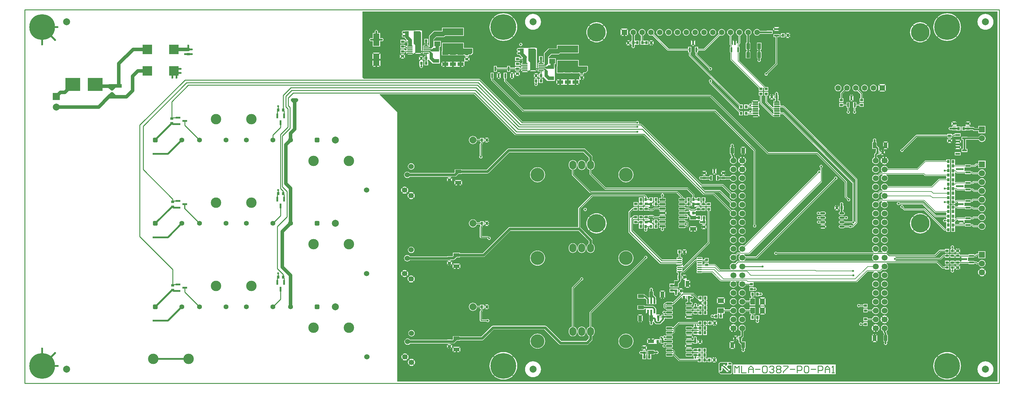
<source format=gtl>
G04 Layer_Physical_Order=1*
G04 Layer_Color=128*
%FSLAX43Y43*%
%MOMM*%
G71*
G01*
G75*
%ADD10R,2.700X2.700*%
%ADD11O,1.400X0.350*%
%ADD12R,6.000X2.000*%
%ADD13R,0.600X1.000*%
%ADD14R,0.600X1.350*%
%ADD15O,1.450X0.650*%
%ADD16R,1.340X1.800*%
%ADD17R,0.900X0.800*%
G04:AMPARAMS|DCode=18|XSize=0.45mm|YSize=1.6mm|CornerRadius=0.05mm|HoleSize=0mm|Usage=FLASHONLY|Rotation=90.000|XOffset=0mm|YOffset=0mm|HoleType=Round|Shape=RoundedRectangle|*
%AMROUNDEDRECTD18*
21,1,0.450,1.501,0,0,90.0*
21,1,0.351,1.600,0,0,90.0*
1,1,0.099,0.750,0.175*
1,1,0.099,0.750,-0.175*
1,1,0.099,-0.750,-0.175*
1,1,0.099,-0.750,0.175*
%
%ADD18ROUNDEDRECTD18*%
%ADD19R,4.240X3.810*%
%ADD20R,0.800X0.900*%
%ADD21R,1.800X3.550*%
%ADD22C,2.000*%
G04:AMPARAMS|DCode=23|XSize=0.65mm|YSize=1.65mm|CornerRadius=0.049mm|HoleSize=0mm|Usage=FLASHONLY|Rotation=270.000|XOffset=0mm|YOffset=0mm|HoleType=Round|Shape=RoundedRectangle|*
%AMROUNDEDRECTD23*
21,1,0.650,1.552,0,0,270.0*
21,1,0.552,1.650,0,0,270.0*
1,1,0.098,-0.776,-0.276*
1,1,0.098,-0.776,0.276*
1,1,0.098,0.776,0.276*
1,1,0.098,0.776,-0.276*
%
%ADD23ROUNDEDRECTD23*%
%ADD24R,1.700X1.000*%
%ADD25R,1.000X1.700*%
G04:AMPARAMS|DCode=26|XSize=0.3mm|YSize=1.55mm|CornerRadius=0.05mm|HoleSize=0mm|Usage=FLASHONLY|Rotation=90.000|XOffset=0mm|YOffset=0mm|HoleType=Round|Shape=RoundedRectangle|*
%AMROUNDEDRECTD26*
21,1,0.300,1.451,0,0,90.0*
21,1,0.201,1.550,0,0,90.0*
1,1,0.099,0.726,0.101*
1,1,0.099,0.726,-0.101*
1,1,0.099,-0.726,-0.101*
1,1,0.099,-0.726,0.101*
%
%ADD26ROUNDEDRECTD26*%
G04:AMPARAMS|DCode=27|XSize=1.73mm|YSize=1.9mm|CornerRadius=0.052mm|HoleSize=0mm|Usage=FLASHONLY|Rotation=0.000|XOffset=0mm|YOffset=0mm|HoleType=Round|Shape=RoundedRectangle|*
%AMROUNDEDRECTD27*
21,1,1.730,1.796,0,0,0.0*
21,1,1.626,1.900,0,0,0.0*
1,1,0.104,0.813,-0.898*
1,1,0.104,-0.813,-0.898*
1,1,0.104,-0.813,0.898*
1,1,0.104,0.813,0.898*
%
%ADD27ROUNDEDRECTD27*%
%ADD28R,1.350X0.600*%
%ADD29R,1.800X1.340*%
%ADD30C,0.500*%
%ADD31C,0.250*%
%ADD32C,0.150*%
%ADD33C,1.000*%
%ADD34C,0.300*%
%ADD35C,0.200*%
%ADD36C,0.750*%
%ADD37C,0.400*%
%ADD38C,0.254*%
%ADD39O,2.000X2.500*%
%ADD40C,3.000*%
%ADD41C,1.600*%
%ADD42R,1.600X1.600*%
%ADD43C,1.524*%
%ADD44C,7.400*%
%ADD45C,5.300*%
%ADD46C,1.700*%
%ADD47R,1.750X1.750*%
%ADD48C,1.750*%
%ADD49C,4.000*%
%ADD50R,2.000X2.000*%
%ADD51R,1.800X1.800*%
%ADD52C,1.800*%
%ADD53C,1.400*%
G04:AMPARAMS|DCode=54|XSize=1.4mm|YSize=1.4mm|CornerRadius=0.35mm|HoleSize=0mm|Usage=FLASHONLY|Rotation=0.000|XOffset=0mm|YOffset=0mm|HoleType=Round|Shape=RoundedRectangle|*
%AMROUNDEDRECTD54*
21,1,1.400,0.700,0,0,0.0*
21,1,0.700,1.400,0,0,0.0*
1,1,0.700,0.350,-0.350*
1,1,0.700,-0.350,-0.350*
1,1,0.700,-0.350,0.350*
1,1,0.700,0.350,0.350*
%
%ADD54ROUNDEDRECTD54*%
%ADD55C,0.600*%
G36*
X279500Y500D02*
X107000D01*
Y78000D01*
X101942Y83058D01*
X102009Y83220D01*
X129084D01*
X140802Y71502D01*
X140893Y71441D01*
X141000Y71420D01*
X177784D01*
X194902Y54302D01*
X194993Y54241D01*
X195100Y54220D01*
X197804D01*
X202678Y49345D01*
X202586Y49121D01*
X202551Y48860D01*
X202586Y48599D01*
X202686Y48356D01*
X202847Y48147D01*
X203056Y47986D01*
X203299Y47886D01*
X203560Y47851D01*
X203821Y47886D01*
X204064Y47986D01*
X204273Y48147D01*
X204433Y48356D01*
X204534Y48599D01*
X204569Y48860D01*
X204534Y49121D01*
X204433Y49364D01*
X204273Y49573D01*
X204064Y49733D01*
X203821Y49834D01*
X203560Y49869D01*
X203299Y49834D01*
X203075Y49742D01*
X198118Y54698D01*
X198027Y54759D01*
X197920Y54780D01*
X195296D01*
X195245Y54845D01*
X195331Y55020D01*
X199544D01*
X202678Y51885D01*
X202586Y51661D01*
X202551Y51400D01*
X202586Y51139D01*
X202686Y50896D01*
X202847Y50687D01*
X203056Y50527D01*
X203299Y50426D01*
X203560Y50391D01*
X203821Y50426D01*
X204064Y50527D01*
X204273Y50687D01*
X204433Y50896D01*
X204534Y51139D01*
X204569Y51400D01*
X204534Y51661D01*
X204433Y51904D01*
X204273Y52113D01*
X204064Y52273D01*
X203821Y52374D01*
X203560Y52409D01*
X203299Y52374D01*
X203075Y52282D01*
X199858Y55498D01*
X199767Y55559D01*
X199660Y55580D01*
X195316D01*
X194344Y56552D01*
X194381Y56662D01*
X194424Y56720D01*
X200384D01*
X202678Y54425D01*
X202586Y54201D01*
X202551Y53940D01*
X202586Y53679D01*
X202686Y53436D01*
X202847Y53227D01*
X203056Y53067D01*
X203299Y52966D01*
X203560Y52931D01*
X203821Y52966D01*
X204064Y53067D01*
X204273Y53227D01*
X204433Y53436D01*
X204534Y53679D01*
X204569Y53940D01*
X204534Y54201D01*
X204433Y54444D01*
X204273Y54653D01*
X204064Y54813D01*
X203821Y54914D01*
X203560Y54949D01*
X203299Y54914D01*
X203075Y54821D01*
X200698Y57198D01*
X200607Y57259D01*
X200500Y57280D01*
X194516D01*
X177198Y74598D01*
X177107Y74659D01*
X177000Y74680D01*
X176522D01*
X176430Y74855D01*
X176458Y75000D01*
X176424Y75175D01*
X176324Y75324D01*
X176175Y75424D01*
X176000Y75459D01*
X175824Y75424D01*
X175675Y75324D01*
X175646Y75280D01*
X143016D01*
X130798Y87498D01*
X130707Y87559D01*
X130600Y87580D01*
X97420D01*
X97000Y88000D01*
Y107000D01*
X279500D01*
Y500D01*
D02*
G37*
%LPC*%
G36*
X109120Y32595D02*
X108855Y32560D01*
X108608Y32457D01*
X108497Y32373D01*
X109120Y31750D01*
X109743Y32373D01*
X109632Y32457D01*
X109385Y32560D01*
X109120Y32595D01*
D02*
G37*
G36*
X274117Y32624D02*
X274014Y32489D01*
X273900Y32215D01*
X273861Y31920D01*
X273900Y31625D01*
X274014Y31351D01*
X274117Y31216D01*
X274820Y31920D01*
X274117Y32624D01*
D02*
G37*
G36*
X275883Y32624D02*
X275180Y31920D01*
X275883Y31216D01*
X275986Y31351D01*
X276100Y31625D01*
X276139Y31920D01*
X276100Y32215D01*
X275986Y32489D01*
X275883Y32624D01*
D02*
G37*
G36*
X268000Y33170D02*
X267476Y32646D01*
X268524D01*
X268000Y33170D01*
D02*
G37*
G36*
X268704Y33774D02*
X268230Y33300D01*
X268704Y32826D01*
Y33774D01*
D02*
G37*
G36*
X267100Y33850D02*
X265900D01*
Y32750D01*
X266065D01*
X266079Y32734D01*
X266143Y32575D01*
X266076Y32476D01*
X266041Y32300D01*
X266076Y32124D01*
X266176Y31976D01*
X266324Y31876D01*
X266500Y31841D01*
X266676Y31876D01*
X266824Y31976D01*
X266924Y32124D01*
X266959Y32300D01*
X266924Y32476D01*
X266857Y32575D01*
X266921Y32734D01*
X266935Y32750D01*
X267100D01*
Y33850D01*
D02*
G37*
G36*
X275000Y33059D02*
X274705Y33020D01*
X274431Y32906D01*
X274296Y32803D01*
X275000Y32100D01*
X275704Y32803D01*
X275569Y32906D01*
X275295Y33020D01*
X275000Y33059D01*
D02*
G37*
G36*
X190154Y31024D02*
X189590Y30460D01*
X189500Y30550D01*
X189450Y30500D01*
X189590Y30360D01*
X189026Y29796D01*
X189509D01*
X189646Y29704D01*
X189646Y29621D01*
Y27676D01*
X190310Y28340D01*
X190400Y28250D01*
X190490Y28340D01*
X191154Y27676D01*
Y29524D01*
X190490Y28860D01*
X190310Y29040D01*
X190974Y29704D01*
X190291D01*
X190154Y29796D01*
X190154Y29879D01*
Y31024D01*
D02*
G37*
G36*
X109120Y31390D02*
X108497Y30767D01*
X108608Y30683D01*
X108855Y30580D01*
X109120Y30545D01*
X109385Y30580D01*
X109632Y30683D01*
X109743Y30767D01*
X109120Y31390D01*
D02*
G37*
G36*
X247000Y32089D02*
X246739Y32054D01*
X246496Y31953D01*
X246287Y31793D01*
X246126Y31584D01*
X246026Y31341D01*
X245991Y31080D01*
X246026Y30819D01*
X246126Y30576D01*
X246287Y30367D01*
X246496Y30206D01*
X246739Y30106D01*
X247000Y30071D01*
X247261Y30106D01*
X247504Y30206D01*
X247713Y30367D01*
X247873Y30576D01*
X247974Y30819D01*
X248009Y31080D01*
X247974Y31341D01*
X247873Y31584D01*
X247713Y31793D01*
X247504Y31953D01*
X247261Y32054D01*
X247000Y32089D01*
D02*
G37*
G36*
X111000Y31025D02*
X110735Y30990D01*
X110488Y30887D01*
X110377Y30803D01*
X111000Y30180D01*
X111623Y30803D01*
X111512Y30887D01*
X111265Y30990D01*
X111000Y31025D01*
D02*
G37*
G36*
X109923Y32193D02*
X109300Y31570D01*
X109923Y30947D01*
X110007Y31058D01*
X110110Y31305D01*
X110145Y31570D01*
X110110Y31835D01*
X110007Y32082D01*
X109923Y32193D01*
D02*
G37*
G36*
X108317Y32193D02*
X108233Y32082D01*
X108130Y31835D01*
X108095Y31570D01*
X108130Y31305D01*
X108233Y31058D01*
X108317Y30947D01*
X108940Y31570D01*
X108317Y32193D01*
D02*
G37*
G36*
X189974Y31204D02*
X189026D01*
X189500Y30730D01*
X189974Y31204D01*
D02*
G37*
G36*
X275000Y31740D02*
X274296Y31037D01*
X274431Y30934D01*
X274705Y30820D01*
X275000Y30781D01*
X275295Y30820D01*
X275569Y30934D01*
X275704Y31037D01*
X275000Y31740D01*
D02*
G37*
G36*
X267296Y33774D02*
Y32826D01*
X267770Y33300D01*
X267296Y33774D01*
D02*
G37*
G36*
X122000Y34650D02*
X121950Y34600D01*
X122000Y34550D01*
X122050Y34600D01*
X122000Y34650D01*
D02*
G37*
G36*
X122524Y35254D02*
X121476D01*
X122000Y34730D01*
X122524Y35254D01*
D02*
G37*
G36*
X122704Y35074D02*
X122230Y34600D01*
X122704Y34126D01*
Y35074D01*
D02*
G37*
G36*
X121296Y35074D02*
Y34126D01*
X121770Y34600D01*
X121296Y35074D01*
D02*
G37*
G36*
X190154Y38324D02*
X189630Y37800D01*
X190154Y37276D01*
Y38324D01*
D02*
G37*
G36*
X188846Y38324D02*
Y37276D01*
X189370Y37800D01*
X188846Y38324D01*
D02*
G37*
G36*
X178400Y36659D02*
X178224Y36624D01*
X178076Y36524D01*
X177976Y36376D01*
X177941Y36200D01*
X177952Y36148D01*
X162352Y20548D01*
X162291Y20457D01*
X162270Y20350D01*
Y16273D01*
X162250Y16270D01*
X161970Y16155D01*
X161730Y15970D01*
X161545Y15730D01*
X161430Y15450D01*
X161390Y15150D01*
Y14650D01*
X161430Y14350D01*
X161545Y14070D01*
X161730Y13830D01*
X161970Y13645D01*
X162015Y13627D01*
Y12872D01*
X161278Y12135D01*
X154122D01*
X149878Y16378D01*
X149705Y16495D01*
X149500Y16535D01*
X134500D01*
X134295Y16495D01*
X134122Y16378D01*
X131178Y13435D01*
X125000D01*
Y13550D01*
X123000D01*
Y12657D01*
X122878Y12535D01*
X122600D01*
Y12550D01*
X121400D01*
Y12505D01*
X110719D01*
X110630Y12620D01*
X110440Y12767D01*
X110218Y12859D01*
X109980Y12890D01*
X109742Y12859D01*
X109520Y12767D01*
X109330Y12620D01*
X109183Y12430D01*
X109091Y12208D01*
X109060Y11970D01*
X109091Y11732D01*
X109183Y11510D01*
X109330Y11320D01*
X109520Y11173D01*
X109742Y11081D01*
X109980Y11050D01*
X110218Y11081D01*
X110440Y11173D01*
X110630Y11320D01*
X110719Y11435D01*
X121970D01*
X122047Y11450D01*
X122600D01*
Y11465D01*
X123100D01*
X123305Y11505D01*
X123479Y11622D01*
X124107Y12250D01*
X125000D01*
Y12365D01*
X131400D01*
X131605Y12405D01*
X131779Y12521D01*
X134722Y15465D01*
X149278D01*
X153521Y11222D01*
X153695Y11105D01*
X153900Y11065D01*
X161500D01*
X161705Y11105D01*
X161878Y11222D01*
X162929Y12271D01*
X163045Y12445D01*
X163085Y12650D01*
Y13627D01*
X163130Y13645D01*
X163370Y13830D01*
X163555Y14070D01*
X163670Y14350D01*
X163710Y14650D01*
Y15150D01*
X163670Y15450D01*
X163555Y15730D01*
X163370Y15970D01*
X163130Y16155D01*
X162850Y16270D01*
X162830Y16273D01*
Y20234D01*
X178348Y35752D01*
X178400Y35741D01*
X178576Y35776D01*
X178724Y35876D01*
X178824Y36024D01*
X178859Y36200D01*
X178824Y36376D01*
X178724Y36524D01*
X178576Y36624D01*
X178400Y36659D01*
D02*
G37*
G36*
X189500Y37570D02*
X189026Y37096D01*
X189974D01*
X189500Y37570D01*
D02*
G37*
G36*
X122896Y34274D02*
Y33126D01*
X123470Y33700D01*
X122896Y34274D01*
D02*
G37*
G36*
X268000Y33350D02*
X267950Y33300D01*
X268000Y33250D01*
X268050Y33300D01*
X268000Y33350D01*
D02*
G37*
G36*
X124924Y34454D02*
X123076D01*
X123740Y33790D01*
X123650Y33700D01*
X123740Y33610D01*
X123076Y32946D01*
X124924D01*
X124260Y33610D01*
X124350Y33700D01*
X124260Y33790D01*
X124924Y34454D01*
D02*
G37*
G36*
X125104Y34274D02*
X124530Y33700D01*
X125104Y33126D01*
Y34274D01*
D02*
G37*
G36*
X172700Y38160D02*
X172279Y38119D01*
X171873Y37996D01*
X171500Y37796D01*
X171172Y37528D01*
X170904Y37200D01*
X170704Y36827D01*
X170581Y36421D01*
X170540Y36000D01*
X170581Y35579D01*
X170704Y35173D01*
X170904Y34800D01*
X171172Y34472D01*
X171500Y34204D01*
X171873Y34004D01*
X172279Y33881D01*
X172700Y33840D01*
X173121Y33881D01*
X173527Y34004D01*
X173900Y34204D01*
X174228Y34472D01*
X174496Y34800D01*
X174696Y35173D01*
X174819Y35579D01*
X174860Y36000D01*
X174819Y36421D01*
X174696Y36827D01*
X174496Y37200D01*
X174228Y37528D01*
X173900Y37796D01*
X173527Y37996D01*
X173121Y38119D01*
X172700Y38160D01*
D02*
G37*
G36*
X122000Y34470D02*
X121476Y33946D01*
X122524D01*
X122000Y34470D01*
D02*
G37*
G36*
X268524Y33954D02*
X267476D01*
X268000Y33430D01*
X268524Y33954D01*
D02*
G37*
G36*
X147300Y38160D02*
X146879Y38119D01*
X146473Y37996D01*
X146100Y37796D01*
X145772Y37528D01*
X145504Y37200D01*
X145304Y36827D01*
X145181Y36421D01*
X145140Y36000D01*
X145181Y35579D01*
X145304Y35173D01*
X145504Y34800D01*
X145772Y34472D01*
X146100Y34204D01*
X146473Y34004D01*
X146879Y33881D01*
X147300Y33840D01*
X147721Y33881D01*
X148127Y34004D01*
X148500Y34204D01*
X148828Y34472D01*
X149096Y34800D01*
X149296Y35173D01*
X149419Y35579D01*
X149460Y36000D01*
X149419Y36421D01*
X149296Y36827D01*
X149096Y37200D01*
X148828Y37528D01*
X148500Y37796D01*
X148127Y37996D01*
X147721Y38119D01*
X147300Y38160D01*
D02*
G37*
G36*
X183200Y24970D02*
X182626Y24396D01*
X183774D01*
X183200Y24970D01*
D02*
G37*
G36*
X180000Y27459D02*
X179824Y27424D01*
X179676Y27324D01*
X179576Y27176D01*
X179541Y27000D01*
X179576Y26824D01*
X179592Y26800D01*
Y26500D01*
X179350D01*
Y24674D01*
X179175Y24602D01*
X178488Y25288D01*
X178356Y25377D01*
X178200Y25408D01*
X178200Y25408D01*
X178000D01*
Y25650D01*
X176000D01*
Y24350D01*
X178000D01*
Y24376D01*
X178175Y24448D01*
X178600Y24023D01*
Y22725D01*
X179375D01*
X179500Y22725D01*
X179675Y22725D01*
X180450D01*
Y22725D01*
X180500D01*
Y22725D01*
X181400D01*
Y24025D01*
X181358D01*
Y24550D01*
X181358Y24550D01*
X181327Y24706D01*
X181238Y24838D01*
X180650Y25427D01*
Y26500D01*
X180408D01*
Y26800D01*
X180424Y26824D01*
X180459Y27000D01*
X180424Y27176D01*
X180324Y27324D01*
X180176Y27424D01*
X180000Y27459D01*
D02*
G37*
G36*
X212674Y24654D02*
X211186D01*
X211930Y23910D01*
X212674Y24654D01*
D02*
G37*
G36*
X189400Y24470D02*
X188926Y23996D01*
X189874D01*
X189400Y24470D01*
D02*
G37*
G36*
X244460Y27009D02*
X244199Y26974D01*
X243956Y26873D01*
X243747Y26713D01*
X243587Y26504D01*
X243486Y26261D01*
X243451Y26000D01*
X243486Y25739D01*
X243587Y25496D01*
X243747Y25287D01*
X243956Y25126D01*
X244199Y25026D01*
X244460Y24991D01*
X244721Y25026D01*
X244964Y25126D01*
X245173Y25287D01*
X245333Y25496D01*
X245434Y25739D01*
X245469Y26000D01*
X245434Y26261D01*
X245333Y26504D01*
X245173Y26713D01*
X244964Y26873D01*
X244721Y26974D01*
X244460Y27009D01*
D02*
G37*
G36*
X247000D02*
X246739Y26974D01*
X246496Y26873D01*
X246287Y26713D01*
X246126Y26504D01*
X246026Y26261D01*
X245991Y26000D01*
X246026Y25739D01*
X246126Y25496D01*
X246287Y25287D01*
X246496Y25126D01*
X246739Y25026D01*
X247000Y24991D01*
X247261Y25026D01*
X247504Y25126D01*
X247713Y25287D01*
X247873Y25496D01*
X247974Y25739D01*
X248009Y26000D01*
X247974Y26261D01*
X247873Y26504D01*
X247713Y26713D01*
X247504Y26873D01*
X247261Y26974D01*
X247000Y27009D01*
D02*
G37*
G36*
X203560D02*
X203299Y26974D01*
X203056Y26873D01*
X202847Y26713D01*
X202686Y26504D01*
X202586Y26261D01*
X202551Y26000D01*
X202586Y25739D01*
X202686Y25496D01*
X202847Y25287D01*
X203056Y25126D01*
X203299Y25026D01*
X203560Y24991D01*
X203821Y25026D01*
X204064Y25126D01*
X204273Y25287D01*
X204433Y25496D01*
X204534Y25739D01*
X204569Y26000D01*
X204534Y26261D01*
X204433Y26504D01*
X204273Y26713D01*
X204064Y26873D01*
X203821Y26974D01*
X203560Y27009D01*
D02*
G37*
G36*
X206100D02*
X205839Y26974D01*
X205596Y26873D01*
X205387Y26713D01*
X205227Y26504D01*
X205126Y26261D01*
X205091Y26000D01*
X205126Y25739D01*
X205227Y25496D01*
X205387Y25287D01*
X205596Y25126D01*
X205839Y25026D01*
X206100Y24991D01*
X206361Y25026D01*
X206604Y25126D01*
X206813Y25287D01*
X206973Y25496D01*
X207074Y25739D01*
X207109Y26000D01*
X207074Y26261D01*
X206973Y26504D01*
X206813Y26713D01*
X206604Y26873D01*
X206361Y26974D01*
X206100Y27009D01*
D02*
G37*
G36*
X200974Y24654D02*
X199026D01*
X199860Y23820D01*
X199770Y23730D01*
X199860Y23640D01*
X199026Y22806D01*
X200974D01*
X200140Y23640D01*
X200230Y23730D01*
X200140Y23820D01*
X200974Y24654D01*
D02*
G37*
G36*
X198846Y24474D02*
Y22986D01*
X199590Y23730D01*
X198846Y24474D01*
D02*
G37*
G36*
X193446Y23624D02*
X193446Y22576D01*
X193970Y23100D01*
X193446Y23624D01*
D02*
G37*
G36*
X242100Y22850D02*
X240900D01*
Y22580D01*
X239954D01*
X239924Y22624D01*
X239776Y22724D01*
X239600Y22759D01*
X239424Y22724D01*
X239276Y22624D01*
X239176Y22476D01*
X239141Y22300D01*
X239176Y22124D01*
X239276Y21976D01*
X239424Y21876D01*
X239600Y21841D01*
X239776Y21876D01*
X239924Y21976D01*
X239954Y22020D01*
X240900D01*
Y21750D01*
X242100D01*
Y22850D01*
D02*
G37*
G36*
X212854Y24474D02*
X212020Y23640D01*
X211930Y23730D01*
X211840Y23640D01*
X211006Y24474D01*
Y22526D01*
X211840Y23360D01*
X211930Y23270D01*
X212020Y23360D01*
X212854Y22526D01*
Y24474D01*
D02*
G37*
G36*
X209650Y26200D02*
X208550D01*
Y25000D01*
X208790D01*
Y24550D01*
X208250D01*
Y23740D01*
X207066D01*
X206973Y23964D01*
X206813Y24173D01*
X206604Y24333D01*
X206361Y24434D01*
X206100Y24469D01*
X205839Y24434D01*
X205596Y24333D01*
X205387Y24173D01*
X205227Y23964D01*
X205126Y23721D01*
X205091Y23460D01*
X205126Y23199D01*
X205227Y22956D01*
X205387Y22747D01*
X205596Y22587D01*
X205839Y22486D01*
X206100Y22451D01*
X206361Y22486D01*
X206604Y22587D01*
X206813Y22747D01*
X206973Y22956D01*
X207066Y23180D01*
X208250D01*
Y22450D01*
X209890D01*
Y24550D01*
X209350D01*
Y25000D01*
X209650D01*
Y26200D01*
D02*
G37*
G36*
X201154Y24474D02*
X200410Y23730D01*
X201154Y22986D01*
Y24474D01*
D02*
G37*
G36*
X194100Y23150D02*
X194050Y23100D01*
X194100Y23050D01*
X194150Y23100D01*
X194100Y23150D01*
D02*
G37*
G36*
X247000Y29549D02*
X246739Y29514D01*
X246496Y29413D01*
X246287Y29253D01*
X246126Y29044D01*
X246026Y28801D01*
X245991Y28540D01*
X246026Y28279D01*
X246126Y28036D01*
X246287Y27827D01*
X246496Y27667D01*
X246739Y27566D01*
X247000Y27531D01*
X247261Y27566D01*
X247504Y27667D01*
X247713Y27827D01*
X247873Y28036D01*
X247974Y28279D01*
X248009Y28540D01*
X247974Y28801D01*
X247873Y29044D01*
X247713Y29253D01*
X247504Y29413D01*
X247261Y29514D01*
X247000Y29549D01*
D02*
G37*
G36*
X111000Y29820D02*
X110377Y29197D01*
X110488Y29113D01*
X110735Y29010D01*
X111000Y28975D01*
X111265Y29010D01*
X111512Y29113D01*
X111623Y29197D01*
X111000Y29820D01*
D02*
G37*
G36*
X190400Y28070D02*
X189826Y27496D01*
X190974D01*
X190400Y28070D01*
D02*
G37*
G36*
X244460Y29549D02*
X244199Y29514D01*
X243956Y29413D01*
X243747Y29253D01*
X243587Y29044D01*
X243486Y28801D01*
X243451Y28540D01*
X243486Y28279D01*
X243587Y28036D01*
X243747Y27827D01*
X243956Y27667D01*
X244199Y27566D01*
X244460Y27531D01*
X244721Y27566D01*
X244964Y27667D01*
X245173Y27827D01*
X245333Y28036D01*
X245434Y28279D01*
X245469Y28540D01*
X245434Y28801D01*
X245333Y29044D01*
X245173Y29253D01*
X244964Y29413D01*
X244721Y29514D01*
X244460Y29549D01*
D02*
G37*
G36*
X160000Y30459D02*
X159824Y30424D01*
X159676Y30324D01*
X159576Y30176D01*
X159541Y30000D01*
X159552Y29948D01*
X157252Y27648D01*
X157191Y27557D01*
X157170Y27450D01*
Y16273D01*
X157150Y16270D01*
X156870Y16155D01*
X156630Y15970D01*
X156445Y15730D01*
X156330Y15450D01*
X156290Y15150D01*
Y14650D01*
X156330Y14350D01*
X156445Y14070D01*
X156630Y13830D01*
X156870Y13645D01*
X157150Y13530D01*
X157450Y13490D01*
X157750Y13530D01*
X158030Y13645D01*
X158270Y13830D01*
X158455Y14070D01*
X158570Y14350D01*
X158610Y14650D01*
Y15150D01*
X158570Y15450D01*
X158455Y15730D01*
X158270Y15970D01*
X158030Y16155D01*
X157750Y16270D01*
X157730Y16273D01*
Y27334D01*
X159948Y29552D01*
X160000Y29541D01*
X160176Y29576D01*
X160324Y29676D01*
X160424Y29824D01*
X160459Y30000D01*
X160424Y30176D01*
X160324Y30324D01*
X160176Y30424D01*
X160000Y30459D01*
D02*
G37*
G36*
X188846Y31024D02*
Y29976D01*
X189370Y30500D01*
X188846Y31024D01*
D02*
G37*
G36*
X111803Y30623D02*
X111180Y30000D01*
X111803Y29377D01*
X111887Y29488D01*
X111990Y29735D01*
X112025Y30000D01*
X111990Y30265D01*
X111887Y30512D01*
X111803Y30623D01*
D02*
G37*
G36*
X110197Y30623D02*
X110113Y30512D01*
X110010Y30265D01*
X109975Y30000D01*
X110010Y29735D01*
X110113Y29488D01*
X110197Y29377D01*
X110820Y30000D01*
X110197Y30623D01*
D02*
G37*
G36*
X183954Y26424D02*
X183290Y25760D01*
X183200Y25850D01*
X183110Y25760D01*
X182446Y26424D01*
Y24576D01*
X183110Y25240D01*
X183200Y25150D01*
X183290Y25240D01*
X183954Y24576D01*
Y26424D01*
D02*
G37*
G36*
X183774Y26604D02*
X182626D01*
X183200Y26030D01*
X183774Y26604D01*
D02*
G37*
G36*
X186400Y27250D02*
Y27250D01*
X186396Y27250D01*
X185200D01*
Y26150D01*
X186400D01*
Y26150D01*
X186550Y26090D01*
Y26000D01*
X186692D01*
Y25800D01*
X186676Y25776D01*
X186641Y25600D01*
X186676Y25424D01*
X186776Y25276D01*
X186924Y25176D01*
X187100Y25141D01*
X187276Y25176D01*
X187424Y25276D01*
X187524Y25424D01*
X187559Y25600D01*
X187524Y25776D01*
X187508Y25800D01*
Y26000D01*
X187650D01*
Y27200D01*
X186550D01*
Y27200D01*
X186400Y27250D01*
D02*
G37*
G36*
X211050Y26200D02*
X209950D01*
Y25000D01*
X211050D01*
Y25165D01*
X211066Y25179D01*
X211225Y25243D01*
X211324Y25176D01*
X211500Y25141D01*
X211676Y25176D01*
X211824Y25276D01*
X211924Y25424D01*
X211959Y25600D01*
X211924Y25776D01*
X211824Y25924D01*
X211676Y26024D01*
X211500Y26059D01*
X211324Y26024D01*
X211225Y25957D01*
X211066Y26021D01*
X211050Y26035D01*
Y26200D01*
D02*
G37*
G36*
X209400Y27650D02*
X208200D01*
Y26550D01*
X209400D01*
Y26616D01*
X209575Y26709D01*
X209624Y26676D01*
X209800Y26641D01*
X209976Y26676D01*
X210124Y26776D01*
X210224Y26924D01*
X210259Y27100D01*
X210224Y27276D01*
X210124Y27424D01*
X209976Y27524D01*
X209800Y27559D01*
X209624Y27524D01*
X209575Y27491D01*
X209400Y27584D01*
Y27650D01*
D02*
G37*
G36*
X188974Y27304D02*
X188026D01*
X188500Y26830D01*
X188974Y27304D01*
D02*
G37*
G36*
X187846Y27124D02*
Y26076D01*
X188370Y26600D01*
X187846Y27124D01*
D02*
G37*
G36*
X189154Y27124D02*
X188590Y26560D01*
X188500Y26650D01*
X188450Y26600D01*
X188590Y26460D01*
X188026Y25896D01*
X188571D01*
X188638Y25734D01*
X186274Y23371D01*
X186095Y23325D01*
X186029Y23368D01*
X185951Y23384D01*
X184399D01*
X184321Y23368D01*
X184255Y23325D01*
X184212Y23259D01*
X184197Y23185D01*
X184005D01*
X183898Y23164D01*
X183807Y23103D01*
X183602Y22898D01*
X183541Y22807D01*
X183520Y22700D01*
Y21900D01*
X183541Y21793D01*
X183602Y21702D01*
X183867Y21437D01*
X183958Y21376D01*
X184065Y21355D01*
X184197D01*
X184212Y21281D01*
X184255Y21215D01*
X184321Y21172D01*
X184399Y21156D01*
X185951D01*
X186029Y21172D01*
X186095Y21215D01*
X186138Y21281D01*
X186154Y21359D01*
Y21911D01*
X186138Y21989D01*
X186095Y22055D01*
X186029Y22098D01*
X185951Y22114D01*
X184399D01*
X184321Y22098D01*
X184255Y22055D01*
X184255Y22054D01*
X184080Y22108D01*
Y22432D01*
X184255Y22486D01*
X184255Y22485D01*
X184321Y22442D01*
X184399Y22426D01*
X185951D01*
X186029Y22442D01*
X186095Y22485D01*
X186138Y22551D01*
X186152Y22620D01*
X186200D01*
X186307Y22641D01*
X186398Y22702D01*
X188584Y24888D01*
X188746Y24821D01*
Y24176D01*
X189310Y24740D01*
X189400Y24650D01*
X189490Y24740D01*
X190054Y24176D01*
Y25245D01*
X190075Y25254D01*
X190083Y25254D01*
X190250Y25139D01*
Y24100D01*
X190392D01*
Y23384D01*
X190049D01*
X189971Y23368D01*
X189905Y23325D01*
X189862Y23259D01*
X189846Y23181D01*
Y22629D01*
X189862Y22551D01*
X189905Y22485D01*
X189971Y22442D01*
X190049Y22426D01*
X191601D01*
X191679Y22442D01*
X191745Y22485D01*
X191788Y22551D01*
X191804Y22629D01*
Y23181D01*
X191788Y23259D01*
X191745Y23325D01*
X191679Y23368D01*
X191601Y23384D01*
X191208D01*
Y24100D01*
X191350D01*
Y24226D01*
X191524Y24276D01*
X191700Y24241D01*
X191876Y24276D01*
X192024Y24376D01*
X192124Y24524D01*
X192159Y24700D01*
X192124Y24876D01*
X192024Y25024D01*
X191876Y25124D01*
X191700Y25159D01*
X191582Y25135D01*
X191408Y25240D01*
X191403Y25275D01*
X191535Y25420D01*
X191984D01*
X193102Y24302D01*
X193193Y24241D01*
X193300Y24220D01*
X193426D01*
X193550Y24096D01*
X193550Y23936D01*
X193525Y23904D01*
X194100Y23330D01*
X194675Y23904D01*
X194650Y23936D01*
X194650Y23979D01*
Y25100D01*
X193550D01*
Y24880D01*
X193375Y24822D01*
X192298Y25898D01*
X192207Y25959D01*
X192100Y25980D01*
X189154D01*
Y27124D01*
D02*
G37*
G36*
X206100Y47329D02*
X205839Y47294D01*
X205596Y47193D01*
X205387Y47033D01*
X205227Y46824D01*
X205126Y46581D01*
X205091Y46320D01*
X205126Y46059D01*
X205227Y45816D01*
X205387Y45607D01*
X205596Y45446D01*
X205839Y45346D01*
X206100Y45311D01*
X206361Y45346D01*
X206604Y45446D01*
X206813Y45607D01*
X206973Y45816D01*
X207074Y46059D01*
X207109Y46320D01*
X207074Y46581D01*
X206973Y46824D01*
X206813Y47033D01*
X206604Y47193D01*
X206361Y47294D01*
X206100Y47329D01*
D02*
G37*
G36*
X244460D02*
X244199Y47294D01*
X243956Y47193D01*
X243747Y47033D01*
X243587Y46824D01*
X243486Y46581D01*
X243451Y46320D01*
X243486Y46059D01*
X243587Y45816D01*
X243747Y45607D01*
X243956Y45446D01*
X244199Y45346D01*
X244460Y45311D01*
X244721Y45346D01*
X244964Y45446D01*
X245173Y45607D01*
X245333Y45816D01*
X245434Y46059D01*
X245469Y46320D01*
X245434Y46581D01*
X245333Y46824D01*
X245173Y47033D01*
X244964Y47193D01*
X244721Y47294D01*
X244460Y47329D01*
D02*
G37*
G36*
X132700Y45770D02*
X132226Y45296D01*
X133174D01*
X132700Y45770D01*
D02*
G37*
G36*
X203560Y47329D02*
X203299Y47294D01*
X203056Y47193D01*
X202847Y47033D01*
X202686Y46824D01*
X202586Y46581D01*
X202551Y46320D01*
X202586Y46059D01*
X202686Y45816D01*
X202847Y45607D01*
X203056Y45446D01*
X203299Y45346D01*
X203560Y45311D01*
X203821Y45346D01*
X204064Y45446D01*
X204273Y45607D01*
X204433Y45816D01*
X204534Y46059D01*
X204569Y46320D01*
X204534Y46581D01*
X204433Y46824D01*
X204273Y47033D01*
X204064Y47193D01*
X203821Y47294D01*
X203560Y47329D01*
D02*
G37*
G36*
X132046Y46524D02*
Y45476D01*
X132570Y46000D01*
X132046Y46524D01*
D02*
G37*
G36*
X133354Y46524D02*
X132830Y46000D01*
X133354Y45476D01*
Y46524D01*
D02*
G37*
G36*
X247000Y47329D02*
X246739Y47294D01*
X246496Y47193D01*
X246287Y47033D01*
X246126Y46824D01*
X246026Y46581D01*
X245991Y46320D01*
X246026Y46059D01*
X246126Y45816D01*
X246287Y45607D01*
X246496Y45446D01*
X246739Y45346D01*
X247000Y45311D01*
X247261Y45346D01*
X247504Y45446D01*
X247713Y45607D01*
X247873Y45816D01*
X247974Y46059D01*
X248009Y46320D01*
X247974Y46581D01*
X247873Y46824D01*
X247713Y47033D01*
X247504Y47193D01*
X247261Y47294D01*
X247000Y47329D01*
D02*
G37*
G36*
X189601Y46939D02*
X188049D01*
X187971Y46923D01*
X187905Y46880D01*
X187862Y46814D01*
X187846Y46736D01*
Y46184D01*
X187862Y46106D01*
X187905Y46040D01*
X187971Y45997D01*
X188049Y45981D01*
X189601D01*
X189679Y45997D01*
X189745Y46040D01*
X189788Y46106D01*
X189803Y46180D01*
X190024D01*
X190120Y46084D01*
Y45516D01*
X190074Y45470D01*
X189803D01*
X189788Y45544D01*
X189745Y45610D01*
X189679Y45653D01*
X189601Y45669D01*
X188049D01*
X187971Y45653D01*
X187905Y45610D01*
X187862Y45544D01*
X187846Y45466D01*
Y44914D01*
X187862Y44836D01*
X187905Y44770D01*
X187971Y44727D01*
X188049Y44711D01*
X189601D01*
X189679Y44727D01*
X189745Y44770D01*
X189788Y44836D01*
X189803Y44910D01*
X190190D01*
X190297Y44931D01*
X190388Y44992D01*
X190598Y45202D01*
X190659Y45293D01*
X190680Y45400D01*
Y46200D01*
X190659Y46307D01*
X190598Y46398D01*
X190338Y46658D01*
X190247Y46719D01*
X190140Y46740D01*
X189803D01*
X189788Y46814D01*
X189745Y46880D01*
X189679Y46923D01*
X189601Y46939D01*
D02*
G37*
G36*
X194396Y45474D02*
Y44526D01*
X194870Y45000D01*
X194396Y45474D01*
D02*
G37*
G36*
X230164Y45405D02*
X229855Y45095D01*
X230164Y44785D01*
X230220Y44869D01*
X230265Y45095D01*
X230220Y45321D01*
X230164Y45405D01*
D02*
G37*
G36*
X229675Y45685D02*
X228875D01*
X228649Y45640D01*
X228565Y45584D01*
X228965Y45185D01*
X228875Y45095D01*
X228965Y45005D01*
X228565Y44606D01*
X228649Y44550D01*
X228875Y44505D01*
X229675D01*
X229901Y44550D01*
X229985Y44606D01*
X229585Y45005D01*
X229675Y45095D01*
X229585Y45185D01*
X229985Y45584D01*
X229901Y45640D01*
X229675Y45685D01*
D02*
G37*
G36*
X195804Y45474D02*
X195330Y45000D01*
X195804Y44526D01*
Y45474D01*
D02*
G37*
G36*
X195100Y45050D02*
X195050Y45000D01*
X195100Y44950D01*
X195150Y45000D01*
X195100Y45050D01*
D02*
G37*
G36*
X195624Y45654D02*
X194576D01*
X195100Y45130D01*
X195624Y45654D01*
D02*
G37*
G36*
X228386Y45405D02*
X228330Y45321D01*
X228285Y45095D01*
X228330Y44869D01*
X228386Y44785D01*
X228695Y45095D01*
X228386Y45405D01*
D02*
G37*
G36*
X134700Y89350D02*
X133800D01*
Y87700D01*
X133970D01*
Y87350D01*
X133991Y87243D01*
X134052Y87152D01*
X143002Y78202D01*
X143093Y78141D01*
X143200Y78120D01*
X198184D01*
X209420Y66884D01*
Y45654D01*
X209376Y45624D01*
X209276Y45476D01*
X209241Y45300D01*
X209276Y45124D01*
X209376Y44976D01*
X209524Y44876D01*
X209700Y44841D01*
X209876Y44876D01*
X210024Y44976D01*
X210124Y45124D01*
X210159Y45300D01*
X210124Y45476D01*
X210024Y45624D01*
X209980Y45654D01*
Y67000D01*
X209959Y67107D01*
X209898Y67198D01*
X198498Y78598D01*
X198407Y78659D01*
X198300Y78680D01*
X143316D01*
X134530Y87466D01*
Y87700D01*
X134700D01*
Y89350D01*
D02*
G37*
G36*
X244460Y49869D02*
X244199Y49834D01*
X243956Y49733D01*
X243747Y49573D01*
X243587Y49364D01*
X243486Y49121D01*
X243451Y48860D01*
X243486Y48599D01*
X243587Y48356D01*
X243747Y48147D01*
X243956Y47986D01*
X244199Y47886D01*
X244460Y47851D01*
X244721Y47886D01*
X244964Y47986D01*
X245173Y48147D01*
X245333Y48356D01*
X245434Y48599D01*
X245469Y48860D01*
X245434Y49121D01*
X245333Y49364D01*
X245173Y49573D01*
X244964Y49733D01*
X244721Y49834D01*
X244460Y49869D01*
D02*
G37*
G36*
X247000D02*
X246739Y49834D01*
X246496Y49733D01*
X246287Y49573D01*
X246126Y49364D01*
X246026Y49121D01*
X245991Y48860D01*
X246026Y48599D01*
X246126Y48356D01*
X246287Y48147D01*
X246496Y47986D01*
X246739Y47886D01*
X247000Y47851D01*
X247261Y47886D01*
X247504Y47986D01*
X247713Y48147D01*
X247873Y48356D01*
X247974Y48599D01*
X248009Y48860D01*
X247974Y49121D01*
X247873Y49364D01*
X247713Y49573D01*
X247504Y49733D01*
X247261Y49834D01*
X247000Y49869D01*
D02*
G37*
G36*
X235125Y48119D02*
X234325D01*
X234140Y48082D01*
X233983Y47977D01*
X233878Y47820D01*
X233841Y47635D01*
X233878Y47450D01*
X233983Y47293D01*
X234140Y47188D01*
X234325Y47151D01*
X235125D01*
X235310Y47188D01*
X235467Y47293D01*
X235496Y47336D01*
X235694D01*
X235711Y47311D01*
X235859Y47211D01*
X236035Y47176D01*
X236211Y47211D01*
X236359Y47311D01*
X236459Y47459D01*
X236494Y47635D01*
X236459Y47811D01*
X236359Y47959D01*
X236211Y48059D01*
X236035Y48094D01*
X235859Y48059D01*
X235711Y47959D01*
X235694Y47934D01*
X235496D01*
X235467Y47977D01*
X235310Y48082D01*
X235125Y48119D01*
D02*
G37*
G36*
X206100Y49869D02*
X205839Y49834D01*
X205596Y49733D01*
X205387Y49573D01*
X205227Y49364D01*
X205126Y49121D01*
X205091Y48860D01*
X205126Y48599D01*
X205227Y48356D01*
X205387Y48147D01*
X205596Y47986D01*
X205839Y47886D01*
X206100Y47851D01*
X206361Y47886D01*
X206604Y47986D01*
X206813Y48147D01*
X206973Y48356D01*
X207074Y48599D01*
X207109Y48860D01*
X207074Y49121D01*
X206973Y49364D01*
X206813Y49573D01*
X206604Y49733D01*
X206361Y49834D01*
X206100Y49869D01*
D02*
G37*
G36*
X183951Y49585D02*
X182399D01*
X182291Y49564D01*
X182765Y49090D01*
X182675Y49000D01*
X182765Y48910D01*
X182291Y48436D01*
X182399Y48415D01*
X183951D01*
X184059Y48436D01*
X183585Y48910D01*
X183675Y49000D01*
X183585Y49090D01*
X184059Y49564D01*
X183951Y49585D01*
D02*
G37*
G36*
X234700Y52059D02*
X234524Y52024D01*
X234376Y51924D01*
X234276Y51776D01*
X234241Y51600D01*
X234276Y51424D01*
X234292Y51400D01*
Y51100D01*
X234150D01*
Y49900D01*
X234292D01*
Y49383D01*
X234140Y49352D01*
X233983Y49247D01*
X233878Y49090D01*
X233841Y48905D01*
X233878Y48720D01*
X233983Y48563D01*
X234140Y48458D01*
X234325Y48421D01*
X235125D01*
X235310Y48458D01*
X235467Y48563D01*
X235572Y48720D01*
X235609Y48905D01*
X235572Y49090D01*
X235467Y49247D01*
X235310Y49352D01*
X235125Y49389D01*
X235108D01*
Y49900D01*
X235250D01*
Y51100D01*
X235108D01*
Y51400D01*
X235124Y51424D01*
X235159Y51600D01*
X235124Y51776D01*
X235024Y51924D01*
X234876Y52024D01*
X234700Y52059D01*
D02*
G37*
G36*
X229675Y48119D02*
X228875D01*
X228690Y48082D01*
X228550Y47989D01*
X228504Y47974D01*
X228359Y47959D01*
X228211Y48059D01*
X228035Y48094D01*
X227859Y48059D01*
X227711Y47959D01*
X227611Y47811D01*
X227576Y47635D01*
X227611Y47459D01*
X227711Y47311D01*
X227859Y47211D01*
X228035Y47176D01*
X228211Y47211D01*
X228359Y47311D01*
X228504Y47296D01*
X228550Y47281D01*
X228690Y47188D01*
X228875Y47151D01*
X229675D01*
X229860Y47188D01*
X230017Y47293D01*
X230122Y47450D01*
X230159Y47635D01*
X230122Y47820D01*
X230017Y47977D01*
X229860Y48082D01*
X229675Y48119D01*
D02*
G37*
G36*
X180500Y48380D02*
X179500D01*
X179393Y48359D01*
X179302Y48298D01*
X179262Y48258D01*
X179100Y48325D01*
Y48350D01*
X177900D01*
Y48080D01*
X177600D01*
Y48350D01*
X176400D01*
Y47250D01*
X177600D01*
Y47520D01*
X177900D01*
Y47250D01*
X178937D01*
X178981Y47250D01*
X179073Y47143D01*
X179040Y47054D01*
X177976D01*
X178540Y46490D01*
X178360Y46310D01*
X177796Y46874D01*
Y45853D01*
X177796Y45746D01*
X177850Y45593D01*
Y44500D01*
X177916D01*
X178009Y44325D01*
X177976Y44276D01*
X177941Y44100D01*
X177976Y43924D01*
X178076Y43776D01*
X178224Y43676D01*
X178400Y43641D01*
X178576Y43676D01*
X178724Y43776D01*
X178824Y43924D01*
X178859Y44100D01*
X178824Y44276D01*
X178791Y44325D01*
X178884Y44500D01*
X178950D01*
Y44820D01*
X179350D01*
Y44500D01*
X180450D01*
X180450Y45664D01*
X180475Y45696D01*
X179810Y46360D01*
X179950Y46500D01*
X179810Y46640D01*
X180374Y47204D01*
X179401D01*
X179295Y47204D01*
X179283Y47204D01*
X179212Y47220D01*
X179120Y47264D01*
X179106Y47345D01*
X179200Y47520D01*
X179307Y47541D01*
X179398Y47602D01*
X179616Y47820D01*
X180384D01*
X180672Y47532D01*
X180763Y47471D01*
X180870Y47450D01*
X182197D01*
X182212Y47376D01*
X182255Y47310D01*
X182321Y47267D01*
X182399Y47251D01*
X183951D01*
X184029Y47267D01*
X184095Y47310D01*
X184138Y47376D01*
X184154Y47454D01*
Y48006D01*
X184138Y48084D01*
X184095Y48150D01*
X184029Y48193D01*
X183951Y48209D01*
X182399D01*
X182321Y48193D01*
X182255Y48150D01*
X182212Y48084D01*
X182197Y48010D01*
X180986D01*
X180698Y48298D01*
X180607Y48359D01*
X180500Y48380D01*
D02*
G37*
G36*
X181850Y47100D02*
X180750D01*
Y45900D01*
X181020D01*
Y45700D01*
X180750D01*
Y44500D01*
X181850D01*
Y45700D01*
X181580D01*
Y45900D01*
X181850D01*
Y46180D01*
X182197D01*
X182212Y46106D01*
X182255Y46040D01*
X182321Y45997D01*
X182399Y45981D01*
X183951D01*
X184029Y45997D01*
X184095Y46040D01*
X184138Y46106D01*
X184154Y46184D01*
Y46736D01*
X184138Y46814D01*
X184095Y46880D01*
X184029Y46923D01*
X183951Y46939D01*
X182399D01*
X182321Y46923D01*
X182255Y46880D01*
X182212Y46814D01*
X182197Y46740D01*
X181850D01*
Y47100D01*
D02*
G37*
G36*
X164250Y48913D02*
X163794Y48877D01*
X163350Y48770D01*
X162928Y48595D01*
X162538Y48357D01*
X162287Y48143D01*
X164250Y46180D01*
X166213Y48143D01*
X165962Y48357D01*
X165572Y48595D01*
X165150Y48770D01*
X164706Y48877D01*
X164250Y48913D01*
D02*
G37*
G36*
X132700Y46050D02*
X132650Y46000D01*
X132700Y45950D01*
X132750Y46000D01*
X132700Y46050D01*
D02*
G37*
G36*
X180554Y47024D02*
X180030Y46500D01*
X180554Y45976D01*
Y47024D01*
D02*
G37*
G36*
X177600Y46950D02*
X176400D01*
Y46680D01*
X176100D01*
Y46950D01*
X174900D01*
Y45850D01*
X176100D01*
Y46120D01*
X176400D01*
Y45854D01*
X176400Y45850D01*
X176400D01*
X176450Y45700D01*
X176450Y45700D01*
Y44500D01*
X177550D01*
Y45700D01*
X177550Y45700D01*
X177600Y45850D01*
X177600D01*
X177600Y45854D01*
Y46950D01*
D02*
G37*
G36*
X229675Y46849D02*
X228875D01*
X228690Y46812D01*
X228550Y46719D01*
X228504Y46704D01*
X228359Y46689D01*
X228211Y46789D01*
X228035Y46824D01*
X227859Y46789D01*
X227711Y46689D01*
X227611Y46541D01*
X227576Y46365D01*
X227611Y46189D01*
X227711Y46041D01*
X227859Y45941D01*
X228035Y45906D01*
X228211Y45941D01*
X228359Y46041D01*
X228504Y46026D01*
X228550Y46011D01*
X228690Y45918D01*
X228875Y45881D01*
X229675D01*
X229860Y45918D01*
X230017Y46023D01*
X230122Y46180D01*
X230159Y46365D01*
X230122Y46550D01*
X230017Y46707D01*
X229860Y46812D01*
X229675Y46849D01*
D02*
G37*
G36*
X257270Y48913D02*
X256814Y48877D01*
X256370Y48770D01*
X255948Y48595D01*
X255558Y48357D01*
X255307Y48143D01*
X257270Y46180D01*
X259233Y48143D01*
X258982Y48357D01*
X258592Y48595D01*
X258170Y48770D01*
X257726Y48877D01*
X257270Y48913D01*
D02*
G37*
G36*
X133174Y46704D02*
X132226D01*
X132700Y46230D01*
X133174Y46704D01*
D02*
G37*
G36*
X268000Y38150D02*
X267950Y38100D01*
X268000Y38050D01*
X268050Y38100D01*
X268000Y38150D01*
D02*
G37*
G36*
X268524Y38754D02*
X267476D01*
X268000Y38230D01*
X268524Y38754D01*
D02*
G37*
G36*
X189500Y37850D02*
X189450Y37800D01*
X189500Y37750D01*
X189550Y37800D01*
X189500Y37850D01*
D02*
G37*
G36*
X189974Y38504D02*
X189026D01*
X189500Y38030D01*
X189974Y38504D01*
D02*
G37*
G36*
X244460Y42249D02*
X244199Y42214D01*
X243956Y42113D01*
X243747Y41953D01*
X243587Y41744D01*
X243486Y41501D01*
X243451Y41240D01*
X243486Y40979D01*
X243587Y40736D01*
X243747Y40527D01*
X243956Y40367D01*
X244199Y40266D01*
X244460Y40231D01*
X244721Y40266D01*
X244964Y40367D01*
X245173Y40527D01*
X245333Y40736D01*
X245434Y40979D01*
X245469Y41240D01*
X245434Y41501D01*
X245333Y41744D01*
X245173Y41953D01*
X244964Y42113D01*
X244721Y42214D01*
X244460Y42249D01*
D02*
G37*
G36*
X247000D02*
X246739Y42214D01*
X246496Y42113D01*
X246287Y41953D01*
X246126Y41744D01*
X246026Y41501D01*
X245991Y41240D01*
X246026Y40979D01*
X246126Y40736D01*
X246287Y40527D01*
X246496Y40367D01*
X246739Y40266D01*
X247000Y40231D01*
X247261Y40266D01*
X247504Y40367D01*
X247713Y40527D01*
X247873Y40736D01*
X247974Y40979D01*
X248009Y41240D01*
X247974Y41501D01*
X247873Y41744D01*
X247713Y41953D01*
X247504Y42113D01*
X247261Y42214D01*
X247000Y42249D01*
D02*
G37*
G36*
X203560D02*
X203299Y42214D01*
X203056Y42113D01*
X202847Y41953D01*
X202686Y41744D01*
X202586Y41501D01*
X202551Y41240D01*
X202586Y40979D01*
X202686Y40736D01*
X202847Y40527D01*
X203056Y40367D01*
X203299Y40266D01*
X203560Y40231D01*
X203821Y40266D01*
X204064Y40367D01*
X204273Y40527D01*
X204433Y40736D01*
X204534Y40979D01*
X204569Y41240D01*
X204534Y41501D01*
X204433Y41744D01*
X204273Y41953D01*
X204064Y42113D01*
X203821Y42214D01*
X203560Y42249D01*
D02*
G37*
G36*
X206100D02*
X205839Y42214D01*
X205596Y42113D01*
X205387Y41953D01*
X205227Y41744D01*
X205126Y41501D01*
X205091Y41240D01*
X205126Y40979D01*
X205227Y40736D01*
X205387Y40527D01*
X205596Y40367D01*
X205839Y40266D01*
X206100Y40231D01*
X206361Y40266D01*
X206604Y40367D01*
X206813Y40527D01*
X206973Y40736D01*
X207074Y40979D01*
X207109Y41240D01*
X207074Y41501D01*
X206973Y41744D01*
X206813Y41953D01*
X206604Y42113D01*
X206361Y42214D01*
X206100Y42249D01*
D02*
G37*
G36*
X157450Y40310D02*
X157150Y40270D01*
X156870Y40155D01*
X156630Y39970D01*
X156445Y39730D01*
X156330Y39450D01*
X156290Y39150D01*
Y38650D01*
X156330Y38350D01*
X156445Y38070D01*
X156630Y37830D01*
X156870Y37645D01*
X157150Y37530D01*
X157450Y37490D01*
X157750Y37530D01*
X158030Y37645D01*
X158270Y37830D01*
X158455Y38070D01*
X158570Y38350D01*
X158610Y38650D01*
Y39150D01*
X158570Y39450D01*
X158455Y39730D01*
X158270Y39970D01*
X158030Y40155D01*
X157750Y40270D01*
X157450Y40310D01*
D02*
G37*
G36*
X160000D02*
X159700Y40270D01*
X159420Y40155D01*
X159180Y39970D01*
X158995Y39730D01*
X158880Y39450D01*
X158840Y39150D01*
Y38650D01*
X158880Y38350D01*
X158995Y38070D01*
X159180Y37830D01*
X159420Y37645D01*
X159700Y37530D01*
X160000Y37490D01*
X160300Y37530D01*
X160580Y37645D01*
X160820Y37830D01*
X161005Y38070D01*
X161120Y38350D01*
X161160Y38650D01*
Y39150D01*
X161120Y39450D01*
X161005Y39730D01*
X160820Y39970D01*
X160580Y40155D01*
X160300Y40270D01*
X160000Y40310D01*
D02*
G37*
G36*
X268000Y37970D02*
X267476Y37446D01*
X268524D01*
X268000Y37970D01*
D02*
G37*
G36*
X111000Y39300D02*
X110762Y39269D01*
X110540Y39177D01*
X110350Y39030D01*
X110203Y38840D01*
X110111Y38618D01*
X110080Y38380D01*
X110111Y38142D01*
X110203Y37920D01*
X110350Y37730D01*
X110540Y37583D01*
X110762Y37491D01*
X111000Y37460D01*
X111238Y37491D01*
X111460Y37583D01*
X111650Y37730D01*
X111797Y37920D01*
X111889Y38142D01*
X111920Y38380D01*
X111889Y38618D01*
X111797Y38840D01*
X111650Y39030D01*
X111460Y39177D01*
X111238Y39269D01*
X111000Y39300D01*
D02*
G37*
G36*
X267296Y38574D02*
Y37626D01*
X267770Y38100D01*
X267296Y38574D01*
D02*
G37*
G36*
X203560Y39709D02*
X203299Y39674D01*
X203056Y39573D01*
X202847Y39413D01*
X202686Y39204D01*
X202586Y38961D01*
X202551Y38700D01*
X202586Y38439D01*
X202686Y38196D01*
X202847Y37987D01*
X203056Y37826D01*
X203299Y37726D01*
X203560Y37691D01*
X203821Y37726D01*
X204064Y37826D01*
X204273Y37987D01*
X204433Y38196D01*
X204534Y38439D01*
X204569Y38700D01*
X204534Y38961D01*
X204433Y39204D01*
X204273Y39413D01*
X204064Y39573D01*
X203821Y39674D01*
X203560Y39709D01*
D02*
G37*
G36*
X266500Y39659D02*
X266324Y39624D01*
X266176Y39524D01*
X266076Y39376D01*
X266041Y39200D01*
X266076Y39024D01*
X266176Y38876D01*
X266220Y38846D01*
Y38650D01*
X265900D01*
Y37550D01*
X267100D01*
Y38650D01*
X266780D01*
Y38846D01*
X266824Y38876D01*
X266924Y39024D01*
X266959Y39200D01*
X266924Y39376D01*
X266824Y39524D01*
X266676Y39624D01*
X266500Y39659D01*
D02*
G37*
G36*
X268704Y38574D02*
X268230Y38100D01*
X268704Y37626D01*
Y38574D01*
D02*
G37*
G36*
X190896Y44974D02*
Y43826D01*
X191470Y44400D01*
X190896Y44974D01*
D02*
G37*
G36*
X162107Y47963D02*
X161893Y47712D01*
X161655Y47322D01*
X161480Y46900D01*
X161373Y46456D01*
X161337Y46000D01*
X161373Y45544D01*
X161480Y45100D01*
X161655Y44678D01*
X161893Y44288D01*
X162107Y44037D01*
X164070Y46000D01*
X162107Y47963D01*
D02*
G37*
G36*
X183951Y45669D02*
X182399D01*
X182321Y45653D01*
X182255Y45610D01*
X182212Y45544D01*
X182196Y45466D01*
Y44914D01*
X182212Y44836D01*
X182255Y44770D01*
X182321Y44727D01*
X182399Y44711D01*
X182778D01*
X182826Y44603D01*
X182842Y44536D01*
X182751Y44401D01*
X182716Y44225D01*
X182751Y44049D01*
X182851Y43901D01*
X182999Y43801D01*
X183175Y43766D01*
X183351Y43801D01*
X183499Y43901D01*
X183599Y44049D01*
X183634Y44225D01*
X183599Y44401D01*
X183508Y44536D01*
X183524Y44603D01*
X183572Y44711D01*
X183951D01*
X184029Y44727D01*
X184095Y44770D01*
X184138Y44836D01*
X184154Y44914D01*
Y45466D01*
X184138Y45544D01*
X184095Y45610D01*
X184029Y45653D01*
X183951Y45669D01*
D02*
G37*
G36*
X193104Y44974D02*
X192530Y44400D01*
X193104Y43826D01*
Y44974D01*
D02*
G37*
G36*
X259413Y47963D02*
X257450Y46000D01*
X259413Y44037D01*
X259627Y44288D01*
X259865Y44678D01*
X260040Y45100D01*
X260147Y45544D01*
X260183Y46000D01*
X260147Y46456D01*
X260040Y46900D01*
X259865Y47322D01*
X259627Y47712D01*
X259413Y47963D01*
D02*
G37*
G36*
X195100Y44870D02*
X194576Y44346D01*
X195624D01*
X195100Y44870D01*
D02*
G37*
G36*
X255127Y47963D02*
X254913Y47712D01*
X254674Y47322D01*
X254500Y46900D01*
X254393Y46456D01*
X254357Y46000D01*
X254393Y45544D01*
X254500Y45100D01*
X254674Y44678D01*
X254913Y44288D01*
X255127Y44037D01*
X257090Y46000D01*
X255127Y47963D01*
D02*
G37*
G36*
X166393D02*
X164430Y46000D01*
X166393Y44037D01*
X166607Y44288D01*
X166845Y44678D01*
X167020Y45100D01*
X167127Y45544D01*
X167163Y46000D01*
X167127Y46456D01*
X167020Y46900D01*
X166845Y47322D01*
X166607Y47712D01*
X166393Y47963D01*
D02*
G37*
G36*
X206100Y44789D02*
X205839Y44754D01*
X205596Y44653D01*
X205387Y44493D01*
X205227Y44284D01*
X205126Y44041D01*
X205091Y43780D01*
X205126Y43519D01*
X205227Y43276D01*
X205387Y43067D01*
X205596Y42907D01*
X205839Y42806D01*
X206100Y42771D01*
X206361Y42806D01*
X206604Y42907D01*
X206813Y43067D01*
X206973Y43276D01*
X207074Y43519D01*
X207109Y43780D01*
X207074Y44041D01*
X206973Y44284D01*
X206813Y44493D01*
X206604Y44653D01*
X206361Y44754D01*
X206100Y44789D01*
D02*
G37*
G36*
X244460D02*
X244199Y44754D01*
X243956Y44653D01*
X243747Y44493D01*
X243587Y44284D01*
X243486Y44041D01*
X243451Y43780D01*
X243486Y43519D01*
X243587Y43276D01*
X243747Y43067D01*
X243956Y42907D01*
X244199Y42806D01*
X244460Y42771D01*
X244721Y42806D01*
X244964Y42907D01*
X245173Y43067D01*
X245333Y43276D01*
X245434Y43519D01*
X245469Y43780D01*
X245434Y44041D01*
X245333Y44284D01*
X245173Y44493D01*
X244964Y44653D01*
X244721Y44754D01*
X244460Y44789D01*
D02*
G37*
G36*
X128750Y47160D02*
X128450Y47120D01*
X128170Y47005D01*
X127930Y46820D01*
X127745Y46580D01*
X127630Y46300D01*
X127590Y46000D01*
X127630Y45700D01*
X127745Y45420D01*
X127930Y45180D01*
X128170Y44995D01*
X128450Y44880D01*
X128750Y44840D01*
X129050Y44880D01*
X129330Y44995D01*
X129570Y45180D01*
X129755Y45420D01*
X129870Y45700D01*
X129873Y45720D01*
X130750D01*
Y45400D01*
X130856D01*
X130928Y45225D01*
X130827Y45123D01*
X130766Y45032D01*
X130745Y44925D01*
Y43950D01*
Y42050D01*
X130766Y41943D01*
X130827Y41852D01*
X130918Y41791D01*
X131025Y41770D01*
X132777D01*
X132941Y41700D01*
X132976Y41524D01*
X133076Y41376D01*
X133224Y41276D01*
X133400Y41241D01*
X133576Y41276D01*
X133724Y41376D01*
X133824Y41524D01*
X133859Y41700D01*
X133824Y41876D01*
X133724Y42024D01*
X133576Y42124D01*
X133400Y42159D01*
X133348Y42148D01*
X133248Y42248D01*
X133157Y42309D01*
X133050Y42330D01*
X131305D01*
Y43950D01*
Y44809D01*
X131498Y45002D01*
X131559Y45093D01*
X131580Y45200D01*
Y45400D01*
X131850D01*
Y46600D01*
X130750D01*
Y46280D01*
X129873D01*
X129870Y46300D01*
X129755Y46580D01*
X129570Y46820D01*
X129330Y47005D01*
X129050Y47120D01*
X128750Y47160D01*
D02*
G37*
G36*
X203560Y44789D02*
X203299Y44754D01*
X203056Y44653D01*
X202847Y44493D01*
X202686Y44284D01*
X202586Y44041D01*
X202551Y43780D01*
X202586Y43519D01*
X202686Y43276D01*
X202847Y43067D01*
X203056Y42907D01*
X203299Y42806D01*
X203560Y42771D01*
X203821Y42806D01*
X204064Y42907D01*
X204273Y43067D01*
X204433Y43276D01*
X204534Y43519D01*
X204569Y43780D01*
X204534Y44041D01*
X204433Y44284D01*
X204273Y44493D01*
X204064Y44653D01*
X203821Y44754D01*
X203560Y44789D01*
D02*
G37*
G36*
X257270Y45820D02*
X255307Y43857D01*
X255558Y43643D01*
X255948Y43405D01*
X256370Y43230D01*
X256814Y43123D01*
X257270Y43087D01*
X257726Y43123D01*
X258170Y43230D01*
X258592Y43405D01*
X258982Y43643D01*
X259233Y43857D01*
X257270Y45820D01*
D02*
G37*
G36*
X192924Y45154D02*
X191076D01*
X191740Y44490D01*
X191650Y44400D01*
X191740Y44310D01*
X191076Y43646D01*
X192924D01*
X192260Y44310D01*
X192350Y44400D01*
X192260Y44490D01*
X192924Y45154D01*
D02*
G37*
G36*
X247000Y44789D02*
X246739Y44754D01*
X246496Y44653D01*
X246287Y44493D01*
X246126Y44284D01*
X246026Y44041D01*
X245991Y43780D01*
X246026Y43519D01*
X246126Y43276D01*
X246287Y43067D01*
X246496Y42907D01*
X246739Y42806D01*
X247000Y42771D01*
X247261Y42806D01*
X247504Y42907D01*
X247713Y43067D01*
X247873Y43276D01*
X247974Y43519D01*
X248009Y43780D01*
X247974Y44041D01*
X247873Y44284D01*
X247713Y44493D01*
X247504Y44653D01*
X247261Y44754D01*
X247000Y44789D01*
D02*
G37*
G36*
X164250Y45820D02*
X162287Y43857D01*
X162538Y43643D01*
X162928Y43405D01*
X163350Y43230D01*
X163794Y43123D01*
X164250Y43087D01*
X164706Y43123D01*
X165150Y43230D01*
X165572Y43405D01*
X165962Y43643D01*
X166213Y43857D01*
X164250Y45820D01*
D02*
G37*
G36*
X122704Y11074D02*
X122230Y10600D01*
X122704Y10126D01*
Y11074D01*
D02*
G37*
G36*
X121296Y11074D02*
Y10126D01*
X121770Y10600D01*
X121296Y11074D01*
D02*
G37*
G36*
X122000Y10470D02*
X121476Y9946D01*
X122524D01*
X122000Y10470D01*
D02*
G37*
G36*
X202476Y11894D02*
Y10046D01*
X203140Y10710D01*
X203230Y10620D01*
X203320Y10710D01*
X203984Y10046D01*
Y11894D01*
X203320Y11230D01*
X203230Y11320D01*
X203140Y11230D01*
X202476Y11894D01*
D02*
G37*
G36*
X178524Y10854D02*
X177476D01*
X178000Y10330D01*
X178524Y10854D01*
D02*
G37*
G36*
X191889Y11114D02*
X191505Y10730D01*
X191889Y10346D01*
X191910Y10454D01*
Y11006D01*
X191889Y11114D01*
D02*
G37*
G36*
X191601Y11315D02*
X190049D01*
X189941Y11294D01*
X190415Y10820D01*
X190325Y10730D01*
X190415Y10640D01*
X189941Y10166D01*
X190049Y10145D01*
X191601D01*
X191709Y10166D01*
X191235Y10640D01*
X191325Y10730D01*
X191235Y10820D01*
X191709Y11294D01*
X191601Y11315D01*
D02*
G37*
G36*
X178000Y10250D02*
X177950Y10200D01*
X178000Y10150D01*
X178050Y10200D01*
X178000Y10250D01*
D02*
G37*
G36*
X177296Y10674D02*
Y9726D01*
X177770Y10200D01*
X177296Y10674D01*
D02*
G37*
G36*
X178704Y10674D02*
X178230Y10200D01*
X178704Y9726D01*
Y10674D01*
D02*
G37*
G36*
X178600Y9350D02*
X177400D01*
Y9208D01*
X177200D01*
X177176Y9224D01*
X177000Y9259D01*
X176824Y9224D01*
X176676Y9124D01*
X176576Y8976D01*
X176541Y8800D01*
X176576Y8624D01*
X176676Y8476D01*
X176824Y8376D01*
X177000Y8341D01*
X177176Y8376D01*
X177354Y8332D01*
X177400Y8250D01*
X177450Y8100D01*
X177450D01*
X177450Y8100D01*
Y6900D01*
X178550D01*
Y8100D01*
X178550Y8100D01*
X178600Y8250D01*
X178600D01*
X178600Y8254D01*
Y9350D01*
D02*
G37*
G36*
X178000Y10070D02*
X177476Y9546D01*
X178524D01*
X178000Y10070D01*
D02*
G37*
G36*
X147300Y14260D02*
X146879Y14219D01*
X146473Y14096D01*
X146100Y13896D01*
X145772Y13628D01*
X145504Y13300D01*
X145304Y12927D01*
X145181Y12521D01*
X145140Y12100D01*
X145181Y11679D01*
X145304Y11273D01*
X145504Y10900D01*
X145772Y10572D01*
X146100Y10304D01*
X146473Y10104D01*
X146879Y9981D01*
X147300Y9940D01*
X147721Y9981D01*
X148127Y10104D01*
X148500Y10304D01*
X148828Y10572D01*
X149096Y10900D01*
X149296Y11273D01*
X149419Y11679D01*
X149460Y12100D01*
X149419Y12521D01*
X149296Y12927D01*
X149096Y13300D01*
X148828Y13628D01*
X148500Y13896D01*
X148127Y14096D01*
X147721Y14219D01*
X147300Y14260D01*
D02*
G37*
G36*
X172700D02*
X172279Y14219D01*
X171873Y14096D01*
X171500Y13896D01*
X171172Y13628D01*
X170904Y13300D01*
X170704Y12927D01*
X170581Y12521D01*
X170540Y12100D01*
X170581Y11679D01*
X170704Y11273D01*
X170904Y10900D01*
X171172Y10572D01*
X171500Y10304D01*
X171873Y10104D01*
X172279Y9981D01*
X172700Y9940D01*
X173121Y9981D01*
X173527Y10104D01*
X173900Y10304D01*
X174228Y10572D01*
X174496Y10900D01*
X174696Y11273D01*
X174819Y11679D01*
X174860Y12100D01*
X174819Y12521D01*
X174696Y12927D01*
X174496Y13300D01*
X174228Y13628D01*
X173900Y13896D01*
X173527Y14096D01*
X173121Y14219D01*
X172700Y14260D01*
D02*
G37*
G36*
X193350Y10100D02*
X193300Y10050D01*
X192100D01*
Y9740D01*
X191803D01*
X191788Y9814D01*
X191745Y9880D01*
X191679Y9923D01*
X191601Y9939D01*
X190049D01*
X189971Y9923D01*
X189905Y9880D01*
X189862Y9814D01*
X189846Y9736D01*
Y9184D01*
X189862Y9106D01*
X189905Y9040D01*
X189971Y8997D01*
X190049Y8981D01*
X191601D01*
X191679Y8997D01*
X191745Y9040D01*
X191788Y9106D01*
X191803Y9180D01*
X192100D01*
Y8950D01*
X193300D01*
X193350Y8900D01*
Y8900D01*
X194450D01*
Y10100D01*
X193350D01*
Y10100D01*
D02*
G37*
G36*
X203230Y10440D02*
X202656Y9866D01*
X203804D01*
X203230Y10440D01*
D02*
G37*
G36*
X244130Y12440D02*
X243556Y11866D01*
X244704D01*
X244130Y12440D01*
D02*
G37*
G36*
X194000Y12050D02*
X193950Y12000D01*
X194000Y11950D01*
X194050Y12000D01*
X194000Y12050D01*
D02*
G37*
G36*
X203804Y12074D02*
X202656D01*
X203230Y11500D01*
X203804Y12074D01*
D02*
G37*
G36*
X178796Y12674D02*
Y11526D01*
X179370Y12100D01*
X178796Y12674D01*
D02*
G37*
G36*
X204130Y12740D02*
X203656Y12266D01*
X204604D01*
X204130Y12740D01*
D02*
G37*
G36*
X192600Y13459D02*
X192424Y13424D01*
X192276Y13324D01*
X192176Y13176D01*
X192141Y13000D01*
X192176Y12824D01*
X192192Y12800D01*
Y12600D01*
X192050D01*
Y12408D01*
X191752D01*
X191745Y12420D01*
X191679Y12463D01*
X191601Y12479D01*
X190049D01*
X189971Y12463D01*
X189905Y12420D01*
X189862Y12354D01*
X189846Y12276D01*
Y11724D01*
X189862Y11646D01*
X189905Y11580D01*
X189971Y11537D01*
X190049Y11521D01*
X191601D01*
X191679Y11537D01*
X191745Y11580D01*
X191752Y11592D01*
X192050D01*
Y11400D01*
X193150D01*
Y12600D01*
X193008D01*
Y12800D01*
X193024Y12824D01*
X193059Y13000D01*
X193024Y13176D01*
X192924Y13324D01*
X192776Y13424D01*
X192600Y13459D01*
D02*
G37*
G36*
X243376Y13894D02*
Y12046D01*
X244040Y12710D01*
X244130Y12620D01*
X244220Y12710D01*
X244884Y12046D01*
Y13894D01*
X244220Y13230D01*
X244130Y13320D01*
X244040Y13230D01*
X243376Y13894D01*
D02*
G37*
G36*
X194474Y12704D02*
X193526D01*
X194000Y12230D01*
X194474Y12704D01*
D02*
G37*
G36*
X122524Y11254D02*
X121476D01*
X122000Y10730D01*
X122524Y11254D01*
D02*
G37*
G36*
X185951Y11209D02*
X184399D01*
X184321Y11193D01*
X184255Y11150D01*
X184212Y11084D01*
X184197Y11010D01*
X184024D01*
X183994Y11054D01*
X183846Y11154D01*
X183670Y11189D01*
X183494Y11154D01*
X183346Y11054D01*
X183246Y10906D01*
X183211Y10730D01*
X183246Y10554D01*
X183346Y10406D01*
X183494Y10306D01*
X183670Y10271D01*
X183846Y10306D01*
X183994Y10406D01*
X184024Y10450D01*
X184197D01*
X184212Y10376D01*
X184255Y10310D01*
X184321Y10267D01*
X184399Y10251D01*
X185951D01*
X186029Y10267D01*
X186095Y10310D01*
X186138Y10376D01*
X186154Y10454D01*
Y11006D01*
X186138Y11084D01*
X186095Y11150D01*
X186029Y11193D01*
X185951Y11209D01*
D02*
G37*
G36*
X189761Y11114D02*
X189740Y11006D01*
Y10454D01*
X189761Y10346D01*
X190145Y10730D01*
X189761Y11114D01*
D02*
G37*
G36*
X122000Y10650D02*
X121950Y10600D01*
X122000Y10550D01*
X122050Y10600D01*
X122000Y10650D01*
D02*
G37*
G36*
X194654Y12524D02*
X194130Y12000D01*
X194654Y11476D01*
Y12524D01*
D02*
G37*
G36*
X193346Y12524D02*
Y11476D01*
X193870Y12000D01*
X193346Y12524D01*
D02*
G37*
G36*
X247000Y16849D02*
X246739Y16814D01*
X246496Y16713D01*
X246287Y16553D01*
X246126Y16344D01*
X246026Y16101D01*
X245991Y15840D01*
X246026Y15579D01*
X246126Y15336D01*
X246287Y15127D01*
X246496Y14967D01*
X246592Y14927D01*
Y14700D01*
X246592Y14700D01*
X246623Y14544D01*
X246712Y14412D01*
X246922Y14201D01*
Y13970D01*
X246680D01*
Y11970D01*
X246922D01*
Y11670D01*
X246906Y11646D01*
X246871Y11470D01*
X246906Y11294D01*
X247006Y11146D01*
X247154Y11046D01*
X247330Y11011D01*
X247506Y11046D01*
X247654Y11146D01*
X247754Y11294D01*
X247789Y11470D01*
X247754Y11646D01*
X247738Y11670D01*
Y11970D01*
X247980D01*
Y13970D01*
X247738D01*
Y14370D01*
X247738Y14370D01*
X247707Y14526D01*
X247618Y14658D01*
X247618Y14658D01*
X247501Y14776D01*
X247503Y14867D01*
X247535Y14990D01*
X247713Y15127D01*
X247873Y15336D01*
X247974Y15579D01*
X248009Y15840D01*
X247974Y16101D01*
X247873Y16344D01*
X247713Y16553D01*
X247504Y16713D01*
X247261Y16814D01*
X247000Y16849D01*
D02*
G37*
G36*
X194000Y11770D02*
X193526Y11296D01*
X194474D01*
X194000Y11770D01*
D02*
G37*
G36*
X265000Y8966D02*
X264380Y8917D01*
X263774Y8772D01*
X263199Y8534D01*
X262669Y8209D01*
X262292Y7887D01*
X265000Y5180D01*
X267708Y7887D01*
X267331Y8209D01*
X266801Y8534D01*
X266226Y8772D01*
X265620Y8917D01*
X265000Y8966D01*
D02*
G37*
G36*
X137500Y8966D02*
X136880Y8917D01*
X136274Y8772D01*
X135699Y8534D01*
X135169Y8209D01*
X134792Y7887D01*
X137500Y5180D01*
X140208Y7887D01*
X139831Y8209D01*
X139301Y8534D01*
X138726Y8772D01*
X138120Y8917D01*
X137500Y8966D01*
D02*
G37*
G36*
X232961Y5403D02*
X203496D01*
Y2596D01*
X232961D01*
Y5403D01*
D02*
G37*
G36*
X111100Y5820D02*
X110477Y5197D01*
X110588Y5113D01*
X110835Y5010D01*
X111100Y4975D01*
X111365Y5010D01*
X111612Y5113D01*
X111723Y5197D01*
X111100Y5820D01*
D02*
G37*
G36*
X198100Y6470D02*
X197626Y5996D01*
X198574D01*
X198100Y6470D01*
D02*
G37*
G36*
X201837Y6096D02*
X200035Y6095D01*
X200034Y6096D01*
X200033Y6095D01*
X200032D01*
X200024Y6092D01*
X200015Y6095D01*
X199884Y6081D01*
X199884Y6081D01*
X199883Y6082D01*
X199862Y6070D01*
X199838Y6070D01*
X199837Y6070D01*
X199721Y6022D01*
X199721Y6022D01*
X199720D01*
X199719Y6022D01*
X199708Y6010D01*
X199691Y6007D01*
X199590Y5939D01*
X199589Y5939D01*
X199589Y5938D01*
X199589Y5938D01*
X199574Y5916D01*
X199551Y5904D01*
X199479Y5814D01*
X199478Y5814D01*
X199478Y5813D01*
X199474Y5808D01*
X199469Y5790D01*
X199455Y5777D01*
X199399Y5664D01*
X199399Y5658D01*
X199395Y5654D01*
X199394Y5653D01*
X199394Y5648D01*
X199391Y5644D01*
X199392Y5628D01*
X199384Y5613D01*
X199368Y5501D01*
X199368Y5501D01*
X199368Y5500D01*
X199368Y5500D01*
X199371Y5488D01*
X199366Y5477D01*
X199366Y3654D01*
X199367Y3652D01*
X199366Y3650D01*
X199366Y3650D01*
X199373Y3629D01*
X199378Y3609D01*
X199378Y3591D01*
X199380Y3586D01*
X199380Y3510D01*
X199380Y3433D01*
X199378Y3428D01*
X199378Y3406D01*
X199377Y3400D01*
X199374Y3392D01*
X199366Y3366D01*
X199366Y3366D01*
X199366Y3366D01*
X199366Y3366D01*
X199366Y3169D01*
X199366Y3168D01*
X199366Y3166D01*
X199366Y3165D01*
X199371Y3155D01*
X199369Y3149D01*
X199378Y3130D01*
X199378Y3104D01*
X199380Y3099D01*
X199402Y3077D01*
X199412Y3052D01*
X199414Y3051D01*
X199414Y3051D01*
X199419Y3048D01*
X199424Y3038D01*
X199885Y2641D01*
X199885Y2641D01*
X199886Y2640D01*
X199886Y2640D01*
X199889Y2639D01*
X199891Y2636D01*
X199891Y2636D01*
X199913Y2630D01*
X199930Y2613D01*
X199932Y2612D01*
X199945Y2612D01*
X199955Y2605D01*
X199958Y2604D01*
X199958Y2604D01*
X199958Y2604D01*
X199976Y2599D01*
X199978Y2600D01*
X199979Y2598D01*
X199998Y2602D01*
X200016Y2594D01*
X202620Y2594D01*
X202621Y2594D01*
X202622Y2594D01*
X202623D01*
X202631Y2598D01*
X202640Y2595D01*
X202771Y2608D01*
X202772Y2609D01*
X202774Y2608D01*
X202776Y2609D01*
X202777Y2609D01*
X202778Y2609D01*
X202796Y2620D01*
X202817Y2620D01*
X202818Y2620D01*
X202934Y2667D01*
X202934Y2668D01*
X202935D01*
X202936Y2668D01*
X202951Y2683D01*
X202971Y2688D01*
X203074Y2765D01*
X203083Y2780D01*
X203100Y2789D01*
X203176Y2875D01*
X203176Y2876D01*
X203184Y2897D01*
X203200Y2911D01*
X203255Y3022D01*
X203255Y3022D01*
X203255Y3022D01*
X203255Y3022D01*
X203255Y3024D01*
X203257Y3026D01*
X203257Y3030D01*
X203260Y3032D01*
X203261Y3034D01*
Y3034D01*
X203261Y3035D01*
X203261Y3036D01*
X203262Y3036D01*
X203261Y3060D01*
X203272Y3080D01*
X203285Y3200D01*
X203285Y3201D01*
X203285Y3201D01*
X203285Y3204D01*
X203285Y3205D01*
X203285Y3206D01*
X203285Y3206D01*
X203283Y3213D01*
X203287Y3221D01*
X203286Y5104D01*
X203287Y5105D01*
X203274Y5135D01*
X203274Y5167D01*
X203274Y5167D01*
X203272Y5171D01*
X203272Y5171D01*
X203272Y5171D01*
X203272Y5171D01*
X203245Y5206D01*
X203239Y5219D01*
X203232Y5280D01*
X203231Y5381D01*
X203247Y5422D01*
X203251Y5429D01*
X203261Y5483D01*
X203276Y5536D01*
X203268Y5606D01*
X203254Y5631D01*
X203252Y5659D01*
X203197Y5772D01*
X203183Y5785D01*
X203177Y5803D01*
X203101Y5898D01*
X203079Y5910D01*
X203065Y5931D01*
X202962Y6000D01*
X202945Y6003D01*
X202933Y6015D01*
X202817Y6062D01*
X202793Y6062D01*
X202772Y6074D01*
X202640Y6087D01*
X202632Y6084D01*
X202624Y6088D01*
X202171Y6088D01*
X202132Y6072D01*
X202082Y6061D01*
X202018Y6051D01*
X201900Y6084D01*
X201900Y6084D01*
X201867Y6084D01*
X201837Y6096D01*
D02*
G37*
G36*
X111903Y6623D02*
X111280Y6000D01*
X111903Y5377D01*
X111987Y5488D01*
X112090Y5735D01*
X112125Y6000D01*
X112090Y6265D01*
X111987Y6512D01*
X111903Y6623D01*
D02*
G37*
G36*
X110297D02*
X110213Y6512D01*
X110110Y6265D01*
X110075Y6000D01*
X110110Y5735D01*
X110213Y5488D01*
X110297Y5377D01*
X110920Y6000D01*
X110297Y6623D01*
D02*
G37*
G36*
X146000Y6288D02*
X145554Y6244D01*
X145124Y6114D01*
X144729Y5902D01*
X144382Y5618D01*
X144098Y5271D01*
X143886Y4876D01*
X143756Y4446D01*
X143712Y4000D01*
X143756Y3554D01*
X143886Y3124D01*
X144098Y2729D01*
X144382Y2382D01*
X144729Y2098D01*
X145124Y1886D01*
X145554Y1756D01*
X146000Y1712D01*
X146446Y1756D01*
X146876Y1886D01*
X147271Y2098D01*
X147618Y2382D01*
X147902Y2729D01*
X148114Y3124D01*
X148244Y3554D01*
X148288Y4000D01*
X148244Y4446D01*
X148114Y4876D01*
X147902Y5271D01*
X147618Y5618D01*
X147271Y5902D01*
X146876Y6114D01*
X146446Y6244D01*
X146000Y6288D01*
D02*
G37*
G36*
X276000D02*
X275554Y6244D01*
X275124Y6114D01*
X274729Y5902D01*
X274382Y5618D01*
X274098Y5271D01*
X273886Y4876D01*
X273756Y4446D01*
X273712Y4000D01*
X273756Y3554D01*
X273886Y3124D01*
X274098Y2729D01*
X274382Y2382D01*
X274729Y2098D01*
X275124Y1886D01*
X275554Y1756D01*
X276000Y1712D01*
X276446Y1756D01*
X276876Y1886D01*
X277271Y2098D01*
X277618Y2382D01*
X277902Y2729D01*
X278114Y3124D01*
X278244Y3554D01*
X278288Y4000D01*
X278244Y4446D01*
X278114Y4876D01*
X277902Y5271D01*
X277618Y5618D01*
X277271Y5902D01*
X276876Y6114D01*
X276446Y6244D01*
X276000Y6288D01*
D02*
G37*
G36*
X265000Y4820D02*
X262292Y2113D01*
X262669Y1791D01*
X263199Y1466D01*
X263774Y1228D01*
X264380Y1083D01*
X265000Y1034D01*
X265620Y1083D01*
X266226Y1228D01*
X266801Y1466D01*
X267331Y1791D01*
X267708Y2113D01*
X265000Y4820D01*
D02*
G37*
G36*
X137500Y4820D02*
X134792Y2113D01*
X135169Y1791D01*
X135699Y1466D01*
X136274Y1228D01*
X136880Y1083D01*
X137500Y1034D01*
X138120Y1083D01*
X138726Y1228D01*
X139301Y1466D01*
X139831Y1791D01*
X140208Y2113D01*
X137500Y4820D01*
D02*
G37*
G36*
X140387Y7708D02*
X137680Y5000D01*
X140387Y2292D01*
X140709Y2669D01*
X141034Y3199D01*
X141272Y3774D01*
X141417Y4380D01*
X141466Y5000D01*
X141417Y5620D01*
X141272Y6226D01*
X141034Y6801D01*
X140709Y7331D01*
X140387Y7708D01*
D02*
G37*
G36*
X134613Y7708D02*
X134291Y7331D01*
X133966Y6801D01*
X133728Y6226D01*
X133583Y5620D01*
X133534Y5000D01*
X133583Y4380D01*
X133728Y3774D01*
X133966Y3199D01*
X134291Y2669D01*
X134613Y2292D01*
X137320Y5000D01*
X134613Y7708D01*
D02*
G37*
G36*
X262113Y7708D02*
X261791Y7331D01*
X261466Y6801D01*
X261228Y6226D01*
X261083Y5620D01*
X261034Y5000D01*
X261083Y4380D01*
X261228Y3774D01*
X261466Y3199D01*
X261791Y2669D01*
X262113Y2292D01*
X264820Y5000D01*
X262113Y7708D01*
D02*
G37*
G36*
X267887Y7708D02*
X265180Y5000D01*
X267887Y2292D01*
X268209Y2669D01*
X268534Y3199D01*
X268772Y3774D01*
X268917Y4380D01*
X268966Y5000D01*
X268917Y5620D01*
X268772Y6226D01*
X268534Y6801D01*
X268209Y7331D01*
X267887Y7708D01*
D02*
G37*
G36*
X180900Y9550D02*
X178900D01*
Y8250D01*
X178900Y8250D01*
X178850Y8100D01*
X178850D01*
X178850Y8096D01*
Y6900D01*
X179950D01*
Y8100D01*
X179950D01*
X180010Y8250D01*
X180900D01*
Y8492D01*
X181400D01*
X181424Y8476D01*
X181600Y8441D01*
X181776Y8476D01*
X181924Y8576D01*
X182024Y8724D01*
X182059Y8900D01*
X182024Y9076D01*
X181924Y9224D01*
X181776Y9324D01*
X181600Y9359D01*
X181424Y9324D01*
X181400Y9308D01*
X180900D01*
Y9550D01*
D02*
G37*
G36*
X185951Y9939D02*
X184399D01*
X184321Y9923D01*
X184255Y9880D01*
X184212Y9814D01*
X184196Y9736D01*
Y9184D01*
X184212Y9106D01*
X184255Y9040D01*
X184321Y8997D01*
X184399Y8981D01*
X185951D01*
X186029Y8997D01*
X186055Y9014D01*
X186193Y8965D01*
X186230Y8936D01*
Y8714D01*
X186193Y8685D01*
X186055Y8636D01*
X186029Y8653D01*
X185951Y8669D01*
X184399D01*
X184321Y8653D01*
X184255Y8610D01*
X184212Y8544D01*
X184196Y8466D01*
Y7914D01*
X184212Y7836D01*
X184255Y7770D01*
X184321Y7727D01*
X184399Y7711D01*
X185951D01*
X186029Y7727D01*
X186095Y7770D01*
X186138Y7836D01*
X186153Y7910D01*
X186394D01*
X187802Y6502D01*
X187893Y6441D01*
X188000Y6420D01*
X193350D01*
Y6100D01*
X194450D01*
Y7300D01*
X193350D01*
Y7113D01*
X193286Y7097D01*
X193148Y7243D01*
X193159Y7300D01*
X193144Y7375D01*
X193179Y7424D01*
X193350Y7500D01*
X193350Y7500D01*
Y7500D01*
X194450D01*
Y8700D01*
X193350D01*
Y8700D01*
X193300Y8650D01*
X192100D01*
Y8470D01*
X191803D01*
X191788Y8544D01*
X191745Y8610D01*
X191679Y8653D01*
X191601Y8669D01*
X190049D01*
X189971Y8653D01*
X189905Y8610D01*
X189862Y8544D01*
X189846Y8466D01*
Y7914D01*
X189862Y7836D01*
X189905Y7770D01*
X189971Y7727D01*
X190049Y7711D01*
X191601D01*
X191679Y7727D01*
X191745Y7770D01*
X191788Y7836D01*
X191803Y7910D01*
X192100D01*
Y7550D01*
X192131D01*
X192256Y7375D01*
X192241Y7300D01*
X192270Y7155D01*
X192178Y6980D01*
X188116D01*
X186790Y8306D01*
Y9190D01*
X186769Y9297D01*
X186708Y9388D01*
X186438Y9658D01*
X186347Y9719D01*
X186240Y9740D01*
X186153D01*
X186138Y9814D01*
X186095Y9880D01*
X186029Y9923D01*
X185951Y9939D01*
D02*
G37*
G36*
X110023Y8193D02*
X109400Y7570D01*
X110023Y6947D01*
X110107Y7058D01*
X110210Y7305D01*
X110245Y7570D01*
X110210Y7835D01*
X110107Y8082D01*
X110023Y8193D01*
D02*
G37*
G36*
X109220Y8595D02*
X108955Y8560D01*
X108708Y8457D01*
X108597Y8373D01*
X109220Y7750D01*
X109843Y8373D01*
X109732Y8457D01*
X109485Y8560D01*
X109220Y8595D01*
D02*
G37*
G36*
X125104Y10274D02*
X124530Y9700D01*
X125104Y9126D01*
Y10274D01*
D02*
G37*
G36*
X122896Y10274D02*
Y9126D01*
X123470Y9700D01*
X122896Y10274D01*
D02*
G37*
G36*
X124924Y10454D02*
X123076D01*
X123740Y9790D01*
X123650Y9700D01*
X123740Y9610D01*
X123076Y8946D01*
X124924D01*
X124260Y9610D01*
X124350Y9700D01*
X124260Y9790D01*
X124924Y10454D01*
D02*
G37*
G36*
X206100Y16849D02*
X205839Y16814D01*
X205596Y16713D01*
X205387Y16553D01*
X205227Y16344D01*
X205126Y16101D01*
X205091Y15840D01*
X205126Y15579D01*
X205227Y15336D01*
X205387Y15127D01*
X205596Y14967D01*
X205692Y14927D01*
Y13709D01*
X205553Y13570D01*
X204980D01*
Y12370D01*
X205122D01*
Y11870D01*
X205122Y11870D01*
X205153Y11714D01*
X205242Y11582D01*
X205780Y11043D01*
Y9970D01*
X206022D01*
Y9630D01*
X206006Y9606D01*
X205971Y9430D01*
X206006Y9254D01*
X206106Y9106D01*
X206254Y9006D01*
X206430Y8971D01*
X206606Y9006D01*
X206754Y9106D01*
X206854Y9254D01*
X206889Y9430D01*
X206854Y9606D01*
X206838Y9630D01*
Y9970D01*
X207080D01*
Y11970D01*
X206007D01*
X205938Y12039D01*
Y12370D01*
X206080D01*
Y12943D01*
X206388Y13252D01*
X206388Y13252D01*
X206477Y13384D01*
X206508Y13540D01*
Y14927D01*
X206604Y14967D01*
X206813Y15127D01*
X206973Y15336D01*
X207074Y15579D01*
X207109Y15840D01*
X207074Y16101D01*
X206973Y16344D01*
X206813Y16553D01*
X206604Y16713D01*
X206361Y16814D01*
X206100Y16849D01*
D02*
G37*
G36*
X198754Y7224D02*
X198230Y6700D01*
X198754Y6176D01*
Y7224D01*
D02*
G37*
G36*
X111100Y7025D02*
X110835Y6990D01*
X110588Y6887D01*
X110477Y6803D01*
X111100Y6180D01*
X111723Y6803D01*
X111612Y6887D01*
X111365Y6990D01*
X111100Y7025D01*
D02*
G37*
G36*
X195850Y10100D02*
X194750D01*
Y8900D01*
X195020D01*
Y8700D01*
X194750D01*
Y7500D01*
X195020D01*
Y7300D01*
X194750D01*
Y6100D01*
X195850D01*
Y6420D01*
X196150D01*
Y6100D01*
X197250D01*
Y7300D01*
X196150D01*
Y6980D01*
X195850D01*
Y7300D01*
X195580D01*
Y7500D01*
X195850D01*
Y8700D01*
X195580D01*
Y8900D01*
X195850D01*
Y10100D01*
D02*
G37*
G36*
X197446Y7224D02*
Y6176D01*
X197970Y6700D01*
X197446Y7224D01*
D02*
G37*
G36*
X198574Y7404D02*
X197626D01*
X198100Y6930D01*
X198574Y7404D01*
D02*
G37*
G36*
X108417Y8193D02*
X108333Y8082D01*
X108230Y7835D01*
X108195Y7570D01*
X108230Y7305D01*
X108333Y7058D01*
X108417Y6947D01*
X109040Y7570D01*
X108417Y8193D01*
D02*
G37*
G36*
X109220Y7390D02*
X108597Y6767D01*
X108708Y6683D01*
X108955Y6580D01*
X109220Y6545D01*
X109485Y6580D01*
X109732Y6683D01*
X109843Y6767D01*
X109220Y7390D01*
D02*
G37*
G36*
X198100Y6750D02*
X198050Y6700D01*
X198100Y6650D01*
X198150Y6700D01*
X198100Y6750D01*
D02*
G37*
G36*
X203476Y13494D02*
Y12446D01*
X204000Y12970D01*
X203476Y13494D01*
D02*
G37*
G36*
X177374Y19804D02*
X176226D01*
X176800Y19230D01*
X177374Y19804D01*
D02*
G37*
G36*
X196050Y25100D02*
X194950D01*
Y23900D01*
X195220D01*
Y23700D01*
X194950D01*
Y22500D01*
X195220D01*
Y22300D01*
X194950D01*
Y21100D01*
X195220D01*
Y20900D01*
X194950D01*
Y19700D01*
X196050D01*
Y20900D01*
X195780D01*
Y21100D01*
X196050D01*
Y22300D01*
X195780D01*
Y22500D01*
X196050D01*
Y23700D01*
X195780D01*
Y23900D01*
X196050D01*
Y25100D01*
D02*
G37*
G36*
X191889Y19479D02*
X191505Y19095D01*
X191889Y18711D01*
X191910Y18819D01*
Y19371D01*
X191889Y19479D01*
D02*
G37*
G36*
X189761Y19479D02*
X189740Y19371D01*
Y18819D01*
X189761Y18711D01*
X190145Y19095D01*
X189761Y19479D01*
D02*
G37*
G36*
X211006Y21874D02*
Y19926D01*
X211840Y20760D01*
X211930Y20670D01*
X212020Y20760D01*
X212854Y19926D01*
Y21874D01*
X212020Y21040D01*
X211930Y21130D01*
X211840Y21040D01*
X211006Y21874D01*
D02*
G37*
G36*
X194650Y20900D02*
X193550D01*
Y20580D01*
X193300D01*
Y20850D01*
X192100D01*
Y20645D01*
X191803D01*
X191788Y20719D01*
X191745Y20785D01*
X191679Y20828D01*
X191601Y20844D01*
X190049D01*
X189971Y20828D01*
X189905Y20785D01*
X189862Y20719D01*
X189846Y20641D01*
Y20089D01*
X189862Y20011D01*
X189905Y19945D01*
X189971Y19902D01*
X190049Y19886D01*
X191601D01*
X191679Y19902D01*
X191745Y19945D01*
X191788Y20011D01*
X191803Y20085D01*
X192100D01*
Y19750D01*
X193300D01*
Y20020D01*
X193550D01*
Y19700D01*
X194650D01*
Y20900D01*
D02*
G37*
G36*
X211930Y20490D02*
X211186Y19746D01*
X212674D01*
X211930Y20490D01*
D02*
G37*
G36*
X247000Y21929D02*
X246739Y21894D01*
X246496Y21793D01*
X246287Y21633D01*
X246126Y21424D01*
X246026Y21181D01*
X245991Y20920D01*
X246026Y20659D01*
X246126Y20416D01*
X246287Y20207D01*
X246496Y20046D01*
X246739Y19946D01*
X247000Y19911D01*
X247261Y19946D01*
X247504Y20046D01*
X247713Y20207D01*
X247873Y20416D01*
X247974Y20659D01*
X248009Y20920D01*
X247974Y21181D01*
X247873Y21424D01*
X247713Y21633D01*
X247504Y21793D01*
X247261Y21894D01*
X247000Y21929D01*
D02*
G37*
G36*
X247865Y19066D02*
X247180Y18380D01*
X247865Y17694D01*
X247964Y17823D01*
X248076Y18092D01*
X248114Y18380D01*
X248076Y18668D01*
X247964Y18937D01*
X247865Y19066D01*
D02*
G37*
G36*
X176046Y19624D02*
Y17776D01*
X176710Y18440D01*
X176800Y18350D01*
X176890Y18440D01*
X177554Y17776D01*
Y19624D01*
X176890Y18960D01*
X176800Y19050D01*
X176710Y18960D01*
X176046Y19624D01*
D02*
G37*
G36*
X176800Y18170D02*
X176226Y17596D01*
X177374D01*
X176800Y18170D01*
D02*
G37*
G36*
X246135Y19066D02*
X246036Y18937D01*
X245924Y18668D01*
X245886Y18380D01*
X245924Y18092D01*
X246036Y17823D01*
X246135Y17694D01*
X246820Y18380D01*
X246135Y19066D01*
D02*
G37*
G36*
X244460Y19389D02*
X244199Y19354D01*
X243956Y19253D01*
X243747Y19093D01*
X243587Y18884D01*
X243486Y18641D01*
X243482Y18609D01*
X242100D01*
Y18950D01*
X240900D01*
Y17850D01*
X242100D01*
Y18151D01*
X243482D01*
X243486Y18119D01*
X243587Y17876D01*
X243747Y17667D01*
X243956Y17507D01*
X244199Y17406D01*
X244460Y17371D01*
X244721Y17406D01*
X244964Y17507D01*
X245173Y17667D01*
X245333Y17876D01*
X245434Y18119D01*
X245469Y18380D01*
X245434Y18641D01*
X245333Y18884D01*
X245173Y19093D01*
X244964Y19253D01*
X244721Y19354D01*
X244460Y19389D01*
D02*
G37*
G36*
X178000Y22450D02*
X176000D01*
Y21150D01*
X178000D01*
Y21392D01*
X178326D01*
X178496Y21379D01*
Y20051D01*
X178960Y20515D01*
X179140Y20335D01*
X178676Y19871D01*
X179340D01*
X179350Y19700D01*
X179350D01*
Y17700D01*
X179592D01*
Y17400D01*
X179576Y17376D01*
X179541Y17200D01*
X179576Y17024D01*
X179676Y16876D01*
X179824Y16776D01*
X180000Y16741D01*
X180176Y16776D01*
X180324Y16876D01*
X180424Y17024D01*
X180459Y17200D01*
X180424Y17376D01*
X180408Y17400D01*
Y17576D01*
X180492Y17660D01*
X180689Y17659D01*
X180770Y17575D01*
X180812Y17512D01*
X181212Y17112D01*
X181212Y17112D01*
X181344Y17023D01*
X181500Y16992D01*
X182400D01*
X182400Y16992D01*
X182556Y17023D01*
X182688Y17112D01*
X183688Y18112D01*
X183688Y18112D01*
X183777Y18244D01*
X183808Y18400D01*
Y18500D01*
X183950D01*
Y18692D01*
X184244D01*
X184255Y18675D01*
X184321Y18632D01*
X184399Y18616D01*
X185951D01*
X186029Y18632D01*
X186095Y18675D01*
X186138Y18741D01*
X186154Y18819D01*
Y19371D01*
X186138Y19449D01*
X186095Y19515D01*
X186029Y19558D01*
X185951Y19574D01*
X184399D01*
X184321Y19558D01*
X184255Y19515D01*
X184251Y19508D01*
X183950D01*
Y19700D01*
X182850D01*
Y18586D01*
X182829Y18570D01*
X182654Y18656D01*
Y19624D01*
X182090Y19060D01*
X181910Y19240D01*
X182474Y19804D01*
X181521D01*
X181410Y19804D01*
X181400Y19975D01*
X181400Y20124D01*
Y21275D01*
X181358D01*
Y21350D01*
X181327Y21506D01*
X181238Y21638D01*
X181238Y21638D01*
X180788Y22088D01*
X180656Y22177D01*
X180500Y22208D01*
X180500Y22208D01*
X178000D01*
Y22450D01*
D02*
G37*
G36*
X191601Y19680D02*
X190049D01*
X189941Y19659D01*
X190415Y19185D01*
X190325Y19095D01*
X190415Y19005D01*
X189941Y18531D01*
X190049Y18510D01*
X191601D01*
X191709Y18531D01*
X191235Y19005D01*
X191325Y19095D01*
X191235Y19185D01*
X191709Y19659D01*
X191601Y19680D01*
D02*
G37*
G36*
X247000Y19494D02*
X246712Y19456D01*
X246443Y19344D01*
X246314Y19245D01*
X247000Y18560D01*
X247686Y19245D01*
X247557Y19344D01*
X247288Y19456D01*
X247000Y19494D01*
D02*
G37*
G36*
X133174Y22704D02*
X132226D01*
X132700Y22230D01*
X133174Y22704D01*
D02*
G37*
G36*
X211930Y23090D02*
X211186Y22346D01*
X212674D01*
X211930Y23090D01*
D02*
G37*
G36*
X192700Y23059D02*
X192524Y23024D01*
X192376Y22924D01*
X192276Y22776D01*
X192241Y22600D01*
X192276Y22424D01*
X192182Y22250D01*
X192100D01*
Y21915D01*
X191803D01*
X191788Y21989D01*
X191745Y22055D01*
X191679Y22098D01*
X191601Y22114D01*
X190049D01*
X189971Y22098D01*
X189905Y22055D01*
X189862Y21989D01*
X189846Y21911D01*
Y21359D01*
X189862Y21281D01*
X189905Y21215D01*
X189971Y21172D01*
X190049Y21156D01*
X191601D01*
X191679Y21172D01*
X191745Y21215D01*
X191788Y21281D01*
X191803Y21355D01*
X192100D01*
Y21150D01*
X193300D01*
Y21420D01*
X193550D01*
Y21100D01*
X194650D01*
X194650Y22264D01*
X194675Y22296D01*
X194100Y22870D01*
X193525Y22296D01*
X193550Y22264D01*
X193550Y22221D01*
Y21980D01*
X193300D01*
Y22250D01*
X193218D01*
X193124Y22424D01*
X193159Y22600D01*
X193124Y22776D01*
X193024Y22924D01*
X192876Y23024D01*
X192700Y23059D01*
D02*
G37*
G36*
X132700Y22050D02*
X132650Y22000D01*
X132700Y21950D01*
X132750Y22000D01*
X132700Y22050D01*
D02*
G37*
G36*
X247000Y24469D02*
X246739Y24434D01*
X246496Y24333D01*
X246287Y24173D01*
X246126Y23964D01*
X246026Y23721D01*
X245991Y23460D01*
X246026Y23199D01*
X246126Y22956D01*
X246287Y22747D01*
X246496Y22587D01*
X246739Y22486D01*
X247000Y22451D01*
X247261Y22486D01*
X247504Y22587D01*
X247713Y22747D01*
X247873Y22956D01*
X247974Y23199D01*
X248009Y23460D01*
X247974Y23721D01*
X247873Y23964D01*
X247713Y24173D01*
X247504Y24333D01*
X247261Y24434D01*
X247000Y24469D01*
D02*
G37*
G36*
X194754Y23624D02*
X194230Y23100D01*
X194754Y22576D01*
X194754Y23624D01*
D02*
G37*
G36*
X203560Y24469D02*
X203299Y24434D01*
X203056Y24333D01*
X202847Y24173D01*
X202686Y23964D01*
X202586Y23721D01*
X202551Y23460D01*
X202586Y23199D01*
X202686Y22956D01*
X202847Y22747D01*
X203056Y22587D01*
X203299Y22486D01*
X203560Y22451D01*
X203821Y22486D01*
X204064Y22587D01*
X204273Y22747D01*
X204433Y22956D01*
X204534Y23199D01*
X204569Y23460D01*
X204534Y23721D01*
X204433Y23964D01*
X204273Y24173D01*
X204064Y24333D01*
X203821Y24434D01*
X203560Y24469D01*
D02*
G37*
G36*
X244460D02*
X244199Y24434D01*
X243956Y24333D01*
X243747Y24173D01*
X243587Y23964D01*
X243486Y23721D01*
X243451Y23460D01*
X243486Y23199D01*
X243587Y22956D01*
X243747Y22747D01*
X243956Y22587D01*
X244199Y22486D01*
X244460Y22451D01*
X244721Y22486D01*
X244964Y22587D01*
X245173Y22747D01*
X245333Y22956D01*
X245434Y23199D01*
X245469Y23460D01*
X245434Y23721D01*
X245333Y23964D01*
X245173Y24173D01*
X244964Y24333D01*
X244721Y24434D01*
X244460Y24469D01*
D02*
G37*
G36*
X203560Y21929D02*
X203299Y21894D01*
X203056Y21793D01*
X202847Y21633D01*
X202686Y21424D01*
X202594Y21200D01*
X201050D01*
Y21690D01*
X198950D01*
Y20075D01*
X198950Y20050D01*
X198890Y19900D01*
X198050D01*
Y19580D01*
X197854D01*
X197824Y19624D01*
X197676Y19724D01*
X197500Y19759D01*
X197324Y19724D01*
X197176Y19624D01*
X197076Y19476D01*
X197041Y19300D01*
X197076Y19124D01*
X197176Y18976D01*
X197324Y18876D01*
X197500Y18841D01*
X197676Y18876D01*
X197824Y18976D01*
X197854Y19020D01*
X198050D01*
Y18700D01*
X199150D01*
Y19875D01*
X199150Y19900D01*
X199210Y20050D01*
X199390D01*
X199450Y19900D01*
X199450D01*
Y18700D01*
X200550D01*
Y19900D01*
X200550D01*
X200610Y20050D01*
X201050D01*
Y20640D01*
X202594D01*
X202686Y20416D01*
X202847Y20207D01*
X203056Y20046D01*
X203299Y19946D01*
X203560Y19911D01*
X203821Y19946D01*
X204064Y20046D01*
X204273Y20207D01*
X204433Y20416D01*
X204534Y20659D01*
X204569Y20920D01*
X204534Y21181D01*
X204433Y21424D01*
X204273Y21633D01*
X204064Y21793D01*
X203821Y21894D01*
X203560Y21929D01*
D02*
G37*
G36*
X209890Y21950D02*
X208250D01*
Y21200D01*
X207066D01*
X206973Y21424D01*
X206813Y21633D01*
X206604Y21793D01*
X206361Y21894D01*
X206100Y21929D01*
X205839Y21894D01*
X205596Y21793D01*
X205387Y21633D01*
X205227Y21424D01*
X205126Y21181D01*
X205091Y20920D01*
X205126Y20659D01*
X205227Y20416D01*
X205387Y20207D01*
X205596Y20046D01*
X205839Y19946D01*
X206100Y19911D01*
X206361Y19946D01*
X206604Y20046D01*
X206813Y20207D01*
X206973Y20416D01*
X207066Y20640D01*
X208250D01*
Y19850D01*
X208790D01*
Y19500D01*
X208550D01*
Y18300D01*
X209650D01*
Y19500D01*
X209350D01*
Y19850D01*
X209890D01*
Y21950D01*
D02*
G37*
G36*
X185951Y20844D02*
X184399D01*
X184321Y20828D01*
X184255Y20785D01*
X184212Y20719D01*
X184197Y20645D01*
X184019D01*
X183989Y20689D01*
X183841Y20789D01*
X183665Y20824D01*
X183489Y20789D01*
X183341Y20689D01*
X183241Y20541D01*
X183206Y20365D01*
X183241Y20189D01*
X183341Y20041D01*
X183489Y19941D01*
X183665Y19906D01*
X183841Y19941D01*
X183989Y20041D01*
X184019Y20085D01*
X184197D01*
X184212Y20011D01*
X184255Y19945D01*
X184321Y19902D01*
X184399Y19886D01*
X185951D01*
X186029Y19902D01*
X186095Y19945D01*
X186138Y20011D01*
X186154Y20089D01*
Y20641D01*
X186138Y20719D01*
X186095Y20785D01*
X186029Y20828D01*
X185951Y20844D01*
D02*
G37*
G36*
X244460Y21929D02*
X244199Y21894D01*
X243956Y21793D01*
X243747Y21633D01*
X243587Y21424D01*
X243486Y21181D01*
X243482Y21149D01*
X242100D01*
Y21450D01*
X240900D01*
Y20350D01*
X242100D01*
Y20691D01*
X243482D01*
X243486Y20659D01*
X243587Y20416D01*
X243747Y20207D01*
X243956Y20046D01*
X244199Y19946D01*
X244460Y19911D01*
X244721Y19946D01*
X244964Y20046D01*
X245173Y20207D01*
X245333Y20416D01*
X245434Y20659D01*
X245469Y20920D01*
X245434Y21181D01*
X245333Y21424D01*
X245173Y21633D01*
X244964Y21793D01*
X244721Y21894D01*
X244460Y21929D01*
D02*
G37*
G36*
X132046Y22524D02*
Y21476D01*
X132570Y22000D01*
X132046Y22524D01*
D02*
G37*
G36*
X133354Y22524D02*
X132830Y22000D01*
X133354Y21476D01*
Y22524D01*
D02*
G37*
G36*
X132700Y21770D02*
X132226Y21296D01*
X133174D01*
X132700Y21770D01*
D02*
G37*
G36*
X212674Y22054D02*
X211186D01*
X211930Y21310D01*
X212674Y22054D01*
D02*
G37*
G36*
X203560Y15660D02*
X202874Y14975D01*
X203003Y14876D01*
X203272Y14764D01*
X203560Y14726D01*
X203848Y14764D01*
X204117Y14876D01*
X204246Y14975D01*
X203560Y15660D01*
D02*
G37*
G36*
X244460Y15660D02*
X243774Y14975D01*
X243903Y14876D01*
X244172Y14764D01*
X244460Y14726D01*
X244748Y14764D01*
X245017Y14876D01*
X245146Y14975D01*
X244460Y15660D01*
D02*
G37*
G36*
X160000Y16310D02*
X159700Y16270D01*
X159420Y16155D01*
X159180Y15970D01*
X158995Y15730D01*
X158880Y15450D01*
X158840Y15150D01*
Y14650D01*
X158880Y14350D01*
X158995Y14070D01*
X159180Y13830D01*
X159420Y13645D01*
X159700Y13530D01*
X160000Y13490D01*
X160300Y13530D01*
X160580Y13645D01*
X160820Y13830D01*
X161005Y14070D01*
X161120Y14350D01*
X161160Y14650D01*
Y15150D01*
X161120Y15450D01*
X161005Y15730D01*
X160820Y15970D01*
X160580Y16155D01*
X160300Y16270D01*
X160000Y16310D01*
D02*
G37*
G36*
X244704Y14074D02*
X243556D01*
X244130Y13500D01*
X244704Y14074D01*
D02*
G37*
G36*
X204425Y16526D02*
X203740Y15840D01*
X204425Y15154D01*
X204524Y15283D01*
X204636Y15552D01*
X204674Y15840D01*
X204636Y16128D01*
X204524Y16397D01*
X204425Y16526D01*
D02*
G37*
G36*
X245325Y16526D02*
X244640Y15840D01*
X245325Y15154D01*
X245424Y15283D01*
X245536Y15552D01*
X245574Y15840D01*
X245536Y16128D01*
X245424Y16397D01*
X245325Y16526D01*
D02*
G37*
G36*
X193450Y15100D02*
X193300Y15050D01*
X193300Y15050D01*
X192100D01*
Y14820D01*
X191803D01*
X191788Y14894D01*
X191745Y14960D01*
X191679Y15003D01*
X191601Y15019D01*
X190049D01*
X189971Y15003D01*
X189905Y14960D01*
X189862Y14894D01*
X189846Y14816D01*
Y14264D01*
X189862Y14186D01*
X189905Y14120D01*
X189971Y14077D01*
X190049Y14061D01*
X191601D01*
X191679Y14077D01*
X191745Y14120D01*
X191788Y14186D01*
X191803Y14260D01*
X192100D01*
Y13950D01*
X193300D01*
X193300Y13950D01*
X193450Y13900D01*
Y13900D01*
X193454Y13900D01*
X194550D01*
Y15100D01*
X193454D01*
X193450Y15100D01*
D02*
G37*
G36*
X243595Y16526D02*
X243496Y16397D01*
X243384Y16128D01*
X243346Y15840D01*
X243384Y15552D01*
X243496Y15283D01*
X243595Y15154D01*
X244280Y15840D01*
X243595Y16526D01*
D02*
G37*
G36*
X191889Y13654D02*
X191505Y13270D01*
X191889Y12886D01*
X191910Y12994D01*
Y13546D01*
X191889Y13654D01*
D02*
G37*
G36*
X189761Y13654D02*
X189740Y13546D01*
Y12994D01*
X189761Y12886D01*
X190145Y13270D01*
X189761Y13654D01*
D02*
G37*
G36*
X204784Y13494D02*
X204260Y12970D01*
X204784Y12446D01*
Y13494D01*
D02*
G37*
G36*
X191601Y13855D02*
X190049D01*
X189941Y13834D01*
X190415Y13360D01*
X190325Y13270D01*
X190415Y13180D01*
X189941Y12706D01*
X190049Y12685D01*
X191601D01*
X191709Y12706D01*
X191235Y13180D01*
X191325Y13270D01*
X191235Y13360D01*
X191709Y13834D01*
X191601Y13855D01*
D02*
G37*
G36*
X183800Y13759D02*
X183624Y13724D01*
X183476Y13624D01*
X183388Y13494D01*
X183326Y13468D01*
X183192Y13446D01*
X183076Y13524D01*
X182900Y13559D01*
X182724Y13524D01*
X182576Y13424D01*
X182476Y13276D01*
X182441Y13100D01*
X182476Y12924D01*
X182527Y12849D01*
X182413Y12704D01*
X182296Y12704D01*
X181179D01*
X181146Y12704D01*
X181074Y12744D01*
X180340Y12010D01*
X180160Y12190D01*
X180824Y12854D01*
X178976D01*
X179640Y12190D01*
X179550Y12100D01*
X179640Y12010D01*
X178976Y11346D01*
X180971D01*
X180992Y11346D01*
X181146Y11296D01*
X181158Y11296D01*
X182274D01*
X181710Y11860D01*
X181890Y12040D01*
X182454Y11476D01*
Y12487D01*
X182488Y12552D01*
X182629Y12596D01*
X182650Y12576D01*
Y11400D01*
X183750D01*
Y11592D01*
X184248D01*
X184255Y11580D01*
X184321Y11537D01*
X184399Y11521D01*
X185951D01*
X186029Y11537D01*
X186095Y11580D01*
X186138Y11646D01*
X186154Y11724D01*
Y12276D01*
X186138Y12354D01*
X186095Y12420D01*
X186029Y12463D01*
X185951Y12479D01*
X184399D01*
X184321Y12463D01*
X184255Y12420D01*
X184248Y12408D01*
X183750D01*
Y12600D01*
X183750D01*
X183720Y12680D01*
X183732Y12714D01*
X183838Y12849D01*
X183976Y12876D01*
X184033Y12915D01*
X184072Y12915D01*
X184244Y12866D01*
X184247Y12863D01*
X184255Y12850D01*
X184321Y12807D01*
X184399Y12791D01*
X185951D01*
X186029Y12807D01*
X186095Y12850D01*
X186138Y12916D01*
X186154Y12994D01*
Y13546D01*
X186138Y13624D01*
X186095Y13690D01*
X186029Y13733D01*
X185951Y13749D01*
X184399D01*
X184321Y13733D01*
X184255Y13690D01*
X184061Y13671D01*
X184051Y13674D01*
X183976Y13724D01*
X183800Y13759D01*
D02*
G37*
G36*
X111100Y15300D02*
X110862Y15269D01*
X110640Y15177D01*
X110450Y15030D01*
X110303Y14840D01*
X110211Y14618D01*
X110180Y14380D01*
X110211Y14142D01*
X110303Y13920D01*
X110450Y13730D01*
X110640Y13583D01*
X110862Y13491D01*
X111100Y13460D01*
X111338Y13491D01*
X111560Y13583D01*
X111750Y13730D01*
X111897Y13920D01*
X111989Y14142D01*
X112020Y14380D01*
X111989Y14618D01*
X111897Y14840D01*
X111750Y15030D01*
X111560Y15177D01*
X111338Y15269D01*
X111100Y15300D01*
D02*
G37*
G36*
X204130Y13020D02*
X204080Y12970D01*
X204130Y12920D01*
X204180Y12970D01*
X204130Y13020D01*
D02*
G37*
G36*
X204604Y13674D02*
X203656D01*
X204130Y13200D01*
X204604Y13674D01*
D02*
G37*
G36*
X211050Y19500D02*
X209950D01*
Y18300D01*
X210126D01*
X210176Y18125D01*
X210176Y18124D01*
X210076Y17976D01*
X210041Y17800D01*
X210076Y17624D01*
X210176Y17476D01*
X210324Y17376D01*
X210500Y17341D01*
X210676Y17376D01*
X210824Y17476D01*
X210924Y17624D01*
X210959Y17800D01*
X210924Y17976D01*
X210824Y18124D01*
X210824Y18125D01*
X210874Y18300D01*
X211050D01*
Y19500D01*
D02*
G37*
G36*
X203560Y19389D02*
X203299Y19354D01*
X203056Y19253D01*
X202847Y19093D01*
X202686Y18884D01*
X202586Y18641D01*
X202551Y18380D01*
X202586Y18119D01*
X202686Y17876D01*
X202847Y17667D01*
X203056Y17507D01*
X203299Y17406D01*
X203560Y17371D01*
X203821Y17406D01*
X204064Y17507D01*
X204273Y17667D01*
X204433Y17876D01*
X204534Y18119D01*
X204569Y18380D01*
X204534Y18641D01*
X204433Y18884D01*
X204273Y19093D01*
X204064Y19253D01*
X203821Y19354D01*
X203560Y19389D01*
D02*
G37*
G36*
X247000Y18200D02*
X246314Y17515D01*
X246443Y17416D01*
X246712Y17304D01*
X247000Y17266D01*
X247288Y17304D01*
X247557Y17416D01*
X247686Y17515D01*
X247000Y18200D01*
D02*
G37*
G36*
X242100Y17550D02*
X240900D01*
Y17280D01*
X240554D01*
X240524Y17324D01*
X240376Y17424D01*
X240200Y17459D01*
X240024Y17424D01*
X239876Y17324D01*
X239776Y17176D01*
X239741Y17000D01*
X239776Y16824D01*
X239876Y16676D01*
X240024Y16576D01*
X240200Y16541D01*
X240376Y16576D01*
X240524Y16676D01*
X240554Y16720D01*
X240900D01*
Y16450D01*
X242100D01*
Y17550D01*
D02*
G37*
G36*
X128750Y23160D02*
X128450Y23120D01*
X128170Y23005D01*
X127930Y22820D01*
X127745Y22580D01*
X127630Y22300D01*
X127590Y22000D01*
X127630Y21700D01*
X127745Y21420D01*
X127930Y21180D01*
X128170Y20995D01*
X128450Y20880D01*
X128750Y20840D01*
X129050Y20880D01*
X129330Y20995D01*
X129570Y21180D01*
X129755Y21420D01*
X129870Y21700D01*
X129873Y21720D01*
X130750D01*
Y21400D01*
X131020D01*
Y21016D01*
X130827Y20823D01*
X130766Y20732D01*
X130745Y20625D01*
Y19950D01*
Y18050D01*
X130766Y17943D01*
X130827Y17852D01*
X130918Y17791D01*
X131025Y17770D01*
X132613D01*
X132676Y17676D01*
X132824Y17576D01*
X133000Y17541D01*
X133176Y17576D01*
X133324Y17676D01*
X133424Y17824D01*
X133459Y18000D01*
X133424Y18176D01*
X133324Y18324D01*
X133176Y18424D01*
X133000Y18459D01*
X132824Y18424D01*
X132684Y18330D01*
X131305D01*
Y19950D01*
Y20509D01*
X131498Y20702D01*
X131559Y20793D01*
X131580Y20900D01*
Y21400D01*
X131850D01*
Y22600D01*
X130750D01*
Y22280D01*
X129873D01*
X129870Y22300D01*
X129755Y22580D01*
X129570Y22820D01*
X129330Y23005D01*
X129050Y23120D01*
X128750Y23160D01*
D02*
G37*
G36*
X197350Y17900D02*
X196250D01*
Y17580D01*
X195950D01*
Y17900D01*
X194850D01*
Y16700D01*
X195120D01*
Y16500D01*
X194850D01*
Y15300D01*
X195120D01*
Y15100D01*
X194850D01*
Y13900D01*
X195950D01*
Y15100D01*
X195680D01*
Y15300D01*
X195950D01*
Y16500D01*
X195680D01*
Y16700D01*
X195950D01*
Y17020D01*
X196250D01*
Y16700D01*
X197350D01*
Y17900D01*
D02*
G37*
G36*
X206100Y19389D02*
X205839Y19354D01*
X205596Y19253D01*
X205387Y19093D01*
X205227Y18884D01*
X205126Y18641D01*
X205091Y18380D01*
X205126Y18119D01*
X205227Y17876D01*
X205387Y17667D01*
X205596Y17507D01*
X205839Y17406D01*
X206100Y17371D01*
X206361Y17406D01*
X206604Y17507D01*
X206813Y17667D01*
X206973Y17876D01*
X207074Y18119D01*
X207109Y18380D01*
X207074Y18641D01*
X206973Y18884D01*
X206813Y19093D01*
X206604Y19253D01*
X206361Y19354D01*
X206100Y19389D01*
D02*
G37*
G36*
X198674Y18004D02*
X197726D01*
X198200Y17530D01*
X198674Y18004D01*
D02*
G37*
G36*
X203560Y16954D02*
X203272Y16916D01*
X203003Y16804D01*
X202874Y16705D01*
X203560Y16020D01*
X204246Y16705D01*
X204117Y16804D01*
X203848Y16916D01*
X203560Y16954D01*
D02*
G37*
G36*
X198200Y17070D02*
X197726Y16596D01*
X198674D01*
X198200Y17070D01*
D02*
G37*
G36*
X202695Y16526D02*
X202596Y16397D01*
X202484Y16128D01*
X202446Y15840D01*
X202484Y15552D01*
X202596Y15283D01*
X202695Y15154D01*
X203380Y15840D01*
X202695Y16526D01*
D02*
G37*
G36*
X244460Y16954D02*
X244172Y16916D01*
X243903Y16804D01*
X243774Y16705D01*
X244460Y16020D01*
X245146Y16705D01*
X245017Y16804D01*
X244748Y16916D01*
X244460Y16954D01*
D02*
G37*
G36*
X197546Y17824D02*
Y16776D01*
X198070Y17300D01*
X197546Y17824D01*
D02*
G37*
G36*
X198200Y17350D02*
X198150Y17300D01*
X198200Y17250D01*
X198250Y17300D01*
X198200Y17350D01*
D02*
G37*
G36*
X194550Y17900D02*
X193450D01*
Y17580D01*
X187900D01*
X187793Y17559D01*
X187702Y17498D01*
X186324Y16120D01*
X186179Y16135D01*
X186142Y16146D01*
X186138Y16164D01*
X186095Y16230D01*
X186029Y16273D01*
X185951Y16289D01*
X184399D01*
X184321Y16273D01*
X184255Y16230D01*
X184212Y16164D01*
X184196Y16086D01*
Y15534D01*
X184212Y15456D01*
X184255Y15390D01*
X184321Y15347D01*
X184399Y15331D01*
X185951D01*
X186029Y15347D01*
X186045Y15357D01*
X186205Y15292D01*
X186220Y15280D01*
Y15070D01*
X186205Y15057D01*
X186045Y14993D01*
X186029Y15003D01*
X185951Y15019D01*
X184399D01*
X184321Y15003D01*
X184255Y14960D01*
X184212Y14894D01*
X184196Y14816D01*
Y14264D01*
X184212Y14186D01*
X184255Y14120D01*
X184321Y14077D01*
X184399Y14061D01*
X185951D01*
X186029Y14077D01*
X186095Y14120D01*
X186138Y14186D01*
X186153Y14260D01*
X186240D01*
X186347Y14281D01*
X186438Y14342D01*
X186698Y14602D01*
X186759Y14693D01*
X186780Y14800D01*
Y15784D01*
X188016Y17020D01*
X192178D01*
X192270Y16845D01*
X192241Y16700D01*
X192256Y16625D01*
X192131Y16450D01*
X192100D01*
Y16090D01*
X191803D01*
X191788Y16164D01*
X191745Y16230D01*
X191679Y16273D01*
X191601Y16289D01*
X190049D01*
X189971Y16273D01*
X189905Y16230D01*
X189862Y16164D01*
X189846Y16086D01*
Y15534D01*
X189862Y15456D01*
X189905Y15390D01*
X189971Y15347D01*
X190049Y15331D01*
X191601D01*
X191679Y15347D01*
X191745Y15390D01*
X191788Y15456D01*
X191803Y15530D01*
X192100D01*
Y15350D01*
X193300D01*
X193300Y15350D01*
X193450Y15300D01*
Y15300D01*
X193454Y15300D01*
X194550D01*
Y16500D01*
X193454D01*
X193450Y16500D01*
Y16500D01*
X193300Y16450D01*
X193179Y16575D01*
X193144Y16625D01*
X193159Y16700D01*
X193130Y16845D01*
X193222Y17020D01*
X193450D01*
Y16700D01*
X194550D01*
Y17900D01*
D02*
G37*
G36*
X198854Y17824D02*
X198330Y17300D01*
X198854Y16776D01*
Y17824D01*
D02*
G37*
G36*
X101000Y92070D02*
X100026Y91096D01*
X101974D01*
X101000Y92070D01*
D02*
G37*
G36*
X113900Y93270D02*
X113325Y92696D01*
X113350Y92664D01*
X113350Y92621D01*
Y91500D01*
X113365D01*
X113466Y91325D01*
X113441Y91200D01*
X113476Y91024D01*
X113576Y90876D01*
X113724Y90776D01*
X113900Y90741D01*
X114076Y90776D01*
X114224Y90876D01*
X114324Y91024D01*
X114359Y91200D01*
X114334Y91325D01*
X114435Y91500D01*
X114450D01*
X114450Y92664D01*
X114475Y92696D01*
X113900Y93270D01*
D02*
G37*
G36*
X146000Y90735D02*
X145077Y89812D01*
X145187Y89790D01*
X146813D01*
X146923Y89812D01*
X146000Y90735D01*
D02*
G37*
G36*
X119696Y92374D02*
Y91226D01*
X120270Y91800D01*
X119696Y92374D01*
D02*
G37*
G36*
X159150Y97300D02*
X152850D01*
Y96362D01*
X150600D01*
X150570Y96350D01*
X150450D01*
Y96280D01*
X149185Y95015D01*
X149138Y94900D01*
Y92465D01*
X149051Y92304D01*
X148733D01*
Y92900D01*
X148850D01*
Y94100D01*
X147750D01*
Y92900D01*
X147917D01*
Y92304D01*
X147600D01*
X147522Y92288D01*
X147456Y92244D01*
X147412Y92178D01*
X147396Y92101D01*
Y91899D01*
X147412Y91822D01*
X147452Y91750D01*
X147412Y91678D01*
X147396Y91601D01*
Y91399D01*
X147412Y91322D01*
X147452Y91250D01*
X147412Y91178D01*
X147396Y91101D01*
Y90899D01*
X147408Y90838D01*
X147381Y90819D01*
X147314Y90719D01*
X147305Y90675D01*
X149425D01*
X150250Y89850D01*
X150250Y88750D01*
X150725Y88275D01*
X150725Y87300D01*
X150350Y87300D01*
X149300Y88350D01*
Y90175D01*
X149150Y90325D01*
X147305D01*
X147314Y90281D01*
X147381Y90181D01*
X147408Y90162D01*
X147396Y90101D01*
Y89899D01*
X147412Y89822D01*
X147456Y89756D01*
X147522Y89712D01*
X147600Y89696D01*
X148045D01*
Y89100D01*
X147750D01*
Y87900D01*
X148045D01*
Y87600D01*
X147750D01*
Y86400D01*
X148850D01*
Y87600D01*
X148605D01*
Y87900D01*
X148850D01*
Y88082D01*
X149025Y88117D01*
X150096Y87046D01*
Y87046D01*
X150096D01*
X150096Y87046D01*
X152304D01*
Y88550D01*
Y90801D01*
X152200Y90801D01*
Y91650D01*
X152156D01*
Y91850D01*
X152550D01*
Y93490D01*
X150537D01*
Y93908D01*
X151267Y94638D01*
X153400D01*
X153515Y94685D01*
X153830Y95000D01*
X159150D01*
Y97300D01*
D02*
G37*
G36*
X99846Y94974D02*
Y91276D01*
X100910Y92340D01*
X101000Y92250D01*
X101090Y92340D01*
X102154Y91276D01*
Y94974D01*
X101090Y93910D01*
X101000Y94000D01*
X100910Y93910D01*
X99846Y94974D01*
D02*
G37*
G36*
X126296Y93774D02*
Y92759D01*
X126296Y92646D01*
X126159Y92554D01*
X126129Y92554D01*
X119876D01*
X120540Y91890D01*
X120450Y91800D01*
X120540Y91710D01*
X119876Y91046D01*
X126124D01*
X125460Y91710D01*
X125640Y91890D01*
X126304Y91226D01*
Y92441D01*
X126304Y92554D01*
X126441Y92646D01*
X126471Y92646D01*
X127524D01*
X126960Y93210D01*
X127050Y93300D01*
X127000Y93350D01*
X126860Y93210D01*
X126296Y93774D01*
D02*
G37*
G36*
X142024Y89754D02*
X140976D01*
X141500Y89230D01*
X142024Y89754D01*
D02*
G37*
G36*
X140504Y89274D02*
X140040Y88810D01*
X139950Y88900D01*
X139860Y88810D01*
X139396Y89274D01*
Y87776D01*
X139860Y88240D01*
X139950Y88150D01*
X140040Y88240D01*
X140504Y87776D01*
Y89274D01*
D02*
G37*
G36*
X136704Y89274D02*
X136240Y88810D01*
X136150Y88900D01*
X136060Y88810D01*
X135596Y89274D01*
Y87776D01*
X136060Y88240D01*
X136150Y88150D01*
X136240Y88240D01*
X136704Y87776D01*
Y89274D01*
D02*
G37*
G36*
X147374Y89204D02*
X146426D01*
X146900Y88730D01*
X147374Y89204D01*
D02*
G37*
G36*
X159150Y93000D02*
X152850D01*
Y91230D01*
X152838Y91200D01*
Y90550D01*
X152800D01*
Y89250D01*
X154800D01*
Y89338D01*
X155000D01*
Y89250D01*
X157000D01*
Y89338D01*
X157200D01*
Y89250D01*
X159200D01*
Y89338D01*
X159400D01*
Y88850D01*
X160600D01*
Y89338D01*
X161100D01*
X161215Y89385D01*
X161715Y89885D01*
X161762Y90000D01*
X161762Y91200D01*
X161715Y91315D01*
X161600Y91362D01*
X159150D01*
Y93000D01*
D02*
G37*
G36*
X140324Y89454D02*
X139576D01*
X139950Y89080D01*
X140324Y89454D01*
D02*
G37*
G36*
X136524D02*
X135776D01*
X136150Y89080D01*
X136524Y89454D01*
D02*
G37*
G36*
X141500Y89150D02*
X141450Y89100D01*
X141500Y89050D01*
X141550Y89100D01*
X141500Y89150D01*
D02*
G37*
G36*
X211650Y98000D02*
X210350D01*
Y96000D01*
X210592D01*
Y95500D01*
X210350D01*
Y93500D01*
X210592D01*
Y93100D01*
X210576Y93076D01*
X210541Y92900D01*
X210576Y92724D01*
X210676Y92576D01*
X210824Y92476D01*
X211000Y92441D01*
X211176Y92476D01*
X211324Y92576D01*
X211424Y92724D01*
X211459Y92900D01*
X211424Y93076D01*
X211408Y93100D01*
Y93500D01*
X211650D01*
Y95500D01*
X211408D01*
Y96000D01*
X211650D01*
Y98000D01*
D02*
G37*
G36*
X108500Y94150D02*
X108450Y94100D01*
X108500Y94050D01*
X108550Y94100D01*
X108500Y94150D01*
D02*
G37*
G36*
X114374Y94204D02*
X113426D01*
X113900Y93730D01*
X114374Y94204D01*
D02*
G37*
G36*
X109204Y94574D02*
X108730Y94100D01*
X109204Y93626D01*
Y94574D01*
D02*
G37*
G36*
X126150Y98000D02*
X119850D01*
Y96330D01*
X119838Y96300D01*
Y95650D01*
X119800D01*
Y94350D01*
X121800D01*
Y94438D01*
X122000D01*
Y94350D01*
X124000D01*
Y94438D01*
X124200D01*
Y94350D01*
X126200D01*
Y94438D01*
X126400D01*
Y94150D01*
X127600D01*
Y94438D01*
X128100D01*
X128215Y94485D01*
X128715Y94985D01*
X128762Y95100D01*
X128762Y96300D01*
X128715Y96415D01*
X128600Y96462D01*
X126150D01*
Y98000D01*
D02*
G37*
G36*
X113000Y95735D02*
X112077Y94812D01*
X112187Y94790D01*
X113813D01*
X113923Y94812D01*
X113000Y95735D01*
D02*
G37*
G36*
X109024Y94754D02*
X107976D01*
X108500Y94230D01*
X109024Y94754D01*
D02*
G37*
G36*
X101974Y95154D02*
X100026D01*
X101000Y94180D01*
X101974Y95154D01*
D02*
G37*
G36*
X107796Y94574D02*
Y93626D01*
X108270Y94100D01*
X107796Y94574D01*
D02*
G37*
G36*
X114554Y94024D02*
X114030Y93500D01*
X114554Y92976D01*
Y94024D01*
D02*
G37*
G36*
X113246Y94024D02*
X113246Y92976D01*
X113770Y93500D01*
X113246Y94024D01*
D02*
G37*
G36*
X127704Y93774D02*
X127230Y93300D01*
X127704Y92826D01*
Y93774D01*
D02*
G37*
G36*
X127524Y93954D02*
X126476D01*
X127000Y93430D01*
X127524Y93954D01*
D02*
G37*
G36*
X207810Y101958D02*
X207562Y101926D01*
X207331Y101830D01*
X207132Y101678D01*
X206980Y101479D01*
X206884Y101248D01*
X206852Y101000D01*
X206884Y100752D01*
X206980Y100521D01*
X207132Y100322D01*
X207331Y100170D01*
X207392Y100145D01*
Y98000D01*
X207150D01*
Y96000D01*
X207392D01*
Y95500D01*
X207150D01*
Y93500D01*
X208450D01*
Y95500D01*
X208208D01*
Y96000D01*
X208450D01*
Y98000D01*
X208208D01*
Y100137D01*
X208289Y100170D01*
X208488Y100322D01*
X208640Y100521D01*
X208736Y100752D01*
X208768Y101000D01*
X208736Y101248D01*
X208640Y101479D01*
X208488Y101678D01*
X208289Y101830D01*
X208058Y101926D01*
X207810Y101958D01*
D02*
G37*
G36*
X113900Y93550D02*
X113850Y93500D01*
X113900Y93450D01*
X113950Y93500D01*
X113900Y93550D01*
D02*
G37*
G36*
X108500Y93970D02*
X107976Y93446D01*
X109024D01*
X108500Y93970D01*
D02*
G37*
G36*
X233650Y85958D02*
X233402Y85925D01*
X233171Y85830D01*
X232973Y85677D01*
X232820Y85479D01*
X232725Y85248D01*
X232692Y85000D01*
X232725Y84752D01*
X232820Y84521D01*
X232973Y84322D01*
X233171Y84170D01*
X233402Y84074D01*
X233650Y84042D01*
X233898Y84074D01*
X234129Y84170D01*
X234328Y84322D01*
X234480Y84521D01*
X234576Y84752D01*
X234608Y85000D01*
X234576Y85248D01*
X234480Y85479D01*
X234328Y85677D01*
X234129Y85830D01*
X233898Y85925D01*
X233650Y85958D01*
D02*
G37*
G36*
X246350Y84820D02*
X245476Y83946D01*
X247225D01*
X246350Y84820D01*
D02*
G37*
G36*
X215074Y83104D02*
X214126D01*
X214600Y82630D01*
X215074Y83104D01*
D02*
G37*
G36*
X236190Y85958D02*
X235942Y85925D01*
X235711Y85830D01*
X235513Y85677D01*
X235360Y85479D01*
X235265Y85248D01*
X235232Y85000D01*
X235265Y84752D01*
X235347Y84553D01*
X234402Y83608D01*
X234341Y83517D01*
X234320Y83410D01*
Y82050D01*
X234000D01*
Y80950D01*
X235200D01*
Y82050D01*
X234880D01*
Y83294D01*
X235743Y84157D01*
X235942Y84074D01*
X236190Y84042D01*
X236438Y84074D01*
X236669Y84170D01*
X236868Y84322D01*
X237020Y84521D01*
X237116Y84752D01*
X237148Y85000D01*
X237116Y85248D01*
X237020Y85479D01*
X236868Y85677D01*
X236669Y85830D01*
X236438Y85925D01*
X236190Y85958D01*
D02*
G37*
G36*
X247404Y85874D02*
X246530Y85000D01*
X247404Y84126D01*
Y85874D01*
D02*
G37*
G36*
X243810Y85958D02*
X243562Y85925D01*
X243331Y85830D01*
X243133Y85677D01*
X242980Y85479D01*
X242885Y85248D01*
X242852Y85000D01*
X242885Y84752D01*
X242980Y84521D01*
X243133Y84322D01*
X243331Y84170D01*
X243562Y84074D01*
X243810Y84042D01*
X244058Y84074D01*
X244289Y84170D01*
X244488Y84322D01*
X244640Y84521D01*
X244736Y84752D01*
X244768Y85000D01*
X244736Y85248D01*
X244640Y85479D01*
X244488Y85677D01*
X244289Y85830D01*
X244058Y85925D01*
X243810Y85958D01*
D02*
G37*
G36*
X241270D02*
X241022Y85925D01*
X240791Y85830D01*
X240593Y85677D01*
X240440Y85479D01*
X240345Y85248D01*
X240312Y85000D01*
X240345Y84752D01*
X240440Y84521D01*
X240593Y84322D01*
X240791Y84170D01*
X241022Y84074D01*
X241270Y84042D01*
X241518Y84074D01*
X241749Y84170D01*
X241948Y84322D01*
X242100Y84521D01*
X242196Y84752D01*
X242228Y85000D01*
X242196Y85248D01*
X242100Y85479D01*
X241948Y85677D01*
X241749Y85830D01*
X241518Y85925D01*
X241270Y85958D01*
D02*
G37*
G36*
X237874Y83004D02*
X237126D01*
X237500Y82630D01*
X237874Y83004D01*
D02*
G37*
G36*
X214600Y82170D02*
X214126Y81696D01*
X215074D01*
X214600Y82170D01*
D02*
G37*
G36*
X237500Y81520D02*
X237126Y81146D01*
X237874D01*
X237500Y81520D01*
D02*
G37*
G36*
X238730Y85958D02*
X238482Y85925D01*
X238251Y85830D01*
X238053Y85677D01*
X237900Y85479D01*
X237805Y85248D01*
X237772Y85000D01*
X237805Y84752D01*
X237900Y84521D01*
X238053Y84322D01*
X238251Y84170D01*
X238482Y84074D01*
X238730Y84042D01*
X238978Y84074D01*
X239177Y84157D01*
X240120Y83214D01*
Y82050D01*
X239800D01*
Y80950D01*
X241000D01*
Y82050D01*
X240680D01*
Y83330D01*
X240659Y83437D01*
X240598Y83528D01*
X239573Y84553D01*
X239656Y84752D01*
X239688Y85000D01*
X239656Y85248D01*
X239560Y85479D01*
X239408Y85677D01*
X239209Y85830D01*
X238978Y85925D01*
X238730Y85958D01*
D02*
G37*
G36*
X213946Y82924D02*
Y81876D01*
X214470Y82400D01*
X213946Y82924D01*
D02*
G37*
G36*
X238054Y82824D02*
X237590Y82360D01*
X237500Y82450D01*
X237410Y82360D01*
X236946Y82824D01*
Y81326D01*
X237410Y81790D01*
X237500Y81700D01*
X237590Y81790D01*
X238054Y81326D01*
Y82824D01*
D02*
G37*
G36*
X214600Y82450D02*
X214550Y82400D01*
X214600Y82350D01*
X214650Y82400D01*
X214600Y82450D01*
D02*
G37*
G36*
X215254Y82924D02*
X214730Y82400D01*
X215254Y81876D01*
Y82924D01*
D02*
G37*
G36*
X245296Y85874D02*
Y84126D01*
X246171Y85000D01*
X245296Y85874D01*
D02*
G37*
G36*
X160524Y88654D02*
X159476D01*
X160000Y88130D01*
X160524Y88654D01*
D02*
G37*
G36*
X146246Y89024D02*
Y87976D01*
X146770Y88500D01*
X146246Y89024D01*
D02*
G37*
G36*
X147554Y89024D02*
X147030Y88500D01*
X147554Y87976D01*
Y89024D01*
D02*
G37*
G36*
X141500Y88970D02*
X140976Y88446D01*
X142024D01*
X141500Y88970D01*
D02*
G37*
G36*
X140796Y89574D02*
Y88626D01*
X141270Y89100D01*
X140796Y89574D01*
D02*
G37*
G36*
X142204Y89574D02*
X141730Y89100D01*
X142204Y88626D01*
Y89574D01*
D02*
G37*
G36*
X146900Y88550D02*
X146850Y88500D01*
X146900Y88450D01*
X146950Y88500D01*
X146900Y88550D01*
D02*
G37*
G36*
Y88270D02*
X146426Y87796D01*
X147374D01*
X146900Y88270D01*
D02*
G37*
G36*
X159296Y88474D02*
Y87518D01*
X159296Y87454D01*
X159174Y87454D01*
X152876Y87454D01*
X153540Y86790D01*
X153450Y86700D01*
X153540Y86610D01*
X152876Y85946D01*
X159124D01*
X158460Y86610D01*
X158640Y86790D01*
X159304Y86126D01*
Y87282D01*
X159304Y87346D01*
X159426Y87346D01*
X160524Y87346D01*
X159960Y87910D01*
X160050Y88000D01*
X160000Y88050D01*
X159860Y87910D01*
X159296Y88474D01*
D02*
G37*
G36*
X147450Y87600D02*
X146350D01*
Y86400D01*
X146416D01*
X146509Y86225D01*
X146476Y86176D01*
X146441Y86000D01*
X146476Y85824D01*
X146576Y85676D01*
X146724Y85576D01*
X146900Y85541D01*
X147076Y85576D01*
X147224Y85676D01*
X147324Y85824D01*
X147359Y86000D01*
X147324Y86176D01*
X147291Y86225D01*
X147384Y86400D01*
X147450D01*
Y87600D01*
D02*
G37*
G36*
X247225Y86054D02*
X245476D01*
X246350Y85180D01*
X247225Y86054D01*
D02*
G37*
G36*
X152696Y87274D02*
Y86126D01*
X153270Y86700D01*
X152696Y87274D01*
D02*
G37*
G36*
X139950Y87970D02*
X139576Y87596D01*
X140324D01*
X139950Y87970D01*
D02*
G37*
G36*
X136150D02*
X135776Y87596D01*
X136524D01*
X136150Y87970D01*
D02*
G37*
G36*
X160704Y88474D02*
X160230Y88000D01*
X160704Y87526D01*
Y88474D01*
D02*
G37*
G36*
X192570Y101958D02*
X192322Y101926D01*
X192091Y101830D01*
X191892Y101678D01*
X191740Y101479D01*
X191644Y101248D01*
X191612Y101000D01*
X191644Y100752D01*
X191740Y100521D01*
X191892Y100322D01*
X192091Y100170D01*
X192322Y100074D01*
X192570Y100042D01*
X192818Y100074D01*
X193049Y100170D01*
X193248Y100322D01*
X193400Y100521D01*
X193496Y100752D01*
X193528Y101000D01*
X193496Y101248D01*
X193400Y101479D01*
X193248Y101678D01*
X193049Y101830D01*
X192818Y101926D01*
X192570Y101958D01*
D02*
G37*
G36*
X190030D02*
X189782Y101926D01*
X189551Y101830D01*
X189352Y101678D01*
X189200Y101479D01*
X189104Y101248D01*
X189072Y101000D01*
X189104Y100752D01*
X189200Y100521D01*
X189352Y100322D01*
X189551Y100170D01*
X189782Y100074D01*
X190030Y100042D01*
X190278Y100074D01*
X190509Y100170D01*
X190708Y100322D01*
X190860Y100521D01*
X190956Y100752D01*
X190988Y101000D01*
X190956Y101248D01*
X190860Y101479D01*
X190708Y101678D01*
X190509Y101830D01*
X190278Y101926D01*
X190030Y101958D01*
D02*
G37*
G36*
X187490D02*
X187242Y101926D01*
X187011Y101830D01*
X186812Y101678D01*
X186660Y101479D01*
X186564Y101248D01*
X186532Y101000D01*
X186564Y100752D01*
X186660Y100521D01*
X186812Y100322D01*
X187011Y100170D01*
X187242Y100074D01*
X187490Y100042D01*
X187738Y100074D01*
X187969Y100170D01*
X188168Y100322D01*
X188320Y100521D01*
X188416Y100752D01*
X188448Y101000D01*
X188416Y101248D01*
X188320Y101479D01*
X188168Y101678D01*
X187969Y101830D01*
X187738Y101926D01*
X187490Y101958D01*
D02*
G37*
G36*
X195110D02*
X194862Y101926D01*
X194631Y101830D01*
X194432Y101678D01*
X194280Y101479D01*
X194184Y101248D01*
X194152Y101000D01*
X194184Y100752D01*
X194280Y100521D01*
X194432Y100322D01*
X194631Y100170D01*
X194862Y100074D01*
X195110Y100042D01*
X195358Y100074D01*
X195589Y100170D01*
X195788Y100322D01*
X195940Y100521D01*
X196036Y100752D01*
X196068Y101000D01*
X196036Y101248D01*
X195940Y101479D01*
X195788Y101678D01*
X195589Y101830D01*
X195358Y101926D01*
X195110Y101958D01*
D02*
G37*
G36*
X219200Y100150D02*
X219150Y100100D01*
X219200Y100050D01*
X219250Y100100D01*
X219200Y100150D01*
D02*
G37*
G36*
X200190Y101958D02*
X199942Y101926D01*
X199711Y101830D01*
X199512Y101678D01*
X199360Y101479D01*
X199264Y101248D01*
X199232Y101000D01*
X199264Y100752D01*
X199357Y100528D01*
X195109Y96280D01*
X193400D01*
Y96850D01*
X192500D01*
Y95200D01*
X192695D01*
Y94550D01*
X192714Y94452D01*
X192770Y94370D01*
X196557Y90582D01*
X196541Y90500D01*
X196576Y90324D01*
X196676Y90176D01*
X196824Y90076D01*
X197000Y90041D01*
X197176Y90076D01*
X197324Y90176D01*
X197424Y90324D01*
X197459Y90500D01*
X197424Y90676D01*
X197324Y90824D01*
X197176Y90924D01*
X197000Y90959D01*
X196918Y90942D01*
X193205Y94656D01*
Y95200D01*
X193400D01*
Y95770D01*
X195215D01*
X195313Y95790D01*
X195395Y95845D01*
X199718Y100167D01*
X199942Y100074D01*
X200190Y100042D01*
X200438Y100074D01*
X200669Y100170D01*
X200868Y100322D01*
X201020Y100521D01*
X201116Y100752D01*
X201148Y101000D01*
X201116Y101248D01*
X201020Y101479D01*
X200868Y101678D01*
X200669Y101830D01*
X200438Y101926D01*
X200190Y101958D01*
D02*
G37*
G36*
X197650D02*
X197402Y101926D01*
X197171Y101830D01*
X196972Y101678D01*
X196820Y101479D01*
X196724Y101248D01*
X196692Y101000D01*
X196724Y100752D01*
X196820Y100521D01*
X196972Y100322D01*
X197171Y100170D01*
X197402Y100074D01*
X197650Y100042D01*
X197898Y100074D01*
X198129Y100170D01*
X198328Y100322D01*
X198480Y100521D01*
X198576Y100752D01*
X198608Y101000D01*
X198576Y101248D01*
X198480Y101479D01*
X198328Y101678D01*
X198129Y101830D01*
X197898Y101926D01*
X197650Y101958D01*
D02*
G37*
G36*
X184950D02*
X184702Y101926D01*
X184471Y101830D01*
X184272Y101678D01*
X184120Y101479D01*
X184024Y101248D01*
X183992Y101000D01*
X184024Y100752D01*
X184120Y100521D01*
X184272Y100322D01*
X184471Y100170D01*
X184702Y100074D01*
X184950Y100042D01*
X185198Y100074D01*
X185429Y100170D01*
X185628Y100322D01*
X185780Y100521D01*
X185876Y100752D01*
X185908Y101000D01*
X185876Y101248D01*
X185780Y101479D01*
X185628Y101678D01*
X185429Y101830D01*
X185198Y101926D01*
X184950Y101958D01*
D02*
G37*
G36*
X140387Y105208D02*
X137680Y102500D01*
X140387Y99792D01*
X140709Y100169D01*
X141034Y100699D01*
X141272Y101274D01*
X141417Y101880D01*
X141466Y102500D01*
X141417Y103120D01*
X141272Y103726D01*
X141034Y104301D01*
X140709Y104831D01*
X140387Y105208D01*
D02*
G37*
G36*
X262113D02*
X261791Y104831D01*
X261466Y104301D01*
X261228Y103726D01*
X261083Y103120D01*
X261034Y102500D01*
X261083Y101880D01*
X261228Y101274D01*
X261466Y100699D01*
X261791Y100169D01*
X262113Y99792D01*
X264820Y102500D01*
X262113Y105208D01*
D02*
G37*
G36*
X219854Y100624D02*
X219330Y100100D01*
X219854Y99576D01*
Y100624D01*
D02*
G37*
G36*
X134613Y105208D02*
X134291Y104831D01*
X133966Y104301D01*
X133728Y103726D01*
X133583Y103120D01*
X133534Y102500D01*
X133583Y101880D01*
X133728Y101274D01*
X133966Y100699D01*
X134291Y100169D01*
X134613Y99792D01*
X137320Y102500D01*
X134613Y105208D01*
D02*
G37*
G36*
X182410Y101958D02*
X182162Y101926D01*
X181931Y101830D01*
X181732Y101678D01*
X181580Y101479D01*
X181484Y101248D01*
X181452Y101000D01*
X181484Y100752D01*
X181580Y100521D01*
X181732Y100322D01*
X181931Y100170D01*
X182162Y100074D01*
X182410Y100042D01*
X182658Y100074D01*
X182889Y100170D01*
X183088Y100322D01*
X183240Y100521D01*
X183336Y100752D01*
X183368Y101000D01*
X183336Y101248D01*
X183240Y101479D01*
X183088Y101678D01*
X182889Y101830D01*
X182658Y101926D01*
X182410Y101958D01*
D02*
G37*
G36*
X172250Y100820D02*
X171376Y99946D01*
X173124D01*
X172250Y100820D01*
D02*
G37*
G36*
X267887Y105208D02*
X265180Y102500D01*
X267887Y99792D01*
X268209Y100169D01*
X268534Y100699D01*
X268772Y101274D01*
X268917Y101880D01*
X268966Y102500D01*
X268917Y103120D01*
X268772Y103726D01*
X268534Y104301D01*
X268209Y104831D01*
X267887Y105208D01*
D02*
G37*
G36*
X171196Y101874D02*
Y100126D01*
X172070Y101000D01*
X171196Y101874D01*
D02*
G37*
G36*
X216904Y102324D02*
X216530Y101950D01*
X216904Y101576D01*
Y102324D01*
D02*
G37*
G36*
X215046Y102324D02*
Y101576D01*
X215420Y101950D01*
X215046Y102324D01*
D02*
G37*
G36*
X113754Y101604D02*
Y101604D01*
X112246D01*
Y101500D01*
X110453Y101497D01*
X110450Y101500D01*
Y101500D01*
X109150D01*
Y101474D01*
X108976Y101424D01*
X108800Y101459D01*
X108624Y101424D01*
X108476Y101324D01*
X108376Y101176D01*
X108341Y101000D01*
X108376Y100824D01*
X108476Y100676D01*
X108594Y100596D01*
X108610Y100507D01*
Y100493D01*
X108594Y100404D01*
X108476Y100324D01*
X108376Y100176D01*
X108341Y100000D01*
X108376Y99824D01*
X108476Y99676D01*
X108624Y99576D01*
X108800Y99541D01*
X108976Y99576D01*
X109018Y99572D01*
X109150Y99526D01*
Y99500D01*
X109158D01*
X109167Y99430D01*
X109232Y99272D01*
X109336Y99136D01*
X109731Y98742D01*
X109664Y98580D01*
X109100D01*
Y98850D01*
X107900D01*
Y97750D01*
X109100D01*
Y98020D01*
X109938D01*
Y97302D01*
X109872Y97288D01*
X109806Y97244D01*
X109762Y97178D01*
X109746Y97101D01*
Y97098D01*
X109571Y97025D01*
X109498Y97098D01*
X109407Y97159D01*
X109300Y97180D01*
X109100D01*
Y97450D01*
X107900D01*
Y96350D01*
X109100D01*
Y96456D01*
X109275Y96528D01*
X109502Y96302D01*
X109593Y96241D01*
X109607Y96238D01*
X109746Y96101D01*
Y95899D01*
X109595Y95780D01*
X109100D01*
Y96050D01*
X107900D01*
Y94950D01*
X109100D01*
Y95220D01*
X109485D01*
X109640Y95101D01*
Y94899D01*
X109662Y94791D01*
X109960Y95090D01*
X110140Y94910D01*
X109841Y94612D01*
X109950Y94590D01*
X111400D01*
X111509Y94612D01*
X111210Y94910D01*
X111390Y95090D01*
X111688Y94791D01*
X111710Y94899D01*
Y94978D01*
X111710Y95035D01*
X111885Y95052D01*
X111897Y94992D01*
X112910Y96005D01*
X113000Y95915D01*
X113090Y96005D01*
X114103Y94992D01*
X114125Y95102D01*
Y95325D01*
X113800D01*
Y95675D01*
X114125D01*
Y96898D01*
X114101Y97017D01*
X114090Y97035D01*
X114100Y97210D01*
X114100Y97210D01*
X114100Y97210D01*
X114100Y101504D01*
X113855Y101504D01*
X113754Y101604D01*
D02*
G37*
G36*
X146000Y106288D02*
X145554Y106244D01*
X145124Y106114D01*
X144729Y105902D01*
X144382Y105618D01*
X144098Y105271D01*
X143886Y104876D01*
X143756Y104446D01*
X143712Y104000D01*
X143756Y103554D01*
X143886Y103124D01*
X144098Y102729D01*
X144382Y102382D01*
X144729Y102098D01*
X145124Y101886D01*
X145554Y101756D01*
X146000Y101712D01*
X146446Y101756D01*
X146876Y101886D01*
X147271Y102098D01*
X147618Y102382D01*
X147902Y102729D01*
X148114Y103124D01*
X148244Y103554D01*
X148288Y104000D01*
X148244Y104446D01*
X148114Y104876D01*
X147902Y105271D01*
X147618Y105618D01*
X147271Y105902D01*
X146876Y106114D01*
X146446Y106244D01*
X146000Y106288D01*
D02*
G37*
G36*
X265000Y106466D02*
X264380Y106417D01*
X263774Y106272D01*
X263199Y106034D01*
X262669Y105709D01*
X262292Y105387D01*
X265000Y102680D01*
X267708Y105387D01*
X267331Y105709D01*
X266801Y106034D01*
X266226Y106272D01*
X265620Y106417D01*
X265000Y106466D01*
D02*
G37*
G36*
X137500D02*
X136880Y106417D01*
X136274Y106272D01*
X135699Y106034D01*
X135169Y105709D01*
X134792Y105387D01*
X137500Y102680D01*
X140208Y105387D01*
X139831Y105709D01*
X139301Y106034D01*
X138726Y106272D01*
X138120Y106417D01*
X137500Y106466D01*
D02*
G37*
G36*
X276000Y106288D02*
X275554Y106244D01*
X275124Y106114D01*
X274729Y105902D01*
X274382Y105618D01*
X274098Y105271D01*
X273886Y104876D01*
X273756Y104446D01*
X273712Y104000D01*
X273756Y103554D01*
X273886Y103124D01*
X274098Y102729D01*
X274382Y102382D01*
X274729Y102098D01*
X275124Y101886D01*
X275554Y101756D01*
X276000Y101712D01*
X276446Y101756D01*
X276876Y101886D01*
X277271Y102098D01*
X277618Y102382D01*
X277902Y102729D01*
X278114Y103124D01*
X278244Y103554D01*
X278288Y104000D01*
X278244Y104446D01*
X278114Y104876D01*
X277902Y105271D01*
X277618Y105618D01*
X277271Y105902D01*
X276876Y106114D01*
X276446Y106244D01*
X276000Y106288D01*
D02*
G37*
G36*
X216724Y102504D02*
X215226D01*
X215690Y102040D01*
X215600Y101950D01*
X215690Y101860D01*
X215226Y101396D01*
X216724D01*
X216260Y101860D01*
X216350Y101950D01*
X216260Y102040D01*
X216724Y102504D01*
D02*
G37*
G36*
X218350Y100700D02*
X217250D01*
Y100330D01*
X216800D01*
Y100500D01*
X215150D01*
Y99600D01*
X215695D01*
Y92091D01*
X213052Y89448D01*
X213000Y89459D01*
X212824Y89424D01*
X212676Y89324D01*
X212576Y89176D01*
X212541Y89000D01*
X212576Y88824D01*
X212676Y88676D01*
X212824Y88576D01*
X213000Y88541D01*
X213176Y88576D01*
X213324Y88676D01*
X213424Y88824D01*
X213459Y89000D01*
X213448Y89052D01*
X216173Y91777D01*
X216234Y91868D01*
X216255Y91975D01*
Y99600D01*
X216800D01*
Y99770D01*
X217250D01*
Y99500D01*
X218350D01*
Y100700D01*
D02*
G37*
G36*
X219674Y100804D02*
X218726D01*
X219200Y100330D01*
X219674Y100804D01*
D02*
G37*
G36*
X173304Y101874D02*
X172430Y101000D01*
X173304Y100126D01*
Y101874D01*
D02*
G37*
G36*
X210350Y101958D02*
X210102Y101926D01*
X209871Y101830D01*
X209672Y101678D01*
X209520Y101479D01*
X209424Y101248D01*
X209392Y101000D01*
X209424Y100752D01*
X209520Y100521D01*
X209672Y100322D01*
X209871Y100170D01*
X210102Y100074D01*
X210350Y100042D01*
X210598Y100074D01*
X210829Y100170D01*
X211028Y100322D01*
X211180Y100521D01*
X211209Y100592D01*
X213200D01*
Y100550D01*
X214850D01*
Y101450D01*
X213200D01*
Y101408D01*
X211209D01*
X211180Y101479D01*
X211028Y101678D01*
X210829Y101830D01*
X210598Y101926D01*
X210350Y101958D01*
D02*
G37*
G36*
X173124Y102054D02*
X171376D01*
X172250Y101180D01*
X173124Y102054D01*
D02*
G37*
G36*
X257250Y103913D02*
X256794Y103877D01*
X256350Y103770D01*
X255928Y103595D01*
X255538Y103357D01*
X255287Y103143D01*
X257250Y101180D01*
X259213Y103143D01*
X258962Y103357D01*
X258572Y103595D01*
X258150Y103770D01*
X257706Y103877D01*
X257250Y103913D01*
D02*
G37*
G36*
X164250D02*
X163794Y103877D01*
X163350Y103770D01*
X162928Y103595D01*
X162538Y103357D01*
X162287Y103143D01*
X164250Y101180D01*
X166213Y103143D01*
X165962Y103357D01*
X165572Y103595D01*
X165150Y103770D01*
X164706Y103877D01*
X164250Y103913D01*
D02*
G37*
G36*
X180654Y98524D02*
X180130Y98000D01*
X180654Y97476D01*
Y98524D01*
D02*
G37*
G36*
X174054Y98524D02*
X173530Y98000D01*
X174054Y97476D01*
Y98524D01*
D02*
G37*
G36*
X174790Y101958D02*
X174542Y101926D01*
X174311Y101830D01*
X174112Y101678D01*
X173960Y101479D01*
X173864Y101248D01*
X173832Y101000D01*
X173864Y100752D01*
X173960Y100521D01*
X174112Y100322D01*
X174311Y100170D01*
X174392Y100137D01*
Y98600D01*
X174250D01*
Y97400D01*
X174392D01*
Y97100D01*
X174376Y97076D01*
X174341Y96900D01*
X174376Y96724D01*
X174476Y96576D01*
X174624Y96476D01*
X174800Y96441D01*
X174976Y96476D01*
X175124Y96576D01*
X175224Y96724D01*
X175259Y96900D01*
X175224Y97076D01*
X175208Y97100D01*
Y97321D01*
X175350Y97400D01*
X175450D01*
Y97400D01*
X176550D01*
Y98600D01*
X175450D01*
Y98600D01*
X175383D01*
X175208Y98679D01*
Y100145D01*
X175269Y100170D01*
X175468Y100322D01*
X175620Y100521D01*
X175716Y100752D01*
X175748Y101000D01*
X175716Y101248D01*
X175620Y101479D01*
X175468Y101678D01*
X175269Y101830D01*
X175038Y101926D01*
X174790Y101958D01*
D02*
G37*
G36*
X179346Y98524D02*
Y97476D01*
X179870Y98000D01*
X179346Y98524D01*
D02*
G37*
G36*
X173400Y98050D02*
X173350Y98000D01*
X173400Y97950D01*
X173450Y98000D01*
X173400Y98050D01*
D02*
G37*
G36*
X205270Y101958D02*
X205022Y101926D01*
X204791Y101830D01*
X204592Y101678D01*
X204440Y101479D01*
X204344Y101248D01*
X204312Y101000D01*
X204344Y100752D01*
X204440Y100521D01*
X204592Y100322D01*
X204791Y100170D01*
X205015Y100077D01*
Y98076D01*
X204770Y97830D01*
X204729Y97769D01*
X204646Y97769D01*
X204554Y97798D01*
Y98724D01*
X204090Y98260D01*
X204000Y98350D01*
X203910Y98260D01*
X203446Y98724D01*
Y97398D01*
X203354Y97369D01*
X203271Y97369D01*
X203230Y97430D01*
X202985Y97676D01*
Y100077D01*
X203209Y100170D01*
X203408Y100322D01*
X203560Y100521D01*
X203656Y100752D01*
X203688Y101000D01*
X203656Y101248D01*
X203560Y101479D01*
X203408Y101678D01*
X203209Y101830D01*
X202978Y101926D01*
X202730Y101958D01*
X202482Y101926D01*
X202251Y101830D01*
X202052Y101678D01*
X201900Y101479D01*
X201804Y101248D01*
X201772Y101000D01*
X201804Y100752D01*
X201900Y100521D01*
X202052Y100322D01*
X202251Y100170D01*
X202475Y100077D01*
Y97570D01*
X202494Y97472D01*
X202550Y97390D01*
X202795Y97144D01*
Y96850D01*
X202600D01*
Y95200D01*
X202795D01*
Y93150D01*
X202814Y93052D01*
X202870Y92970D01*
X210900Y84940D01*
Y84150D01*
X212100D01*
Y85011D01*
X212262Y85078D01*
X212400Y84940D01*
Y84150D01*
X213600D01*
Y85250D01*
X212810D01*
X205205Y92856D01*
Y95200D01*
X205400D01*
Y96850D01*
X205205D01*
Y97544D01*
X205450Y97790D01*
X205505Y97872D01*
X205525Y97970D01*
Y100077D01*
X205749Y100170D01*
X205948Y100322D01*
X206100Y100521D01*
X206196Y100752D01*
X206228Y101000D01*
X206196Y101248D01*
X206100Y101479D01*
X205948Y101678D01*
X205749Y101830D01*
X205518Y101926D01*
X205270Y101958D01*
D02*
G37*
G36*
X172746Y98524D02*
Y97476D01*
X173270Y98000D01*
X172746Y98524D01*
D02*
G37*
G36*
X177330Y101958D02*
X177082Y101926D01*
X176851Y101830D01*
X176652Y101678D01*
X176500Y101479D01*
X176404Y101248D01*
X176372Y101000D01*
X176404Y100752D01*
X176500Y100521D01*
X176652Y100322D01*
X176851Y100170D01*
X177050Y100088D01*
Y98600D01*
X176850D01*
Y97400D01*
X177950D01*
Y97400D01*
X178050D01*
Y97400D01*
X179150D01*
Y98600D01*
X178050D01*
Y98600D01*
X177950D01*
Y98600D01*
X177610D01*
Y100088D01*
X177809Y100170D01*
X178008Y100322D01*
X178160Y100521D01*
X178256Y100752D01*
X178288Y101000D01*
X178256Y101248D01*
X178160Y101479D01*
X178008Y101678D01*
X177809Y101830D01*
X177578Y101926D01*
X177330Y101958D01*
D02*
G37*
G36*
X192000Y97420D02*
X191626Y97046D01*
X192374D01*
X192000Y97420D01*
D02*
G37*
G36*
X142500Y97959D02*
X142324Y97924D01*
X142176Y97824D01*
X142076Y97676D01*
X142041Y97500D01*
X142076Y97324D01*
X142176Y97176D01*
X142324Y97076D01*
X142500Y97041D01*
X142676Y97076D01*
X142824Y97176D01*
X142924Y97324D01*
X142959Y97500D01*
X142924Y97676D01*
X142824Y97824D01*
X142676Y97924D01*
X142500Y97959D01*
D02*
G37*
G36*
X146754Y96604D02*
Y96604D01*
X145246D01*
Y96500D01*
X143453Y96497D01*
X143450Y96500D01*
Y96500D01*
X142150D01*
Y96474D01*
X141976Y96424D01*
X141800Y96459D01*
X141624Y96424D01*
X141476Y96324D01*
X141376Y96176D01*
X141341Y96000D01*
X141376Y95824D01*
X141476Y95676D01*
X141594Y95596D01*
X141610Y95507D01*
Y95493D01*
X141594Y95404D01*
X141476Y95324D01*
X141376Y95176D01*
X141341Y95000D01*
X141376Y94824D01*
X141476Y94676D01*
X141624Y94576D01*
X141800Y94541D01*
X141976Y94576D01*
X142150Y94526D01*
Y94500D01*
X142179D01*
X142232Y94372D01*
X142336Y94236D01*
X142817Y93755D01*
X142745Y93580D01*
X142100D01*
Y93850D01*
X140900D01*
Y92750D01*
X142100D01*
Y93020D01*
X142938D01*
Y92302D01*
X142872Y92288D01*
X142806Y92244D01*
X142762Y92178D01*
X142746Y92101D01*
Y91998D01*
X142571Y91925D01*
X142398Y92098D01*
X142307Y92159D01*
X142200Y92180D01*
X142100D01*
Y92450D01*
X140900D01*
Y91350D01*
X142100D01*
Y91375D01*
X142262Y91442D01*
X142402Y91302D01*
X142493Y91241D01*
X142595Y91221D01*
X142601Y91219D01*
X142746Y91101D01*
Y90899D01*
X142595Y90780D01*
X142100D01*
Y91050D01*
X140900D01*
Y90780D01*
X139450D01*
Y91300D01*
X138550D01*
Y90780D01*
X135650D01*
Y91300D01*
X134750D01*
Y89650D01*
X135650D01*
Y90220D01*
X138550D01*
Y89650D01*
X139450D01*
Y90220D01*
X140900D01*
Y89950D01*
X142100D01*
Y90220D01*
X142485D01*
X142640Y90101D01*
Y89899D01*
X142662Y89791D01*
X142960Y90090D01*
X143140Y89910D01*
X142841Y89612D01*
X142949Y89590D01*
X144400D01*
X144509Y89612D01*
X144210Y89910D01*
X144390Y90090D01*
X144688Y89791D01*
X144710Y89899D01*
Y89978D01*
X144710Y90035D01*
X144885Y90052D01*
X144897Y89992D01*
X145910Y91005D01*
X146000Y90915D01*
X146090Y91005D01*
X147103Y89992D01*
X147125Y90102D01*
Y90325D01*
X146800D01*
Y90675D01*
X147125D01*
Y91898D01*
X147101Y92017D01*
X147090Y92035D01*
X147100Y92210D01*
X147100Y92210D01*
X147100Y92210D01*
X147100Y96504D01*
X146855Y96504D01*
X146754Y96604D01*
D02*
G37*
G36*
X191446Y98724D02*
Y97226D01*
X191910Y97690D01*
X192000Y97600D01*
X192090Y97690D01*
X192554Y97226D01*
Y98724D01*
X192090Y98260D01*
X192000Y98350D01*
X191910Y98260D01*
X191446Y98724D01*
D02*
G37*
G36*
X126150Y102300D02*
X119850D01*
Y101362D01*
X117600D01*
X117570Y101350D01*
X117450D01*
Y101280D01*
X116185Y100015D01*
X116138Y99900D01*
Y97465D01*
X116050Y97304D01*
X115733D01*
Y97900D01*
X115850D01*
Y99100D01*
X114750D01*
Y97900D01*
X114917D01*
Y97304D01*
X114600D01*
X114522Y97288D01*
X114456Y97244D01*
X114412Y97178D01*
X114396Y97101D01*
Y96899D01*
X114412Y96822D01*
X114452Y96750D01*
X114412Y96678D01*
X114396Y96601D01*
Y96399D01*
X114412Y96322D01*
X114452Y96250D01*
X114412Y96178D01*
X114396Y96101D01*
Y95899D01*
X114408Y95838D01*
X114381Y95819D01*
X114314Y95719D01*
X114305Y95675D01*
X116425D01*
X117250Y94850D01*
X117250Y93750D01*
X117725Y93275D01*
X117725Y92300D01*
X117350Y92300D01*
X116300Y93350D01*
Y95175D01*
X116150Y95325D01*
X114305D01*
X114314Y95281D01*
X114381Y95181D01*
X114408Y95162D01*
X114396Y95101D01*
Y94899D01*
X114412Y94822D01*
X114456Y94756D01*
X114522Y94712D01*
X114600Y94696D01*
X115019D01*
Y94100D01*
X114750D01*
Y92900D01*
X115019D01*
Y92700D01*
X114750D01*
Y91500D01*
X115850D01*
Y92700D01*
X115631D01*
Y92900D01*
X115850D01*
Y93082D01*
X116025Y93117D01*
X117096Y92046D01*
Y92046D01*
X117096D01*
X117096Y92046D01*
X119304D01*
Y93550D01*
Y95801D01*
X119200Y95801D01*
Y96650D01*
X119156D01*
Y96850D01*
X119550D01*
Y98490D01*
X117537D01*
Y98908D01*
X118267Y99638D01*
X120400D01*
X120515Y99685D01*
X120830Y100000D01*
X126150D01*
Y102300D01*
D02*
G37*
G36*
X180000Y97770D02*
X179526Y97296D01*
X180474D01*
X180000Y97770D01*
D02*
G37*
G36*
X173400D02*
X172926Y97296D01*
X173874D01*
X173400Y97770D01*
D02*
G37*
G36*
X180000Y98050D02*
X179950Y98000D01*
X180000Y97950D01*
X180050Y98000D01*
X180000Y98050D01*
D02*
G37*
G36*
X166393Y102963D02*
X164430Y101000D01*
X166393Y99037D01*
X166607Y99288D01*
X166845Y99678D01*
X167020Y100100D01*
X167127Y100544D01*
X167163Y101000D01*
X167127Y101456D01*
X167020Y101900D01*
X166845Y102322D01*
X166607Y102712D01*
X166393Y102963D01*
D02*
G37*
G36*
X255107D02*
X254893Y102712D01*
X254655Y102322D01*
X254480Y101900D01*
X254373Y101456D01*
X254337Y101000D01*
X254373Y100544D01*
X254480Y100100D01*
X254655Y99678D01*
X254893Y99288D01*
X255107Y99037D01*
X257070Y101000D01*
X255107Y102963D01*
D02*
G37*
G36*
X162107D02*
X161893Y102712D01*
X161655Y102322D01*
X161480Y101900D01*
X161373Y101456D01*
X161337Y101000D01*
X161373Y100544D01*
X161480Y100100D01*
X161655Y99678D01*
X161893Y99288D01*
X162107Y99037D01*
X164070Y101000D01*
X162107Y102963D01*
D02*
G37*
G36*
X259393D02*
X257430Y101000D01*
X259393Y99037D01*
X259607Y99288D01*
X259845Y99678D01*
X260020Y100100D01*
X260127Y100544D01*
X260163Y101000D01*
X260127Y101456D01*
X260020Y101900D01*
X259845Y102322D01*
X259607Y102712D01*
X259393Y102963D01*
D02*
G37*
G36*
X218546Y100624D02*
Y99576D01*
X219070Y100100D01*
X218546Y100624D01*
D02*
G37*
G36*
X219200Y99870D02*
X218726Y99396D01*
X219674D01*
X219200Y99870D01*
D02*
G37*
G36*
X101000Y101659D02*
X100824Y101624D01*
X100676Y101524D01*
X100576Y101376D01*
X100541Y101200D01*
X100576Y101024D01*
X100592Y101000D01*
Y100800D01*
X99950D01*
Y99283D01*
X99625D01*
X99601Y99299D01*
X99425Y99334D01*
X99249Y99299D01*
X99101Y99199D01*
X99001Y99051D01*
X98966Y98875D01*
X99001Y98699D01*
X99101Y98551D01*
X99249Y98451D01*
X99425Y98416D01*
X99601Y98451D01*
X99625Y98467D01*
X99950D01*
Y96950D01*
X102050D01*
Y98467D01*
X102375D01*
X102399Y98451D01*
X102575Y98416D01*
X102751Y98451D01*
X102899Y98551D01*
X102999Y98699D01*
X103034Y98875D01*
X102999Y99051D01*
X102899Y99199D01*
X102751Y99299D01*
X102575Y99334D01*
X102399Y99299D01*
X102375Y99283D01*
X102050D01*
Y100800D01*
X101408D01*
Y101000D01*
X101424Y101024D01*
X101459Y101200D01*
X101424Y101376D01*
X101324Y101524D01*
X101176Y101624D01*
X101000Y101659D01*
D02*
G37*
G36*
X265000Y102320D02*
X262292Y99613D01*
X262669Y99291D01*
X263199Y98966D01*
X263774Y98728D01*
X264380Y98583D01*
X265000Y98534D01*
X265620Y98583D01*
X266226Y98728D01*
X266801Y98966D01*
X267331Y99291D01*
X267708Y99613D01*
X265000Y102320D01*
D02*
G37*
G36*
X173874Y98704D02*
X172926D01*
X173400Y98230D01*
X173874Y98704D01*
D02*
G37*
G36*
X257250Y100820D02*
X255287Y98857D01*
X255538Y98643D01*
X255928Y98405D01*
X256350Y98230D01*
X256794Y98123D01*
X257250Y98087D01*
X257706Y98123D01*
X258150Y98230D01*
X258572Y98405D01*
X258962Y98643D01*
X259213Y98857D01*
X257250Y100820D01*
D02*
G37*
G36*
X164250D02*
X162287Y98857D01*
X162538Y98643D01*
X162928Y98405D01*
X163350Y98230D01*
X163794Y98123D01*
X164250Y98087D01*
X164706Y98123D01*
X165150Y98230D01*
X165572Y98405D01*
X165962Y98643D01*
X166213Y98857D01*
X164250Y100820D01*
D02*
G37*
G36*
X180474Y98704D02*
X179526D01*
X180000Y98230D01*
X180474Y98704D01*
D02*
G37*
G36*
X137500Y102320D02*
X134792Y99613D01*
X135169Y99291D01*
X135699Y98966D01*
X136274Y98728D01*
X136880Y98583D01*
X137500Y98534D01*
X138120Y98583D01*
X138726Y98728D01*
X139301Y98966D01*
X139831Y99291D01*
X140208Y99613D01*
X137500Y102320D01*
D02*
G37*
G36*
X192374Y98904D02*
X191626D01*
X192000Y98530D01*
X192374Y98904D01*
D02*
G37*
G36*
X204374D02*
X203626D01*
X204000Y98530D01*
X204374Y98904D01*
D02*
G37*
G36*
X194526Y60944D02*
Y59996D01*
X195000Y60470D01*
X194526Y60944D01*
D02*
G37*
G36*
X195934Y60944D02*
X195460Y60470D01*
X195934Y59996D01*
Y60944D01*
D02*
G37*
G36*
X201434D02*
X200960Y60470D01*
X201434Y59996D01*
Y60944D01*
D02*
G37*
G36*
X200026Y60944D02*
Y59996D01*
X200500Y60470D01*
X200026Y60944D01*
D02*
G37*
G36*
X200730Y60520D02*
X200680Y60470D01*
X200730Y60420D01*
X200780Y60470D01*
X200730Y60520D01*
D02*
G37*
G36*
X197576Y61794D02*
Y60296D01*
X198040Y60760D01*
X198130Y60670D01*
X198220Y60760D01*
X198684Y60296D01*
Y61794D01*
X198220Y61330D01*
X198130Y61420D01*
X198040Y61330D01*
X197576Y61794D01*
D02*
G37*
G36*
X198130Y60490D02*
X197756Y60116D01*
X198504D01*
X198130Y60490D01*
D02*
G37*
G36*
X200730Y60340D02*
X200206Y59816D01*
X201254D01*
X200730Y60340D01*
D02*
G37*
G36*
X122000Y58650D02*
X121950Y58600D01*
X122000Y58550D01*
X122050Y58600D01*
X122000Y58650D01*
D02*
G37*
G36*
X122704Y59074D02*
X122230Y58600D01*
X122704Y58126D01*
Y59074D01*
D02*
G37*
G36*
X121296Y59074D02*
Y58126D01*
X121770Y58600D01*
X121296Y59074D01*
D02*
G37*
G36*
X122524Y59254D02*
X121476D01*
X122000Y58730D01*
X122524Y59254D01*
D02*
G37*
G36*
X195230Y60340D02*
X194706Y59816D01*
X195754D01*
X195230Y60340D01*
D02*
G37*
G36*
X197630Y59920D02*
X196730D01*
Y59503D01*
X195830D01*
Y59620D01*
X194630D01*
Y59478D01*
X194430D01*
X194406Y59494D01*
X194230Y59529D01*
X194054Y59494D01*
X193906Y59394D01*
X193806Y59246D01*
X193771Y59070D01*
X193806Y58894D01*
X193906Y58746D01*
X194054Y58646D01*
X194230Y58611D01*
X194406Y58646D01*
X194430Y58662D01*
X194630D01*
Y58520D01*
X195830D01*
Y58687D01*
X196730D01*
Y58270D01*
X197630D01*
Y59920D01*
D02*
G37*
G36*
X203560Y60029D02*
X203299Y59994D01*
X203056Y59893D01*
X202847Y59733D01*
X202686Y59524D01*
X202667Y59478D01*
X201330D01*
Y59620D01*
X200130D01*
Y59503D01*
X199530D01*
Y59920D01*
X198630D01*
Y58270D01*
X199530D01*
Y58687D01*
X200130D01*
Y58520D01*
X201330D01*
Y58662D01*
X202626D01*
X202686Y58516D01*
X202847Y58307D01*
X203056Y58146D01*
X203299Y58046D01*
X203560Y58011D01*
X203821Y58046D01*
X204064Y58146D01*
X204273Y58307D01*
X204433Y58516D01*
X204534Y58759D01*
X204569Y59020D01*
X204534Y59281D01*
X204433Y59524D01*
X204273Y59733D01*
X204064Y59893D01*
X203821Y59994D01*
X203560Y60029D01*
D02*
G37*
G36*
X233300Y50270D02*
X232826Y49796D01*
X233774D01*
X233300Y50270D01*
D02*
G37*
G36*
X206965Y62246D02*
X206280Y61560D01*
X206965Y60874D01*
X207064Y61003D01*
X207176Y61272D01*
X207214Y61560D01*
X207176Y61848D01*
X207064Y62117D01*
X206965Y62246D01*
D02*
G37*
G36*
X232646Y51024D02*
Y49976D01*
X233170Y50500D01*
X232646Y51024D01*
D02*
G37*
G36*
X205235Y62246D02*
X205136Y62117D01*
X205024Y61848D01*
X204986Y61560D01*
X205024Y61272D01*
X205136Y61003D01*
X205235Y60874D01*
X205920Y61560D01*
X205235Y62246D01*
D02*
G37*
G36*
X111000Y63300D02*
X110762Y63269D01*
X110540Y63177D01*
X110350Y63030D01*
X110203Y62840D01*
X110111Y62618D01*
X110080Y62380D01*
X110111Y62142D01*
X110203Y61920D01*
X110350Y61730D01*
X110540Y61583D01*
X110762Y61491D01*
X111000Y61460D01*
X111238Y61491D01*
X111460Y61583D01*
X111650Y61730D01*
X111797Y61920D01*
X111889Y62142D01*
X111920Y62380D01*
X111889Y62618D01*
X111797Y62840D01*
X111650Y63030D01*
X111460Y63177D01*
X111238Y63269D01*
X111000Y63300D01*
D02*
G37*
G36*
X160000Y64210D02*
X159700Y64170D01*
X159420Y64055D01*
X159180Y63870D01*
X158995Y63630D01*
X158880Y63350D01*
X158840Y63050D01*
Y62550D01*
X158880Y62250D01*
X158995Y61970D01*
X159180Y61730D01*
X159420Y61545D01*
X159700Y61430D01*
X160000Y61390D01*
X160300Y61430D01*
X160580Y61545D01*
X160820Y61730D01*
X161005Y61970D01*
X161120Y62250D01*
X161160Y62550D01*
Y63050D01*
X161120Y63350D01*
X161005Y63630D01*
X160820Y63870D01*
X160580Y64055D01*
X160300Y64170D01*
X160000Y64210D01*
D02*
G37*
G36*
X228800Y62859D02*
X228624Y62824D01*
X228476Y62724D01*
X228376Y62576D01*
X228341Y62400D01*
X228376Y62224D01*
X228476Y62076D01*
X228571Y62012D01*
Y61304D01*
X228396Y61211D01*
X228376Y61224D01*
X228200Y61259D01*
X228024Y61224D01*
X227876Y61124D01*
X227776Y60976D01*
X227741Y60800D01*
X227763Y60688D01*
X206630Y39554D01*
X206604Y39573D01*
X206361Y39674D01*
X206100Y39709D01*
X205839Y39674D01*
X205596Y39573D01*
X205387Y39413D01*
X205227Y39204D01*
X205126Y38961D01*
X205091Y38700D01*
X205126Y38439D01*
X205227Y38196D01*
X205387Y37987D01*
X205596Y37826D01*
X205649Y37804D01*
X205614Y37629D01*
X204800D01*
X204800Y37629D01*
X204712Y37612D01*
X204638Y37562D01*
X204638Y37562D01*
X204090Y37014D01*
X204064Y37033D01*
X203821Y37134D01*
X203560Y37169D01*
X203299Y37134D01*
X203056Y37033D01*
X202847Y36873D01*
X202686Y36664D01*
X202586Y36421D01*
X202551Y36160D01*
X202586Y35899D01*
X202686Y35656D01*
X202847Y35447D01*
X203056Y35286D01*
X203299Y35186D01*
X203560Y35151D01*
X203821Y35186D01*
X204064Y35286D01*
X204273Y35447D01*
X204433Y35656D01*
X204534Y35899D01*
X204569Y36160D01*
X204534Y36421D01*
X204433Y36664D01*
X204414Y36690D01*
X204895Y37171D01*
X205487D01*
X205546Y36996D01*
X205387Y36873D01*
X205227Y36664D01*
X205126Y36421D01*
X205091Y36160D01*
X205126Y35899D01*
X205227Y35656D01*
X205387Y35447D01*
X205506Y35355D01*
X205447Y35180D01*
X204840D01*
X204733Y35159D01*
X204642Y35098D01*
X204045Y34501D01*
X203821Y34594D01*
X203560Y34629D01*
X203299Y34594D01*
X203056Y34493D01*
X202847Y34333D01*
X202686Y34124D01*
X202586Y33881D01*
X202551Y33620D01*
X202586Y33359D01*
X202686Y33116D01*
X202847Y32907D01*
X202850Y32904D01*
X202790Y32729D01*
X199895D01*
X198462Y34162D01*
X198388Y34212D01*
X198300Y34229D01*
X196500D01*
Y34650D01*
X195300D01*
Y34229D01*
X194671D01*
X194634Y34294D01*
Y34416D01*
X194706Y34523D01*
X194731Y34650D01*
X194706Y34777D01*
X194661Y34845D01*
X194710Y34982D01*
X194738Y35020D01*
X195300D01*
Y34950D01*
X196500D01*
Y36050D01*
X195300D01*
Y35580D01*
X194738D01*
X194710Y35618D01*
X194661Y35755D01*
X194706Y35823D01*
X194731Y35950D01*
X194706Y36077D01*
X194634Y36184D01*
X194527Y36256D01*
X194400Y36281D01*
X193350D01*
X193223Y36256D01*
X193116Y36184D01*
X193044Y36077D01*
X193019Y35950D01*
X193044Y35823D01*
X193089Y35755D01*
X193040Y35618D01*
X193012Y35580D01*
X192600D01*
X192493Y35559D01*
X192402Y35498D01*
X189234Y32330D01*
X188988D01*
X188960Y32368D01*
X188911Y32505D01*
X188956Y32573D01*
X188981Y32700D01*
X188956Y32827D01*
X188911Y32895D01*
X188960Y33032D01*
X188988Y33070D01*
X189350D01*
X189457Y33091D01*
X189548Y33152D01*
X196698Y40302D01*
X196759Y40393D01*
X196780Y40500D01*
Y49550D01*
X197100D01*
Y50650D01*
X195900D01*
Y49550D01*
X196220D01*
Y40616D01*
X189287Y33683D01*
X189164Y33697D01*
X189144Y33722D01*
X189060Y33865D01*
X189087Y34000D01*
X189054Y34167D01*
X189031Y34202D01*
X188740Y33910D01*
X188560Y34090D01*
X188885Y34415D01*
X188884Y34416D01*
X188956Y34523D01*
X188981Y34650D01*
X188956Y34777D01*
X188884Y34884D01*
Y35066D01*
X188956Y35173D01*
X188981Y35300D01*
X188956Y35427D01*
X188884Y35534D01*
Y35716D01*
X188956Y35823D01*
X188981Y35950D01*
X188956Y36077D01*
X188884Y36184D01*
X188777Y36256D01*
X188650Y36281D01*
X188405D01*
Y37200D01*
X188650D01*
Y38400D01*
X187550D01*
Y37200D01*
X187845D01*
Y36281D01*
X187600D01*
X187473Y36256D01*
X187366Y36184D01*
X187294Y36077D01*
X187269Y35950D01*
X187294Y35823D01*
X187339Y35755D01*
X187290Y35618D01*
X187262Y35580D01*
X183116D01*
X174680Y44016D01*
Y47176D01*
X174739Y47217D01*
X174900Y47250D01*
Y47250D01*
X176100D01*
Y48350D01*
X174900D01*
Y48080D01*
X174800D01*
X174693Y48059D01*
X174602Y47998D01*
X174202Y47598D01*
X174016Y47636D01*
X173980Y47666D01*
Y49084D01*
X174725Y49828D01*
X174900Y49756D01*
Y49650D01*
X176100D01*
Y50750D01*
X174900D01*
Y50480D01*
X174700D01*
X174593Y50459D01*
X174502Y50398D01*
X173502Y49398D01*
X173441Y49307D01*
X173420Y49200D01*
Y43600D01*
X173441Y43493D01*
X173502Y43402D01*
X182452Y34452D01*
X182543Y34391D01*
X182650Y34370D01*
X187121D01*
X187214Y34195D01*
X187196Y34167D01*
X187163Y34000D01*
X187196Y33833D01*
X187219Y33798D01*
X187510Y34090D01*
X187690Y33910D01*
X187365Y33585D01*
X187366Y33584D01*
X187294Y33477D01*
X187269Y33350D01*
X187294Y33223D01*
X187366Y33116D01*
Y32934D01*
X187294Y32827D01*
X187269Y32700D01*
X187294Y32573D01*
X187366Y32466D01*
Y32284D01*
X187294Y32177D01*
X187269Y32050D01*
X187294Y31923D01*
X187366Y31816D01*
X187473Y31744D01*
X187600Y31719D01*
X187692D01*
Y31100D01*
X187550D01*
Y29900D01*
X187692D01*
Y29669D01*
X187623Y29600D01*
X186550D01*
Y28710D01*
X186400Y28650D01*
Y28650D01*
X185200D01*
Y27550D01*
X186396D01*
X186400Y27550D01*
Y27550D01*
X186550Y27600D01*
X186550Y27600D01*
X187850D01*
Y28673D01*
X188388Y29212D01*
X188388Y29212D01*
X188477Y29344D01*
X188508Y29500D01*
Y29900D01*
X188650D01*
Y31100D01*
X188508D01*
Y31719D01*
X188650D01*
X188777Y31744D01*
X188815Y31770D01*
X189350D01*
X189457Y31791D01*
X189548Y31852D01*
X192716Y35020D01*
X193012D01*
X193040Y34982D01*
X193089Y34845D01*
X193044Y34777D01*
X193019Y34650D01*
X193044Y34523D01*
X193116Y34416D01*
Y34234D01*
X193044Y34127D01*
X193019Y34000D01*
X193044Y33873D01*
X193116Y33766D01*
Y33584D01*
X193044Y33477D01*
X193019Y33350D01*
X193044Y33223D01*
X193116Y33116D01*
Y32934D01*
X193044Y32827D01*
X193019Y32700D01*
X193044Y32573D01*
X193116Y32466D01*
Y32284D01*
X193044Y32177D01*
X193019Y32050D01*
X193044Y31923D01*
X193116Y31816D01*
X193223Y31744D01*
X193350Y31719D01*
X194400D01*
X194527Y31744D01*
X194634Y31816D01*
X194638Y31821D01*
X197455D01*
X199823Y29453D01*
X199897Y29403D01*
X199985Y29386D01*
X202753D01*
X202814Y29211D01*
X202686Y29044D01*
X202586Y28801D01*
X202551Y28540D01*
X202586Y28279D01*
X202686Y28036D01*
X202847Y27827D01*
X203056Y27667D01*
X203299Y27566D01*
X203560Y27531D01*
X203821Y27566D01*
X204064Y27667D01*
X204273Y27827D01*
X204433Y28036D01*
X204534Y28279D01*
X204569Y28540D01*
X204534Y28801D01*
X204433Y29044D01*
X204306Y29211D01*
X204367Y29386D01*
X205293D01*
X205354Y29211D01*
X205227Y29044D01*
X205126Y28801D01*
X205091Y28540D01*
X205126Y28279D01*
X205227Y28036D01*
X205387Y27827D01*
X205596Y27667D01*
X205839Y27566D01*
X206100Y27531D01*
X206361Y27566D01*
X206604Y27667D01*
X206813Y27827D01*
X206973Y28036D01*
X207066Y28260D01*
X208200D01*
Y27950D01*
X209400D01*
Y29050D01*
X209566Y29071D01*
X238900D01*
X238988Y29088D01*
X239062Y29138D01*
X242095Y32171D01*
X244023D01*
X244057Y31996D01*
X243956Y31953D01*
X243747Y31793D01*
X243587Y31584D01*
X243486Y31341D01*
X243451Y31080D01*
X243486Y30819D01*
X243587Y30576D01*
X243747Y30367D01*
X243956Y30206D01*
X244199Y30106D01*
X244460Y30071D01*
X244721Y30106D01*
X244964Y30206D01*
X245173Y30367D01*
X245333Y30576D01*
X245434Y30819D01*
X245469Y31080D01*
X245434Y31341D01*
X245333Y31584D01*
X245173Y31793D01*
X244964Y31953D01*
X244863Y31996D01*
X244897Y32171D01*
X245780D01*
X245868Y32188D01*
X245942Y32238D01*
X246470Y32766D01*
X246496Y32746D01*
X246739Y32646D01*
X247000Y32611D01*
X247261Y32646D01*
X247504Y32746D01*
X247713Y32907D01*
X247873Y33116D01*
X247974Y33359D01*
X248009Y33620D01*
X247974Y33881D01*
X247873Y34124D01*
X247713Y34333D01*
X247568Y34445D01*
X247627Y34620D01*
X261984D01*
X263502Y33102D01*
X263593Y33041D01*
X263700Y33020D01*
X264400D01*
Y32750D01*
X265600D01*
Y33850D01*
X264400D01*
Y33580D01*
X263816D01*
X262298Y35098D01*
X262207Y35159D01*
X262100Y35180D01*
X250260D01*
X250088Y35188D01*
X250071Y35355D01*
X250096Y35360D01*
X250176Y35376D01*
X250324Y35476D01*
X250354Y35520D01*
X263000D01*
X263107Y35541D01*
X263198Y35602D01*
X264016Y36420D01*
X264400D01*
Y36150D01*
X265600D01*
Y36420D01*
X265900D01*
Y36150D01*
X267100D01*
Y36370D01*
X267400D01*
Y36150D01*
X268600D01*
Y36370D01*
X268969D01*
X269096Y36254D01*
X269096Y36195D01*
Y35205D01*
X269096Y35146D01*
X268969Y35030D01*
X268600D01*
Y35250D01*
X267400D01*
Y35030D01*
X267100D01*
Y35250D01*
X265900D01*
Y34980D01*
X265600D01*
Y35250D01*
X264400D01*
Y34150D01*
X265600D01*
Y34420D01*
X265900D01*
Y34150D01*
X267100D01*
Y34470D01*
X267400D01*
Y34150D01*
X268600D01*
Y34470D01*
X271150D01*
Y34300D01*
X272800D01*
Y34470D01*
X273234D01*
X273442Y34262D01*
X273533Y34201D01*
X273640Y34180D01*
X274007D01*
X274105Y33943D01*
X274269Y33729D01*
X274483Y33565D01*
X274732Y33461D01*
X275000Y33426D01*
X275268Y33461D01*
X275517Y33565D01*
X275731Y33729D01*
X275895Y33943D01*
X275999Y34192D01*
X276034Y34460D01*
X275999Y34728D01*
X275895Y34977D01*
X275731Y35191D01*
X275517Y35355D01*
X275268Y35459D01*
X275000Y35494D01*
X274732Y35459D01*
X274483Y35355D01*
X274269Y35191D01*
X274105Y34977D01*
X274007Y34740D01*
X273756D01*
X273548Y34948D01*
X273457Y35009D01*
X273350Y35030D01*
X272800D01*
Y35200D01*
X271150D01*
Y35200D01*
X271129Y35191D01*
X271116Y35192D01*
X270954Y35308D01*
Y36092D01*
X271116Y36208D01*
X271129Y36209D01*
X271150Y36200D01*
Y36200D01*
X272800D01*
Y36370D01*
X273150D01*
X273257Y36391D01*
X273348Y36452D01*
X273616Y36720D01*
X273975D01*
Y35975D01*
X276025D01*
Y38025D01*
X273975D01*
Y37280D01*
X273500D01*
X273393Y37259D01*
X273302Y37198D01*
X273034Y36930D01*
X272800D01*
Y37100D01*
X271150D01*
Y36930D01*
X268600D01*
Y37250D01*
X267400D01*
Y36930D01*
X267100D01*
Y37250D01*
X265900D01*
Y36980D01*
X265600D01*
Y37250D01*
X264400D01*
Y36980D01*
X263900D01*
X263793Y36959D01*
X263702Y36898D01*
X262884Y36080D01*
X250354D01*
X250324Y36124D01*
X250176Y36224D01*
X250096Y36240D01*
X250071Y36245D01*
X250088Y36412D01*
X250260Y36420D01*
X261500D01*
X261607Y36441D01*
X261698Y36502D01*
X263016Y37820D01*
X264400D01*
Y37550D01*
X265600D01*
Y38650D01*
X264400D01*
Y38380D01*
X262900D01*
X262793Y38359D01*
X262702Y38298D01*
X261384Y36980D01*
X248403D01*
X247785Y37598D01*
X247694Y37659D01*
X247587Y37680D01*
X247581Y37690D01*
X247542Y37855D01*
X247713Y37987D01*
X247873Y38196D01*
X247974Y38439D01*
X248009Y38700D01*
X247974Y38961D01*
X247873Y39204D01*
X247713Y39413D01*
X247504Y39573D01*
X247261Y39674D01*
X247000Y39709D01*
X246739Y39674D01*
X246496Y39573D01*
X246287Y39413D01*
X246126Y39204D01*
X246026Y38961D01*
X245991Y38700D01*
X246026Y38439D01*
X246126Y38196D01*
X246287Y37987D01*
X246458Y37855D01*
X246419Y37690D01*
X246413Y37680D01*
X245047D01*
X245041Y37690D01*
X245002Y37855D01*
X245173Y37987D01*
X245333Y38196D01*
X245434Y38439D01*
X245469Y38700D01*
X245434Y38961D01*
X245333Y39204D01*
X245173Y39413D01*
X244964Y39573D01*
X244721Y39674D01*
X244460Y39709D01*
X244199Y39674D01*
X243956Y39573D01*
X243747Y39413D01*
X243587Y39204D01*
X243486Y38961D01*
X243451Y38700D01*
X243486Y38439D01*
X243587Y38196D01*
X243747Y37987D01*
X243918Y37855D01*
X243879Y37690D01*
X243873Y37680D01*
X216114D01*
X216084Y37724D01*
X215936Y37824D01*
X215760Y37859D01*
X215584Y37824D01*
X215436Y37724D01*
X215336Y37576D01*
X215301Y37400D01*
X215336Y37224D01*
X215436Y37076D01*
X215584Y36976D01*
X215760Y36941D01*
X215936Y36976D01*
X216084Y37076D01*
X216114Y37120D01*
X243780D01*
X243840Y36945D01*
X243747Y36873D01*
X243587Y36664D01*
X243486Y36421D01*
X243451Y36160D01*
X243486Y35899D01*
X243587Y35656D01*
X243747Y35447D01*
X243866Y35355D01*
X243807Y35180D01*
X206753D01*
X206694Y35355D01*
X206813Y35447D01*
X206973Y35656D01*
X207066Y35880D01*
X210160D01*
X210267Y35901D01*
X210358Y35962D01*
X232948Y58552D01*
X233000Y58541D01*
X233176Y58576D01*
X233324Y58676D01*
X233424Y58824D01*
X233459Y59000D01*
X233424Y59176D01*
X233324Y59324D01*
X233176Y59424D01*
X233000Y59459D01*
X232824Y59424D01*
X232676Y59324D01*
X232576Y59176D01*
X232541Y59000D01*
X232552Y58948D01*
X210044Y36440D01*
X207066D01*
X206973Y36664D01*
X206813Y36873D01*
X206654Y36996D01*
X206713Y37171D01*
X208100D01*
X208188Y37188D01*
X208262Y37238D01*
X228962Y57938D01*
X229012Y58012D01*
X229029Y58100D01*
Y62012D01*
X229124Y62076D01*
X229224Y62224D01*
X229259Y62400D01*
X229224Y62576D01*
X229124Y62724D01*
X228976Y62824D01*
X228800Y62859D01*
D02*
G37*
G36*
X233954Y51024D02*
X233430Y50500D01*
X233954Y49976D01*
Y51024D01*
D02*
G37*
G36*
X203560Y62569D02*
X203299Y62534D01*
X203056Y62433D01*
X202847Y62273D01*
X202686Y62064D01*
X202586Y61821D01*
X202551Y61560D01*
X202586Y61299D01*
X202686Y61056D01*
X202847Y60847D01*
X203056Y60687D01*
X203299Y60586D01*
X203560Y60551D01*
X203821Y60586D01*
X204064Y60687D01*
X204273Y60847D01*
X204433Y61056D01*
X204534Y61299D01*
X204569Y61560D01*
X204534Y61821D01*
X204433Y62064D01*
X204273Y62273D01*
X204064Y62433D01*
X203821Y62534D01*
X203560Y62569D01*
D02*
G37*
G36*
X206100Y61380D02*
X205414Y60695D01*
X205543Y60596D01*
X205812Y60484D01*
X206100Y60446D01*
X206388Y60484D01*
X206657Y60596D01*
X206786Y60695D01*
X206100Y61380D01*
D02*
G37*
G36*
X195230Y60520D02*
X195180Y60470D01*
X195230Y60420D01*
X195280Y60470D01*
X195230Y60520D01*
D02*
G37*
G36*
X244460Y62569D02*
X244199Y62534D01*
X243956Y62433D01*
X243747Y62273D01*
X243587Y62064D01*
X243486Y61821D01*
X243451Y61560D01*
X243486Y61299D01*
X243587Y61056D01*
X243747Y60847D01*
X243956Y60687D01*
X244199Y60586D01*
X244460Y60551D01*
X244721Y60586D01*
X244964Y60687D01*
X245173Y60847D01*
X245333Y61056D01*
X245434Y61299D01*
X245469Y61560D01*
X245434Y61821D01*
X245333Y62064D01*
X245173Y62273D01*
X244964Y62433D01*
X244721Y62534D01*
X244460Y62569D01*
D02*
G37*
G36*
X195754Y61124D02*
X194706D01*
X195230Y60600D01*
X195754Y61124D01*
D02*
G37*
G36*
X206100Y52409D02*
X205839Y52374D01*
X205596Y52273D01*
X205387Y52113D01*
X205227Y51904D01*
X205126Y51661D01*
X205091Y51400D01*
X205126Y51139D01*
X205227Y50896D01*
X205387Y50687D01*
X205596Y50527D01*
X205839Y50426D01*
X206100Y50391D01*
X206361Y50426D01*
X206604Y50527D01*
X206813Y50687D01*
X206973Y50896D01*
X207074Y51139D01*
X207109Y51400D01*
X207074Y51661D01*
X206973Y51904D01*
X206813Y52113D01*
X206604Y52273D01*
X206361Y52374D01*
X206100Y52409D01*
D02*
G37*
G36*
X201254Y61124D02*
X200206D01*
X200730Y60600D01*
X201254Y61124D01*
D02*
G37*
G36*
X206100Y60029D02*
X205839Y59994D01*
X205596Y59893D01*
X205387Y59733D01*
X205227Y59524D01*
X205126Y59281D01*
X205091Y59020D01*
X205126Y58759D01*
X205227Y58516D01*
X205387Y58307D01*
X205596Y58146D01*
X205839Y58046D01*
X206100Y58011D01*
X206361Y58046D01*
X206604Y58146D01*
X206813Y58307D01*
X206973Y58516D01*
X207074Y58759D01*
X207109Y59020D01*
X207074Y59281D01*
X206973Y59524D01*
X206813Y59733D01*
X206604Y59893D01*
X206361Y59994D01*
X206100Y60029D01*
D02*
G37*
G36*
X157450Y64210D02*
X157150Y64170D01*
X156870Y64055D01*
X156630Y63870D01*
X156445Y63630D01*
X156330Y63350D01*
X156290Y63050D01*
Y62550D01*
X156330Y62250D01*
X156445Y61970D01*
X156630Y61730D01*
X156870Y61545D01*
X157150Y61430D01*
X157170Y61427D01*
Y60050D01*
X157191Y59943D01*
X157252Y59852D01*
X162302Y54802D01*
X162393Y54741D01*
X162500Y54720D01*
X182940D01*
X183112Y54712D01*
Y54712D01*
D01*
X183129Y54545D01*
X183104Y54540D01*
X183024Y54524D01*
X182876Y54424D01*
X182776Y54276D01*
X182741Y54100D01*
X182776Y53924D01*
X182876Y53776D01*
X182920Y53746D01*
Y53289D01*
X182399D01*
X182321Y53273D01*
X182255Y53230D01*
X182212Y53164D01*
X182196Y53086D01*
Y52534D01*
X182212Y52456D01*
X182255Y52390D01*
X182321Y52347D01*
X182399Y52331D01*
X183951D01*
X184029Y52347D01*
X184095Y52390D01*
X184138Y52456D01*
X184154Y52534D01*
Y53086D01*
X184138Y53164D01*
X184095Y53230D01*
X184029Y53273D01*
X183951Y53289D01*
X183480D01*
Y53746D01*
X183524Y53776D01*
X183624Y53924D01*
X183659Y54100D01*
X183624Y54276D01*
X183524Y54424D01*
X183376Y54524D01*
X183296Y54540D01*
X183271Y54545D01*
X183288Y54712D01*
X183460Y54720D01*
X187284D01*
X188540Y53464D01*
X188532Y53289D01*
X188049D01*
X187971Y53273D01*
X187905Y53230D01*
X187862Y53164D01*
X187846Y53086D01*
Y52534D01*
X187862Y52456D01*
X187905Y52390D01*
X187971Y52347D01*
X188049Y52331D01*
X189601D01*
X189679Y52347D01*
X189745Y52390D01*
X189788Y52456D01*
X189804Y52534D01*
Y53086D01*
X189788Y53164D01*
X189745Y53230D01*
X189679Y53273D01*
X189601Y53289D01*
X189105D01*
Y53575D01*
X189084Y53682D01*
X189023Y53773D01*
X187598Y55198D01*
X187507Y55259D01*
X187400Y55280D01*
X162616D01*
X157730Y60166D01*
Y61427D01*
X157750Y61430D01*
X158030Y61545D01*
X158270Y61730D01*
X158455Y61970D01*
X158570Y62250D01*
X158610Y62550D01*
Y63050D01*
X158570Y63350D01*
X158455Y63630D01*
X158270Y63870D01*
X158030Y64055D01*
X157750Y64170D01*
X157450Y64210D01*
D02*
G37*
G36*
X177550Y53500D02*
X176450D01*
Y52300D01*
X176450Y52300D01*
X176400Y52150D01*
X176400D01*
X176400Y52146D01*
Y51880D01*
X176100D01*
Y52150D01*
X174900D01*
Y51050D01*
X176100D01*
Y51320D01*
X176400D01*
Y51050D01*
X177600D01*
Y52146D01*
X177600Y52150D01*
X177600D01*
X177550Y52300D01*
X177550Y52300D01*
Y53500D01*
D02*
G37*
G36*
X191250D02*
X190150D01*
Y52300D01*
X190420D01*
Y52100D01*
X190150D01*
Y51820D01*
X189803D01*
X189788Y51894D01*
X189745Y51960D01*
X189679Y52003D01*
X189601Y52019D01*
X188049D01*
X187971Y52003D01*
X187905Y51960D01*
X187862Y51894D01*
X187846Y51816D01*
Y51264D01*
X187862Y51186D01*
X187905Y51120D01*
X187971Y51077D01*
X188049Y51061D01*
X189601D01*
X189679Y51077D01*
X189745Y51120D01*
X189788Y51186D01*
X189803Y51260D01*
X190150D01*
Y50900D01*
X191250D01*
Y52100D01*
X190980D01*
Y52300D01*
X191250D01*
Y53500D01*
D02*
G37*
G36*
X138500Y89350D02*
X137600D01*
Y87700D01*
X137770D01*
Y86950D01*
X137791Y86843D01*
X137852Y86752D01*
X142102Y82502D01*
X142193Y82441D01*
X142300Y82420D01*
X196884D01*
X213302Y66002D01*
X213393Y65941D01*
X213500Y65920D01*
X227484D01*
X235620Y57784D01*
Y53600D01*
X235641Y53493D01*
X235702Y53402D01*
X236252Y52852D01*
X236241Y52800D01*
X236276Y52624D01*
X236376Y52476D01*
X236524Y52376D01*
X236700Y52341D01*
X236876Y52376D01*
X237024Y52476D01*
X237124Y52624D01*
X237159Y52800D01*
X237124Y52976D01*
X237024Y53124D01*
X236876Y53224D01*
X236700Y53259D01*
X236648Y53248D01*
X236180Y53716D01*
Y57900D01*
X236159Y58007D01*
X236098Y58098D01*
X227798Y66398D01*
X227707Y66459D01*
X227600Y66480D01*
X213616D01*
X197198Y82898D01*
X197107Y82959D01*
X197000Y82980D01*
X142416D01*
X138330Y87066D01*
Y87700D01*
X138500D01*
Y89350D01*
D02*
G37*
G36*
X111803Y54623D02*
X111180Y54000D01*
X111803Y53377D01*
X111887Y53488D01*
X111990Y53735D01*
X112025Y54000D01*
X111990Y54265D01*
X111887Y54512D01*
X111803Y54623D01*
D02*
G37*
G36*
X111000Y53820D02*
X110377Y53197D01*
X110488Y53113D01*
X110735Y53010D01*
X111000Y52975D01*
X111265Y53010D01*
X111512Y53113D01*
X111623Y53197D01*
X111000Y53820D01*
D02*
G37*
G36*
X206100Y54949D02*
X205839Y54914D01*
X205596Y54813D01*
X205387Y54653D01*
X205227Y54444D01*
X205126Y54201D01*
X205091Y53940D01*
X205126Y53679D01*
X205227Y53436D01*
X205387Y53227D01*
X205596Y53067D01*
X205839Y52966D01*
X206100Y52931D01*
X206361Y52966D01*
X206604Y53067D01*
X206813Y53227D01*
X206973Y53436D01*
X207074Y53679D01*
X207109Y53940D01*
X207074Y54201D01*
X206973Y54444D01*
X206813Y54653D01*
X206604Y54813D01*
X206361Y54914D01*
X206100Y54949D01*
D02*
G37*
G36*
X181850Y53500D02*
X180750D01*
Y52300D01*
X181020D01*
Y52100D01*
X180750D01*
Y50900D01*
X181850D01*
Y51260D01*
X182197D01*
X182212Y51186D01*
X182255Y51120D01*
X182321Y51077D01*
X182399Y51061D01*
X183951D01*
X184029Y51077D01*
X184095Y51120D01*
X184138Y51186D01*
X184154Y51264D01*
Y51816D01*
X184138Y51894D01*
X184095Y51960D01*
X184029Y52003D01*
X183951Y52019D01*
X182399D01*
X182321Y52003D01*
X182255Y51960D01*
X182212Y51894D01*
X182197Y51820D01*
X181850D01*
Y52100D01*
X181580D01*
Y52300D01*
X181850D01*
Y53500D01*
D02*
G37*
G36*
X233774Y51204D02*
X232826D01*
X233300Y50730D01*
X233774Y51204D01*
D02*
G37*
G36*
X178100Y54280D02*
X163000D01*
X162893Y54259D01*
X162802Y54198D01*
X159102Y50498D01*
X159041Y50407D01*
X159020Y50300D01*
Y44935D01*
X139300D01*
X139095Y44895D01*
X138921Y44778D01*
X131578Y37435D01*
X125000D01*
Y37550D01*
X123000D01*
Y36657D01*
X122878Y36535D01*
X122600D01*
Y36550D01*
X121400D01*
Y36505D01*
X110619D01*
X110530Y36620D01*
X110340Y36767D01*
X110118Y36859D01*
X109880Y36890D01*
X109642Y36859D01*
X109420Y36767D01*
X109230Y36620D01*
X109083Y36430D01*
X108991Y36208D01*
X108960Y35970D01*
X108991Y35732D01*
X109083Y35510D01*
X109230Y35320D01*
X109420Y35173D01*
X109642Y35081D01*
X109880Y35050D01*
X110118Y35081D01*
X110340Y35173D01*
X110530Y35320D01*
X110619Y35435D01*
X121970D01*
X122047Y35450D01*
X122600D01*
Y35465D01*
X123100D01*
X123305Y35505D01*
X123479Y35621D01*
X124107Y36250D01*
X125000D01*
Y36365D01*
X131800D01*
X132005Y36405D01*
X132178Y36521D01*
X139522Y43865D01*
X159078D01*
X162015Y40928D01*
Y40173D01*
X161970Y40155D01*
X161730Y39970D01*
X161545Y39730D01*
X161430Y39450D01*
X161390Y39150D01*
Y38650D01*
X161430Y38350D01*
X161545Y38070D01*
X161730Y37830D01*
X161970Y37645D01*
X162250Y37530D01*
X162550Y37490D01*
X162850Y37530D01*
X163130Y37645D01*
X163370Y37830D01*
X163555Y38070D01*
X163670Y38350D01*
X163710Y38650D01*
Y39150D01*
X163670Y39450D01*
X163555Y39730D01*
X163370Y39970D01*
X163130Y40155D01*
X163085Y40173D01*
Y41150D01*
X163045Y41355D01*
X162929Y41528D01*
X159678Y44778D01*
X159580Y44844D01*
Y50184D01*
X163116Y53720D01*
X177858D01*
X177887Y53675D01*
X177850Y53500D01*
X177850D01*
Y52407D01*
X177796Y52254D01*
X177796Y52147D01*
Y51126D01*
X178360Y51690D01*
X178540Y51510D01*
X177976Y50946D01*
X179040Y50946D01*
X179073Y50857D01*
X178981Y50750D01*
X178940Y50750D01*
X177900D01*
Y50480D01*
X177600D01*
Y50750D01*
X176400D01*
Y49650D01*
X177600D01*
Y49920D01*
X177900D01*
Y49650D01*
X179100D01*
Y49675D01*
X179262Y49742D01*
X179302Y49702D01*
X179393Y49641D01*
X179500Y49620D01*
X180400D01*
X180507Y49641D01*
X180598Y49702D01*
X180886Y49990D01*
X182197D01*
X182212Y49916D01*
X182255Y49850D01*
X182321Y49807D01*
X182399Y49791D01*
X183951D01*
X184029Y49807D01*
X184095Y49850D01*
X184138Y49916D01*
X184154Y49994D01*
Y50546D01*
X184138Y50624D01*
X184095Y50690D01*
X184029Y50733D01*
X183951Y50749D01*
X182399D01*
X182321Y50733D01*
X182255Y50690D01*
X182212Y50624D01*
X182197Y50550D01*
X180770D01*
X180663Y50529D01*
X180572Y50468D01*
X180284Y50180D01*
X179616D01*
X179398Y50398D01*
X179307Y50459D01*
X179200Y50480D01*
X179106Y50655D01*
X179120Y50736D01*
X179212Y50780D01*
X179283Y50796D01*
X179295Y50796D01*
X179401Y50796D01*
X180374D01*
X179810Y51360D01*
X179950Y51500D01*
X179810Y51640D01*
X180475Y52304D01*
X180450Y52336D01*
X180450Y52379D01*
Y53500D01*
X179350D01*
Y53180D01*
X178950D01*
Y53500D01*
X178680D01*
Y53700D01*
X178659Y53807D01*
X178598Y53898D01*
X178298Y54198D01*
X178207Y54259D01*
X178100Y54280D01*
D02*
G37*
G36*
X233300Y50550D02*
X233250Y50500D01*
X233300Y50450D01*
X233350Y50500D01*
X233300Y50550D01*
D02*
G37*
G36*
X195550Y53500D02*
X194450D01*
Y52300D01*
X194720D01*
Y52050D01*
X194400D01*
Y50950D01*
X195600D01*
Y51220D01*
X195900D01*
Y50950D01*
X197100D01*
Y52050D01*
X195900D01*
Y51780D01*
X195600D01*
Y52050D01*
X195280D01*
Y52300D01*
X195550D01*
Y53500D01*
D02*
G37*
G36*
X160700Y67535D02*
X139000D01*
X138795Y67495D01*
X138622Y67379D01*
X132678Y61435D01*
X125500D01*
Y61550D01*
X123500D01*
Y60657D01*
X123378Y60535D01*
X122600D01*
Y60550D01*
X121400D01*
Y60505D01*
X110619D01*
X110530Y60620D01*
X110340Y60767D01*
X110118Y60859D01*
X109880Y60890D01*
X109642Y60859D01*
X109420Y60767D01*
X109230Y60620D01*
X109083Y60430D01*
X108991Y60208D01*
X108960Y59970D01*
X108991Y59732D01*
X109083Y59510D01*
X109230Y59320D01*
X109420Y59173D01*
X109642Y59081D01*
X109880Y59050D01*
X110118Y59081D01*
X110340Y59173D01*
X110530Y59320D01*
X110619Y59435D01*
X121970D01*
X122047Y59450D01*
X122600D01*
Y59465D01*
X123600D01*
X123805Y59505D01*
X123979Y59621D01*
X124607Y60250D01*
X125500D01*
Y60365D01*
X132900D01*
X133105Y60405D01*
X133279Y60521D01*
X139222Y66465D01*
X160478D01*
X162015Y64928D01*
Y64073D01*
X161970Y64055D01*
X161730Y63870D01*
X161545Y63630D01*
X161430Y63350D01*
X161390Y63050D01*
Y62550D01*
X161430Y62250D01*
X161545Y61970D01*
X161730Y61730D01*
X161970Y61545D01*
X162250Y61430D01*
X162270Y61427D01*
Y60250D01*
X162291Y60143D01*
X162352Y60052D01*
X166602Y55802D01*
X166693Y55741D01*
X166800Y55720D01*
X190284D01*
X191820Y54184D01*
Y53500D01*
X191550D01*
X191550Y52336D01*
X191525Y52304D01*
X192190Y51640D01*
X192050Y51500D01*
X192190Y51360D01*
X191626Y50796D01*
X192642D01*
X192754Y50796D01*
X192908Y50846D01*
X194024D01*
X193460Y51410D01*
X193640Y51590D01*
X194204Y51026D01*
Y52147D01*
X194204Y52154D01*
X194150Y52307D01*
X194150Y52329D01*
Y53500D01*
X193050D01*
Y53180D01*
X192650D01*
Y53500D01*
X192380D01*
Y54300D01*
X192359Y54407D01*
X192298Y54498D01*
X190598Y56198D01*
X190507Y56259D01*
X190400Y56280D01*
X166916D01*
X162830Y60366D01*
Y61427D01*
X162850Y61430D01*
X163130Y61545D01*
X163370Y61730D01*
X163555Y61970D01*
X163670Y62250D01*
X163710Y62550D01*
Y63050D01*
X163670Y63350D01*
X163555Y63630D01*
X163370Y63870D01*
X163130Y64055D01*
X163085Y64073D01*
Y65150D01*
X163045Y65355D01*
X162929Y65529D01*
X161079Y67379D01*
X160905Y67495D01*
X160700Y67535D01*
D02*
G37*
G36*
X180554Y52024D02*
X180030Y51500D01*
X180554Y50976D01*
X180554Y52024D01*
D02*
G37*
G36*
X191446Y52024D02*
Y50976D01*
X191970Y51500D01*
X191446Y52024D01*
D02*
G37*
G36*
X125604Y58274D02*
X125030Y57700D01*
X125604Y57126D01*
Y58274D01*
D02*
G37*
G36*
X125424Y58454D02*
X123576D01*
X124240Y57790D01*
X124150Y57700D01*
X124240Y57610D01*
X123576Y56946D01*
X125424D01*
X124760Y57610D01*
X124850Y57700D01*
X124760Y57790D01*
X125424Y58454D01*
D02*
G37*
G36*
X109120Y56595D02*
X108855Y56560D01*
X108608Y56457D01*
X108497Y56373D01*
X109120Y55750D01*
X109743Y56373D01*
X109632Y56457D01*
X109385Y56560D01*
X109120Y56595D01*
D02*
G37*
G36*
X123396Y58274D02*
Y57126D01*
X123970Y57700D01*
X123396Y58274D01*
D02*
G37*
G36*
X122000Y58470D02*
X121476Y57946D01*
X122524D01*
X122000Y58470D01*
D02*
G37*
G36*
X172700Y62160D02*
X172279Y62119D01*
X171873Y61996D01*
X171500Y61796D01*
X171172Y61528D01*
X170904Y61200D01*
X170704Y60827D01*
X170581Y60421D01*
X170540Y60000D01*
X170581Y59579D01*
X170704Y59173D01*
X170904Y58800D01*
X171172Y58472D01*
X171500Y58204D01*
X171873Y58004D01*
X172279Y57881D01*
X172700Y57840D01*
X173121Y57881D01*
X173527Y58004D01*
X173900Y58204D01*
X174228Y58472D01*
X174496Y58800D01*
X174696Y59173D01*
X174819Y59579D01*
X174860Y60000D01*
X174819Y60421D01*
X174696Y60827D01*
X174496Y61200D01*
X174228Y61528D01*
X173900Y61796D01*
X173527Y61996D01*
X173121Y62119D01*
X172700Y62160D01*
D02*
G37*
G36*
X147300D02*
X146879Y62119D01*
X146473Y61996D01*
X146100Y61796D01*
X145772Y61528D01*
X145504Y61200D01*
X145304Y60827D01*
X145181Y60421D01*
X145140Y60000D01*
X145181Y59579D01*
X145304Y59173D01*
X145504Y58800D01*
X145772Y58472D01*
X146100Y58204D01*
X146473Y58004D01*
X146879Y57881D01*
X147300Y57840D01*
X147721Y57881D01*
X148127Y58004D01*
X148500Y58204D01*
X148828Y58472D01*
X149096Y58800D01*
X149296Y59173D01*
X149419Y59579D01*
X149460Y60000D01*
X149419Y60421D01*
X149296Y60827D01*
X149096Y61200D01*
X148828Y61528D01*
X148500Y61796D01*
X148127Y61996D01*
X147721Y62119D01*
X147300Y62160D01*
D02*
G37*
G36*
X244460Y57489D02*
X244199Y57454D01*
X243956Y57353D01*
X243747Y57193D01*
X243587Y56984D01*
X243486Y56741D01*
X243451Y56480D01*
X243486Y56219D01*
X243587Y55976D01*
X243747Y55767D01*
X243956Y55606D01*
X244199Y55506D01*
X244460Y55471D01*
X244721Y55506D01*
X244964Y55606D01*
X245173Y55767D01*
X245333Y55976D01*
X245434Y56219D01*
X245469Y56480D01*
X245434Y56741D01*
X245333Y56984D01*
X245173Y57193D01*
X244964Y57353D01*
X244721Y57454D01*
X244460Y57489D01*
D02*
G37*
G36*
X109120Y55390D02*
X108497Y54767D01*
X108608Y54683D01*
X108855Y54580D01*
X109120Y54545D01*
X109385Y54580D01*
X109632Y54683D01*
X109743Y54767D01*
X109120Y55390D01*
D02*
G37*
G36*
X111000Y55025D02*
X110735Y54990D01*
X110488Y54887D01*
X110377Y54803D01*
X111000Y54180D01*
X111623Y54803D01*
X111512Y54887D01*
X111265Y54990D01*
X111000Y55025D01*
D02*
G37*
G36*
X110197Y54623D02*
X110113Y54512D01*
X110010Y54265D01*
X109975Y54000D01*
X110010Y53735D01*
X110113Y53488D01*
X110197Y53377D01*
X110820Y54000D01*
X110197Y54623D01*
D02*
G37*
G36*
X109923Y56193D02*
X109300Y55570D01*
X109923Y54947D01*
X110007Y55058D01*
X110110Y55305D01*
X110145Y55570D01*
X110110Y55835D01*
X110007Y56082D01*
X109923Y56193D01*
D02*
G37*
G36*
X206100Y57489D02*
X205839Y57454D01*
X205596Y57353D01*
X205387Y57193D01*
X205227Y56984D01*
X205126Y56741D01*
X205091Y56480D01*
X205126Y56219D01*
X205227Y55976D01*
X205387Y55767D01*
X205596Y55606D01*
X205839Y55506D01*
X206100Y55471D01*
X206361Y55506D01*
X206604Y55606D01*
X206813Y55767D01*
X206973Y55976D01*
X207074Y56219D01*
X207109Y56480D01*
X207074Y56741D01*
X206973Y56984D01*
X206813Y57193D01*
X206604Y57353D01*
X206361Y57454D01*
X206100Y57489D01*
D02*
G37*
G36*
X203560D02*
X203299Y57454D01*
X203056Y57353D01*
X202847Y57193D01*
X202686Y56984D01*
X202586Y56741D01*
X202551Y56480D01*
X202586Y56219D01*
X202686Y55976D01*
X202847Y55767D01*
X203056Y55606D01*
X203299Y55506D01*
X203560Y55471D01*
X203821Y55506D01*
X204064Y55606D01*
X204273Y55767D01*
X204433Y55976D01*
X204534Y56219D01*
X204569Y56480D01*
X204534Y56741D01*
X204433Y56984D01*
X204273Y57193D01*
X204064Y57353D01*
X203821Y57454D01*
X203560Y57489D01*
D02*
G37*
G36*
X108317Y56193D02*
X108233Y56082D01*
X108130Y55835D01*
X108095Y55570D01*
X108130Y55305D01*
X108233Y55058D01*
X108317Y54947D01*
X108940Y55570D01*
X108317Y56193D01*
D02*
G37*
G36*
X198504Y61974D02*
X197756D01*
X198130Y61600D01*
X198504Y61974D01*
D02*
G37*
G36*
X264996Y70274D02*
Y69326D01*
X265470Y69800D01*
X264996Y70274D01*
D02*
G37*
G36*
X266404Y70274D02*
X265930Y69800D01*
X266404Y69326D01*
Y70274D01*
D02*
G37*
G36*
X132700Y69770D02*
X132226Y69296D01*
X133174D01*
X132700Y69770D01*
D02*
G37*
G36*
X132046Y70524D02*
Y69476D01*
X132570Y70000D01*
X132046Y70524D01*
D02*
G37*
G36*
X266224Y70454D02*
X265176D01*
X265700Y69930D01*
X266224Y70454D01*
D02*
G37*
G36*
X265700Y69850D02*
X265650Y69800D01*
X265700Y69750D01*
X265750Y69800D01*
X265700Y69850D01*
D02*
G37*
G36*
X133354Y70524D02*
X132830Y70000D01*
X133354Y69476D01*
Y70524D01*
D02*
G37*
G36*
X268954Y69924D02*
X268580Y69550D01*
X268954Y69176D01*
Y69924D01*
D02*
G37*
G36*
X248084Y69394D02*
X247420Y68730D01*
X247330Y68820D01*
X247240Y68730D01*
X246576Y69394D01*
Y67546D01*
X247240Y68210D01*
X247330Y68120D01*
X247420Y68210D01*
X248084Y67546D01*
Y69394D01*
D02*
G37*
G36*
X267096Y68324D02*
Y67576D01*
X267470Y67950D01*
X267096Y68324D01*
D02*
G37*
G36*
X268954Y68324D02*
X268580Y67950D01*
X268954Y67576D01*
Y68324D01*
D02*
G37*
G36*
X268774Y70104D02*
X267276D01*
X267740Y69640D01*
X267650Y69550D01*
X267740Y69460D01*
X267276Y68996D01*
X268774D01*
X268310Y69460D01*
X268400Y69550D01*
X268310Y69640D01*
X268774Y70104D01*
D02*
G37*
G36*
X267096Y69924D02*
Y69176D01*
X267470Y69550D01*
X267096Y69924D01*
D02*
G37*
G36*
X265700Y69670D02*
X265176Y69146D01*
X266224D01*
X265700Y69670D01*
D02*
G37*
G36*
X247904Y69574D02*
X246756D01*
X247330Y69000D01*
X247904Y69574D01*
D02*
G37*
G36*
X132700Y70050D02*
X132650Y70000D01*
X132700Y69950D01*
X132750Y70000D01*
X132700Y70050D01*
D02*
G37*
G36*
X179870Y101958D02*
X179622Y101926D01*
X179391Y101830D01*
X179192Y101678D01*
X179040Y101479D01*
X178944Y101248D01*
X178912Y101000D01*
X178944Y100752D01*
X179040Y100521D01*
X179192Y100322D01*
X179391Y100170D01*
X179622Y100074D01*
X179870Y100042D01*
X180118Y100074D01*
X180342Y100167D01*
X184665Y95845D01*
X184747Y95790D01*
X184845Y95770D01*
X190600D01*
Y95200D01*
X190795D01*
Y94350D01*
X190814Y94252D01*
X190870Y94170D01*
X205250Y79790D01*
Y79000D01*
X206350D01*
Y80200D01*
X205560D01*
X191305Y94456D01*
Y95200D01*
X191500D01*
Y96850D01*
X190600D01*
Y96280D01*
X184951D01*
X180703Y100528D01*
X180796Y100752D01*
X180828Y101000D01*
X180796Y101248D01*
X180700Y101479D01*
X180548Y101678D01*
X180349Y101830D01*
X180118Y101926D01*
X179870Y101958D01*
D02*
G37*
G36*
X197000Y87459D02*
X196824Y87424D01*
X196676Y87324D01*
X196576Y87176D01*
X196541Y87000D01*
X196576Y86824D01*
X196676Y86676D01*
X196745Y86629D01*
Y86500D01*
X196765Y86402D01*
X196820Y86320D01*
X205250Y77890D01*
Y77100D01*
X206350D01*
Y78300D01*
X205560D01*
X197367Y86494D01*
X197324Y86676D01*
X197424Y86824D01*
X197459Y87000D01*
X197424Y87176D01*
X197324Y87324D01*
X197176Y87424D01*
X197000Y87459D01*
D02*
G37*
G36*
X267524Y75354D02*
X266476D01*
X267000Y74830D01*
X267524Y75354D01*
D02*
G37*
G36*
X216000Y83859D02*
X215824Y83824D01*
X215676Y83724D01*
X215576Y83576D01*
X215541Y83400D01*
X215576Y83224D01*
X215592Y83200D01*
Y83000D01*
X215450D01*
Y81800D01*
X215642D01*
Y81329D01*
X215299D01*
X215222Y81313D01*
X215156Y81269D01*
X215112Y81203D01*
X215096Y81126D01*
Y80774D01*
X215108Y80713D01*
X215081Y80694D01*
X215014Y80594D01*
X214990Y80476D01*
Y80124D01*
X215014Y80006D01*
X215081Y79906D01*
X215108Y79887D01*
X215096Y79826D01*
Y79475D01*
X215102Y79444D01*
X215065Y79397D01*
X214905Y79356D01*
X213255Y81006D01*
Y82750D01*
X213600D01*
Y83850D01*
X212400D01*
Y82750D01*
X212745D01*
Y80900D01*
X212765Y80802D01*
X212820Y80720D01*
X214720Y78820D01*
X214802Y78765D01*
X214874Y78750D01*
X214912Y78721D01*
X214916Y78717D01*
X214999Y78570D01*
X214990Y78525D01*
Y78174D01*
X215014Y78056D01*
X215081Y77956D01*
X215108Y77937D01*
X215096Y77876D01*
Y77612D01*
X214921Y77539D01*
X211755Y80706D01*
Y82750D01*
X212100D01*
Y83850D01*
X210900D01*
Y82750D01*
X211245D01*
Y80600D01*
X211265Y80502D01*
X211320Y80420D01*
X214870Y76870D01*
X214952Y76815D01*
X215050Y76795D01*
X215113D01*
X215156Y76731D01*
X215222Y76687D01*
X215299Y76671D01*
X216801D01*
X216878Y76687D01*
X216944Y76731D01*
X216988Y76797D01*
X217004Y76874D01*
Y77226D01*
X216988Y77303D01*
X217084Y77471D01*
X217905D01*
X237791Y57585D01*
Y46708D01*
X237696Y46644D01*
X237632Y46549D01*
X235573D01*
X235572Y46550D01*
X235467Y46707D01*
X235310Y46812D01*
X235125Y46849D01*
X234325D01*
X234140Y46812D01*
X233983Y46707D01*
X233878Y46550D01*
X233841Y46365D01*
X233878Y46180D01*
X233983Y46023D01*
X234140Y45918D01*
X234325Y45881D01*
X235125D01*
X235310Y45918D01*
X235467Y46023D01*
X235513Y46091D01*
X237632D01*
X237696Y45996D01*
X237844Y45896D01*
X237994Y45866D01*
X238042Y45784D01*
X238068Y45692D01*
X237740Y45364D01*
X237547Y45378D01*
X237519Y45419D01*
X237371Y45519D01*
X237195Y45554D01*
X237019Y45519D01*
X236871Y45419D01*
X236807Y45324D01*
X235543D01*
X235467Y45437D01*
X235310Y45542D01*
X235125Y45579D01*
X234325D01*
X234140Y45542D01*
X233983Y45437D01*
X233878Y45280D01*
X233841Y45095D01*
X233878Y44910D01*
X233983Y44753D01*
X234140Y44648D01*
X234325Y44611D01*
X235125D01*
X235310Y44648D01*
X235467Y44753D01*
X235543Y44866D01*
X236807D01*
X236871Y44771D01*
X237019Y44671D01*
X237195Y44636D01*
X237371Y44671D01*
X237519Y44771D01*
X237583Y44866D01*
X237795D01*
X237883Y44883D01*
X237957Y44933D01*
X239062Y46038D01*
X239112Y46112D01*
X239129Y46200D01*
Y58700D01*
X239129Y58700D01*
X239112Y58788D01*
X239062Y58862D01*
X218112Y79812D01*
X218038Y79862D01*
X217950Y79879D01*
X217212D01*
X217174Y79917D01*
X217096Y80054D01*
X217110Y80124D01*
Y80476D01*
X217086Y80594D01*
X217019Y80694D01*
X216992Y80713D01*
X217004Y80774D01*
Y81126D01*
X216988Y81203D01*
X216944Y81269D01*
X216878Y81313D01*
X216801Y81329D01*
X216458D01*
Y81800D01*
X216550D01*
Y83000D01*
X216408D01*
Y83200D01*
X216424Y83224D01*
X216459Y83400D01*
X216424Y83576D01*
X216324Y83724D01*
X216176Y83824D01*
X216000Y83859D01*
D02*
G37*
G36*
X210701Y81435D02*
X209199D01*
X209091Y81413D01*
X209465Y81040D01*
X209285Y80860D01*
X208912Y81234D01*
X208890Y81126D01*
Y80774D01*
X208904Y80704D01*
X208826Y80567D01*
X208788Y80529D01*
X208700D01*
X208700Y80529D01*
X208612Y80512D01*
X208538Y80462D01*
X208512Y80437D01*
X208400Y80459D01*
X208224Y80424D01*
X208076Y80324D01*
X207976Y80176D01*
X207941Y80000D01*
X207943Y79989D01*
X207793Y79848D01*
X207750Y79860D01*
Y80200D01*
X206650D01*
Y79000D01*
X207750D01*
Y79195D01*
X208628D01*
X208725Y79215D01*
X208750Y79209D01*
X208890Y79114D01*
Y78825D01*
X208904Y78754D01*
X208826Y78617D01*
X208788Y78579D01*
X208650D01*
X208562Y78562D01*
X208521Y78535D01*
X208400Y78559D01*
X208224Y78524D01*
X208076Y78424D01*
X207976Y78276D01*
X207941Y78100D01*
X207943Y78089D01*
X207793Y77948D01*
X207750Y77960D01*
Y78300D01*
X206650D01*
Y77100D01*
X207750D01*
Y77295D01*
X208628D01*
X208725Y77315D01*
X208730Y77318D01*
X208862Y77242D01*
X208890Y77214D01*
Y76874D01*
X208912Y76766D01*
X209285Y77140D01*
X209465Y76960D01*
X209091Y76587D01*
X209199Y76565D01*
X210701D01*
X210809Y76587D01*
X210435Y76960D01*
X210615Y77140D01*
X210988Y76766D01*
X211010Y76874D01*
Y77226D01*
X210986Y77344D01*
X210919Y77444D01*
X210892Y77463D01*
X210904Y77524D01*
Y77876D01*
X210888Y77953D01*
X210844Y78019D01*
Y78031D01*
X210888Y78097D01*
X210904Y78174D01*
Y78525D01*
X210892Y78587D01*
X210919Y78606D01*
X210986Y78706D01*
X211010Y78825D01*
Y79175D01*
X210986Y79294D01*
X210919Y79394D01*
X210892Y79413D01*
X210904Y79475D01*
Y79826D01*
X210888Y79903D01*
X210848Y79975D01*
X210888Y80047D01*
X210904Y80124D01*
Y80476D01*
X210892Y80537D01*
X210919Y80556D01*
X210986Y80656D01*
X211010Y80774D01*
Y81126D01*
X210988Y81234D01*
X210615Y80860D01*
X210435Y81040D01*
X210809Y81413D01*
X210701Y81435D01*
D02*
G37*
G36*
X237000Y80950D02*
X236100D01*
Y80354D01*
X235200D01*
Y80650D01*
X234000D01*
Y79550D01*
X235200D01*
Y79896D01*
X236100D01*
Y79300D01*
X236371D01*
Y78388D01*
X236276Y78324D01*
X236176Y78176D01*
X236141Y78000D01*
X236176Y77824D01*
X236276Y77675D01*
X236425Y77576D01*
X236600Y77541D01*
X236776Y77576D01*
X236925Y77675D01*
X237024Y77824D01*
X237059Y78000D01*
X237024Y78176D01*
X236925Y78324D01*
X236830Y78388D01*
Y79300D01*
X237000D01*
Y80950D01*
D02*
G37*
G36*
X238900D02*
X238000D01*
Y79300D01*
X238171D01*
Y78388D01*
X238076Y78324D01*
X237976Y78176D01*
X237941Y78000D01*
X237976Y77824D01*
X238076Y77675D01*
X238225Y77576D01*
X238400Y77541D01*
X238576Y77576D01*
X238725Y77675D01*
X238824Y77824D01*
X238859Y78000D01*
X238824Y78176D01*
X238725Y78324D01*
X238630Y78388D01*
Y79300D01*
X238900D01*
Y79896D01*
X239800D01*
Y79550D01*
X241000D01*
Y80650D01*
X239800D01*
Y80354D01*
X238900D01*
Y80950D01*
D02*
G37*
G36*
X271524Y75354D02*
X270476D01*
X271000Y74830D01*
X271524Y75354D01*
D02*
G37*
G36*
X268850Y71900D02*
X267200D01*
Y71730D01*
X267050D01*
X266943Y71709D01*
X266852Y71648D01*
X266684Y71480D01*
X266300D01*
Y71750D01*
X265100D01*
Y71480D01*
X256200D01*
X256093Y71459D01*
X256002Y71398D01*
X252052Y67448D01*
X252000Y67459D01*
X251824Y67424D01*
X251676Y67324D01*
X251576Y67176D01*
X251541Y67000D01*
X251576Y66824D01*
X251676Y66676D01*
X251824Y66576D01*
X252000Y66541D01*
X252176Y66576D01*
X252324Y66676D01*
X252424Y66824D01*
X252459Y67000D01*
X252448Y67052D01*
X256316Y70920D01*
X265100D01*
Y70650D01*
X266300D01*
Y70920D01*
X266800D01*
X266907Y70941D01*
X266998Y71002D01*
X267025Y71028D01*
X267200Y71000D01*
Y71000D01*
X268850D01*
Y71900D01*
D02*
G37*
G36*
X275000Y71494D02*
X274732Y71459D01*
X274483Y71355D01*
X274269Y71191D01*
X274105Y70977D01*
X274059Y70868D01*
X270800D01*
Y70950D01*
X269150D01*
Y70050D01*
X269567D01*
Y67450D01*
X269150D01*
Y66550D01*
X270800D01*
Y67450D01*
X270383D01*
Y70050D01*
X270800D01*
Y70052D01*
X274059D01*
X274105Y69943D01*
X274269Y69729D01*
X274483Y69565D01*
X274732Y69461D01*
X275000Y69426D01*
X275268Y69461D01*
X275517Y69565D01*
X275731Y69729D01*
X275895Y69943D01*
X275999Y70192D01*
X276034Y70460D01*
X275999Y70728D01*
X275895Y70977D01*
X275731Y71191D01*
X275517Y71355D01*
X275268Y71459D01*
X275000Y71494D01*
D02*
G37*
G36*
X133174Y70704D02*
X132226D01*
X132700Y70230D01*
X133174Y70704D01*
D02*
G37*
G36*
X270296Y75174D02*
Y74209D01*
X270296Y74083D01*
X270280Y74012D01*
X270238Y73924D01*
X270200Y73910D01*
X270232Y73913D01*
Y73913D01*
X270095Y73900D01*
X269150D01*
Y72700D01*
X270246D01*
X270250Y72700D01*
Y72700D01*
X270400Y72750D01*
X270400Y72750D01*
X271600D01*
Y72892D01*
X272331D01*
X272512Y72712D01*
X272512Y72712D01*
X272644Y72623D01*
X272800Y72592D01*
X272800Y72592D01*
X273975D01*
Y71975D01*
X276025D01*
Y74025D01*
X273975D01*
Y73408D01*
X272969D01*
X272788Y73588D01*
X272656Y73677D01*
X272500Y73708D01*
X272500Y73708D01*
X271600D01*
Y73850D01*
X270471D01*
X270410Y73930D01*
X270411Y73938D01*
X270501Y74046D01*
X271524D01*
X270960Y74610D01*
X271050Y74700D01*
X271000Y74750D01*
X270860Y74610D01*
X270296Y75174D01*
D02*
G37*
G36*
X267704Y75174D02*
X267140Y74610D01*
X267000Y74750D01*
X266950Y74700D01*
X267040Y74610D01*
X266476Y74046D01*
X267499D01*
X267589Y73938D01*
X267590Y73930D01*
X267529Y73850D01*
X266400D01*
Y73708D01*
X266100D01*
X266076Y73724D01*
X265900Y73759D01*
X265724Y73724D01*
X265576Y73624D01*
X265476Y73476D01*
X265441Y73300D01*
X265476Y73124D01*
X265576Y72976D01*
X265724Y72876D01*
X265900Y72841D01*
X266076Y72876D01*
X266100Y72892D01*
X266400D01*
Y72750D01*
X267600D01*
X267600Y72750D01*
X267750Y72700D01*
Y72700D01*
X267754Y72700D01*
X268850D01*
Y73900D01*
X267905D01*
X267768Y73913D01*
Y73913D01*
X267800Y73910D01*
X267762Y73924D01*
X267720Y74012D01*
X267704Y74083D01*
X267704Y74209D01*
Y75174D01*
D02*
G37*
G36*
X266296Y75174D02*
Y74226D01*
X266770Y74700D01*
X266296Y75174D01*
D02*
G37*
G36*
X271704Y75174D02*
X271230Y74700D01*
X271704Y74226D01*
Y75174D01*
D02*
G37*
G36*
X205235Y64786D02*
X205136Y64657D01*
X205024Y64388D01*
X204986Y64100D01*
X205024Y63812D01*
X205136Y63543D01*
X205235Y63414D01*
X205920Y64100D01*
X205235Y64786D01*
D02*
G37*
G36*
X247865D02*
X247180Y64100D01*
X247865Y63414D01*
X247964Y63543D01*
X248076Y63812D01*
X248114Y64100D01*
X248076Y64388D01*
X247964Y64657D01*
X247865Y64786D01*
D02*
G37*
G36*
X206965Y64786D02*
X206280Y64100D01*
X206965Y63414D01*
X207064Y63543D01*
X207176Y63812D01*
X207214Y64100D01*
X207176Y64388D01*
X207064Y64657D01*
X206965Y64786D01*
D02*
G37*
G36*
X189601Y50749D02*
X188049D01*
X187971Y50733D01*
X187905Y50690D01*
X187862Y50624D01*
X187846Y50546D01*
Y49994D01*
X187862Y49916D01*
X187905Y49850D01*
X187971Y49807D01*
X188049Y49791D01*
X189601D01*
X189679Y49807D01*
X189745Y49850D01*
X189788Y49916D01*
X189803Y49990D01*
X190714D01*
X190928Y49775D01*
X190856Y49600D01*
X190150D01*
Y49408D01*
X189752D01*
X189745Y49420D01*
X189679Y49463D01*
X189601Y49479D01*
X188049D01*
X187971Y49463D01*
X187905Y49420D01*
X187862Y49354D01*
X187846Y49276D01*
Y48724D01*
X187862Y48646D01*
X187905Y48580D01*
X187971Y48537D01*
X188049Y48521D01*
X189601D01*
X189679Y48537D01*
X189745Y48580D01*
X189752Y48592D01*
X190150D01*
Y48400D01*
X190353D01*
X190412Y48312D01*
X190466Y48257D01*
X190355Y48121D01*
X190306Y48154D01*
X190130Y48189D01*
X189954Y48154D01*
X189930Y48138D01*
X189752D01*
X189745Y48150D01*
X189679Y48193D01*
X189601Y48209D01*
X188049D01*
X187971Y48193D01*
X187905Y48150D01*
X187862Y48084D01*
X187846Y48006D01*
Y47454D01*
X187862Y47376D01*
X187905Y47310D01*
X187971Y47267D01*
X188049Y47251D01*
X189601D01*
X189679Y47267D01*
X189745Y47310D01*
X189752Y47322D01*
X189930D01*
X189954Y47306D01*
X190130Y47271D01*
X190306Y47306D01*
X190454Y47406D01*
X190554Y47554D01*
X190589Y47730D01*
X190554Y47906D01*
X190521Y47955D01*
X190657Y48066D01*
X191000Y47723D01*
Y46950D01*
X192996D01*
X193000Y46950D01*
Y46950D01*
X193150Y47000D01*
X193150Y47000D01*
X194013D01*
X194030Y46825D01*
X194024Y46824D01*
X193876Y46724D01*
X193776Y46576D01*
X193741Y46400D01*
X193776Y46224D01*
X193876Y46076D01*
X194024Y45976D01*
X194200Y45941D01*
X194325Y45966D01*
X194468Y45883D01*
X194500Y45851D01*
Y45850D01*
X195700D01*
Y46950D01*
X195700D01*
X195650Y47000D01*
Y48200D01*
X194550D01*
Y47107D01*
X194520Y47013D01*
X194405Y46928D01*
X194252Y46994D01*
X194250Y47000D01*
X194250Y47027D01*
Y48200D01*
X193150D01*
X193150Y48200D01*
Y48200D01*
X193000Y48250D01*
X192834Y48272D01*
X192754Y48296D01*
Y49480D01*
X192900Y49550D01*
X194100D01*
Y49820D01*
X194400D01*
Y49550D01*
X195600D01*
Y50650D01*
X194400D01*
Y50380D01*
X194100D01*
Y50650D01*
X192900D01*
Y50380D01*
X192800D01*
X192693Y50359D01*
X192602Y50298D01*
X192384Y50080D01*
X191416D01*
X191028Y50468D01*
X190937Y50529D01*
X190830Y50550D01*
X189803D01*
X189788Y50624D01*
X189745Y50690D01*
X189679Y50733D01*
X189601Y50749D01*
D02*
G37*
G36*
X247000Y65214D02*
X246712Y65176D01*
X246443Y65064D01*
X246314Y64965D01*
X247000Y64280D01*
X247686Y64965D01*
X247557Y65064D01*
X247288Y65176D01*
X247000Y65214D01*
D02*
G37*
G36*
X229675Y49389D02*
X228875D01*
X228690Y49352D01*
X228533Y49247D01*
X228525Y49236D01*
X228319Y49229D01*
X228171Y49329D01*
X227995Y49364D01*
X227819Y49329D01*
X227671Y49229D01*
X227571Y49081D01*
X227536Y48905D01*
X227571Y48729D01*
X227671Y48581D01*
X227819Y48481D01*
X227995Y48446D01*
X228171Y48481D01*
X228319Y48581D01*
X228525Y48574D01*
X228533Y48563D01*
X228690Y48458D01*
X228875Y48421D01*
X229675D01*
X229860Y48458D01*
X230017Y48563D01*
X230122Y48720D01*
X230159Y48905D01*
X230122Y49090D01*
X230017Y49247D01*
X229860Y49352D01*
X229675Y49389D01*
D02*
G37*
G36*
X161000Y50459D02*
X160824Y50424D01*
X160676Y50324D01*
X160576Y50176D01*
X160541Y50000D01*
X160576Y49824D01*
X160676Y49676D01*
X160824Y49576D01*
X161000Y49541D01*
X161176Y49576D01*
X161324Y49676D01*
X161424Y49824D01*
X161459Y50000D01*
X161424Y50176D01*
X161324Y50324D01*
X161176Y50424D01*
X161000Y50459D01*
D02*
G37*
G36*
X246135Y64786D02*
X246036Y64657D01*
X245924Y64388D01*
X245886Y64100D01*
X245924Y63812D01*
X246036Y63543D01*
X246135Y63414D01*
X246820Y64100D01*
X246135Y64786D01*
D02*
G37*
G36*
X267250Y64400D02*
X266150D01*
Y63200D01*
X266150D01*
Y63100D01*
X266150D01*
Y61975D01*
X266150Y61850D01*
X266150Y61725D01*
Y60600D01*
X266150D01*
Y60500D01*
X266150D01*
Y59375D01*
X266150Y59250D01*
X266150Y59125D01*
Y58000D01*
X266150D01*
Y57900D01*
X266150D01*
Y56775D01*
X266150Y56650D01*
X266150Y56525D01*
Y55400D01*
X266150D01*
Y55300D01*
X266150D01*
Y54175D01*
X266150Y54050D01*
X266150Y53925D01*
Y52800D01*
X266150D01*
Y52700D01*
X266150D01*
Y51500D01*
X267250D01*
Y51845D01*
X267400D01*
X267498Y51865D01*
X267580Y51920D01*
X267852Y52191D01*
X268024Y52179D01*
X268096Y52054D01*
X268096Y52020D01*
Y51080D01*
X268076Y51052D01*
X267921Y50951D01*
X267900Y50955D01*
X267250D01*
Y51300D01*
X266150D01*
Y50100D01*
X266150D01*
Y50000D01*
X266150D01*
Y48875D01*
X266150Y48750D01*
X266150Y48625D01*
Y47500D01*
X266150D01*
Y47400D01*
X266150D01*
Y46275D01*
X266150Y46150D01*
X266150Y46025D01*
Y44900D01*
X266150D01*
Y44800D01*
X266150D01*
Y43600D01*
X267250D01*
Y44800D01*
X267250D01*
Y44900D01*
X267250D01*
Y45245D01*
X270150D01*
Y45100D01*
X271800D01*
Y45295D01*
X272144D01*
X272420Y45020D01*
X272502Y44965D01*
X272600Y44945D01*
X273977D01*
X274083Y44690D01*
X274251Y44471D01*
X274470Y44303D01*
X274726Y44197D01*
X275000Y44161D01*
X275274Y44197D01*
X275530Y44303D01*
X275749Y44471D01*
X275917Y44690D01*
X276023Y44946D01*
X276059Y45220D01*
X276023Y45494D01*
X275917Y45750D01*
X275749Y45969D01*
X275530Y46137D01*
X275274Y46243D01*
X275000Y46279D01*
X274726Y46243D01*
X274470Y46137D01*
X274251Y45969D01*
X274083Y45750D01*
X273977Y45494D01*
X273972Y45455D01*
X272706D01*
X272430Y45730D01*
X272348Y45785D01*
X272250Y45805D01*
X271800D01*
Y46000D01*
X270150D01*
Y45755D01*
X267374D01*
X267250Y45879D01*
X267250Y46150D01*
X267250Y46275D01*
Y46555D01*
X267298Y46564D01*
X267380Y46620D01*
X267865Y47104D01*
X268082Y47078D01*
X268096Y47054D01*
X268096Y47020D01*
Y46126D01*
X268560Y46590D01*
X268740Y46410D01*
X268276Y45946D01*
X269774D01*
X269310Y46410D01*
X269490Y46590D01*
X269954Y46126D01*
Y46915D01*
X270107Y47045D01*
X270129Y47049D01*
X270150Y47043D01*
Y47000D01*
X271800D01*
Y47195D01*
X272350D01*
X272448Y47215D01*
X272530Y47270D01*
X272766Y47505D01*
X273974D01*
X273977Y47486D01*
X274083Y47230D01*
X274251Y47011D01*
X274470Y46843D01*
X274726Y46737D01*
X275000Y46701D01*
X275274Y46737D01*
X275530Y46843D01*
X275749Y47011D01*
X275917Y47230D01*
X276023Y47486D01*
X276059Y47760D01*
X276023Y48034D01*
X275917Y48290D01*
X275749Y48509D01*
X275530Y48677D01*
X275274Y48783D01*
X275000Y48819D01*
X274726Y48783D01*
X274470Y48677D01*
X274251Y48509D01*
X274083Y48290D01*
X273977Y48034D01*
X273974Y48015D01*
X272660D01*
X272562Y47995D01*
X272480Y47940D01*
X272244Y47705D01*
X271800D01*
Y47900D01*
X270150D01*
Y47705D01*
X267850D01*
X267752Y47685D01*
X267670Y47630D01*
X267415Y47375D01*
X267250Y47443D01*
Y47500D01*
X267250D01*
Y48625D01*
X267250Y48750D01*
X267250Y48875D01*
Y50000D01*
X267250D01*
Y50100D01*
X267250D01*
Y50445D01*
X267794D01*
X267870Y50370D01*
X267952Y50315D01*
X268050Y50295D01*
X270150D01*
Y50100D01*
X271800D01*
Y50295D01*
X272244D01*
X272420Y50120D01*
X272502Y50065D01*
X272600Y50045D01*
X273974D01*
X273977Y50026D01*
X274083Y49770D01*
X274251Y49551D01*
X274470Y49383D01*
X274726Y49277D01*
X275000Y49241D01*
X275274Y49277D01*
X275530Y49383D01*
X275749Y49551D01*
X275917Y49770D01*
X276023Y50026D01*
X276059Y50300D01*
X276023Y50574D01*
X275917Y50830D01*
X275749Y51049D01*
X275530Y51217D01*
X275274Y51323D01*
X275000Y51359D01*
X274726Y51323D01*
X274470Y51217D01*
X274251Y51049D01*
X274083Y50830D01*
X273977Y50574D01*
X273974Y50555D01*
X272706D01*
X272530Y50730D01*
X272448Y50785D01*
X272350Y50805D01*
X271800D01*
Y51000D01*
X270150D01*
Y50957D01*
X270129Y50951D01*
X270107Y50955D01*
X269954Y51085D01*
Y51915D01*
X270107Y52045D01*
X270129Y52049D01*
X270150Y52043D01*
Y52000D01*
X271800D01*
Y52195D01*
X272050D01*
X272148Y52215D01*
X272230Y52270D01*
X272546Y52585D01*
X273974D01*
X273977Y52566D01*
X274083Y52310D01*
X274251Y52091D01*
X274470Y51923D01*
X274726Y51817D01*
X275000Y51781D01*
X275274Y51817D01*
X275530Y51923D01*
X275749Y52091D01*
X275917Y52310D01*
X276023Y52566D01*
X276059Y52840D01*
X276023Y53114D01*
X275917Y53370D01*
X275749Y53589D01*
X275530Y53757D01*
X275274Y53863D01*
X275000Y53899D01*
X274726Y53863D01*
X274470Y53757D01*
X274251Y53589D01*
X274083Y53370D01*
X273977Y53114D01*
X273974Y53095D01*
X272440D01*
X272342Y53075D01*
X272260Y53020D01*
X271975Y52735D01*
X271800Y52779D01*
Y52900D01*
X270150D01*
Y52705D01*
X267750D01*
X267652Y52685D01*
X267570Y52630D01*
X267448Y52509D01*
X267284Y52566D01*
X267250Y52700D01*
Y52800D01*
X267250D01*
Y53925D01*
X267250Y54050D01*
X267250Y54175D01*
Y55300D01*
X267250D01*
Y55400D01*
X267250D01*
Y55745D01*
X267494D01*
X267670Y55570D01*
X267752Y55515D01*
X267850Y55495D01*
X270150D01*
Y55300D01*
X271800D01*
Y55495D01*
X272244D01*
X272540Y55200D01*
X272622Y55145D01*
X272720Y55125D01*
X273974D01*
X273977Y55106D01*
X274083Y54850D01*
X274251Y54631D01*
X274470Y54463D01*
X274726Y54357D01*
X275000Y54321D01*
X275274Y54357D01*
X275530Y54463D01*
X275749Y54631D01*
X275917Y54850D01*
X276023Y55106D01*
X276059Y55380D01*
X276023Y55654D01*
X275917Y55910D01*
X275749Y56129D01*
X275530Y56297D01*
X275274Y56403D01*
X275000Y56439D01*
X274726Y56403D01*
X274470Y56297D01*
X274251Y56129D01*
X274083Y55910D01*
X273977Y55654D01*
X273974Y55635D01*
X272826D01*
X272530Y55930D01*
X272448Y55985D01*
X272350Y56005D01*
X271800D01*
Y56200D01*
X270150D01*
Y56157D01*
X270129Y56151D01*
X270107Y56155D01*
X269954Y56285D01*
Y57115D01*
X270107Y57245D01*
X270129Y57249D01*
X270150Y57243D01*
Y57200D01*
X271800D01*
Y57395D01*
X272350D01*
X272448Y57415D01*
X272530Y57470D01*
X272726Y57665D01*
X273974D01*
X273977Y57646D01*
X274083Y57390D01*
X274251Y57171D01*
X274470Y57003D01*
X274726Y56897D01*
X275000Y56861D01*
X275274Y56897D01*
X275530Y57003D01*
X275749Y57171D01*
X275917Y57390D01*
X276023Y57646D01*
X276059Y57920D01*
X276023Y58194D01*
X275917Y58450D01*
X275749Y58669D01*
X275530Y58837D01*
X275274Y58943D01*
X275000Y58979D01*
X274726Y58943D01*
X274470Y58837D01*
X274251Y58669D01*
X274083Y58450D01*
X273977Y58194D01*
X273974Y58175D01*
X272620D01*
X272522Y58155D01*
X272440Y58100D01*
X272244Y57905D01*
X271800D01*
Y58100D01*
X270150D01*
Y57905D01*
X267650D01*
X267552Y57885D01*
X267470Y57830D01*
X267412Y57772D01*
X267378Y57786D01*
X267250Y57900D01*
Y58000D01*
X267250D01*
Y59125D01*
X267250Y59250D01*
X267250Y59375D01*
Y60500D01*
X267250D01*
Y60600D01*
X267378Y60714D01*
X267412Y60728D01*
X267670Y60470D01*
X267752Y60415D01*
X267850Y60395D01*
X270150D01*
Y60200D01*
X271800D01*
Y60395D01*
X272044D01*
X272160Y60280D01*
X272242Y60225D01*
X272340Y60205D01*
X273974D01*
X273977Y60186D01*
X274083Y59930D01*
X274251Y59711D01*
X274470Y59543D01*
X274726Y59437D01*
X275000Y59401D01*
X275274Y59437D01*
X275530Y59543D01*
X275749Y59711D01*
X275917Y59930D01*
X276023Y60186D01*
X276059Y60460D01*
X276023Y60734D01*
X275917Y60990D01*
X275749Y61209D01*
X275530Y61377D01*
X275274Y61483D01*
X275000Y61519D01*
X274726Y61483D01*
X274470Y61377D01*
X274251Y61209D01*
X274083Y60990D01*
X273977Y60734D01*
X273974Y60715D01*
X272446D01*
X272330Y60830D01*
X272248Y60885D01*
X272150Y60905D01*
X271800D01*
Y61100D01*
X270150D01*
Y61057D01*
X270129Y61051D01*
X270107Y61055D01*
X269954Y61185D01*
Y62015D01*
X270107Y62145D01*
X270129Y62149D01*
X270150Y62143D01*
Y62100D01*
X271800D01*
Y62295D01*
X272950D01*
X273048Y62315D01*
X273130Y62370D01*
X273506Y62745D01*
X273950D01*
Y61950D01*
X276050D01*
Y64050D01*
X273950D01*
Y63255D01*
X273400D01*
X273302Y63235D01*
X273220Y63180D01*
X272844Y62805D01*
X271800D01*
Y63000D01*
X270150D01*
Y62805D01*
X267250D01*
Y63100D01*
X267250D01*
Y63200D01*
X267250D01*
Y64400D01*
D02*
G37*
G36*
X265850D02*
X264750D01*
Y64055D01*
X258700D01*
X258602Y64035D01*
X258520Y63980D01*
X256354Y61815D01*
X247975D01*
X247974Y61821D01*
X247873Y62064D01*
X247713Y62273D01*
X247504Y62433D01*
X247261Y62534D01*
X247000Y62569D01*
X246739Y62534D01*
X246496Y62433D01*
X246287Y62273D01*
X246126Y62064D01*
X246026Y61821D01*
X245991Y61560D01*
X246026Y61299D01*
X246126Y61056D01*
X246287Y60847D01*
X246439Y60730D01*
X246380Y60555D01*
X245740D01*
X245642Y60535D01*
X245560Y60480D01*
X244969Y59890D01*
X244964Y59893D01*
X244721Y59994D01*
X244460Y60029D01*
X244199Y59994D01*
X243956Y59893D01*
X243747Y59733D01*
X243587Y59524D01*
X243486Y59281D01*
X243451Y59020D01*
X243486Y58759D01*
X243587Y58516D01*
X243747Y58307D01*
X243956Y58146D01*
X244199Y58046D01*
X244460Y58011D01*
X244721Y58046D01*
X244964Y58146D01*
X245173Y58307D01*
X245333Y58516D01*
X245434Y58759D01*
X245469Y59020D01*
X245434Y59281D01*
X245333Y59524D01*
X245330Y59529D01*
X245846Y60045D01*
X246419D01*
X246445Y59993D01*
X246465Y59870D01*
X246287Y59733D01*
X246126Y59524D01*
X246026Y59281D01*
X245991Y59020D01*
X246026Y58759D01*
X246126Y58516D01*
X246287Y58307D01*
X246496Y58146D01*
X246739Y58046D01*
X247000Y58011D01*
X247261Y58046D01*
X247504Y58146D01*
X247713Y58307D01*
X247873Y58516D01*
X247974Y58759D01*
X248009Y59020D01*
X247974Y59281D01*
X247873Y59524D01*
X247713Y59733D01*
X247535Y59870D01*
X247555Y59993D01*
X247581Y60045D01*
X258194D01*
X258520Y59720D01*
X258602Y59665D01*
X258700Y59645D01*
X264626D01*
X264750Y59521D01*
X264750Y59250D01*
X264750Y59125D01*
Y58855D01*
X262800D01*
X262702Y58835D01*
X262620Y58780D01*
X260574Y56735D01*
X247975D01*
X247974Y56741D01*
X247873Y56984D01*
X247713Y57193D01*
X247504Y57353D01*
X247261Y57454D01*
X247000Y57489D01*
X246739Y57454D01*
X246496Y57353D01*
X246287Y57193D01*
X246126Y56984D01*
X246026Y56741D01*
X245991Y56480D01*
X246026Y56219D01*
X246126Y55976D01*
X246287Y55767D01*
X246465Y55630D01*
X246445Y55507D01*
X246419Y55455D01*
X245720D01*
X245622Y55435D01*
X245540Y55380D01*
X244969Y54810D01*
X244964Y54813D01*
X244721Y54914D01*
X244460Y54949D01*
X244199Y54914D01*
X243956Y54813D01*
X243747Y54653D01*
X243587Y54444D01*
X243486Y54201D01*
X243451Y53940D01*
X243486Y53679D01*
X243587Y53436D01*
X243747Y53227D01*
X243956Y53067D01*
X244199Y52966D01*
X244460Y52931D01*
X244721Y52966D01*
X244964Y53067D01*
X245173Y53227D01*
X245333Y53436D01*
X245434Y53679D01*
X245469Y53940D01*
X245434Y54201D01*
X245333Y54444D01*
X245330Y54449D01*
X245826Y54945D01*
X246380D01*
X246439Y54770D01*
X246287Y54653D01*
X246126Y54444D01*
X246026Y54201D01*
X245991Y53940D01*
X246026Y53679D01*
X246126Y53436D01*
X246287Y53227D01*
X246496Y53067D01*
X246584Y53030D01*
X246549Y52855D01*
X245660D01*
X245562Y52835D01*
X245480Y52780D01*
X244969Y52270D01*
X244964Y52273D01*
X244721Y52374D01*
X244460Y52409D01*
X244199Y52374D01*
X243956Y52273D01*
X243747Y52113D01*
X243587Y51904D01*
X243486Y51661D01*
X243451Y51400D01*
X243486Y51139D01*
X243587Y50896D01*
X243747Y50687D01*
X243956Y50527D01*
X244199Y50426D01*
X244460Y50391D01*
X244721Y50426D01*
X244964Y50527D01*
X245173Y50687D01*
X245333Y50896D01*
X245434Y51139D01*
X245469Y51400D01*
X245434Y51661D01*
X245333Y51904D01*
X245330Y51909D01*
X245766Y52345D01*
X246302D01*
X246361Y52170D01*
X246287Y52113D01*
X246126Y51904D01*
X246026Y51661D01*
X245991Y51400D01*
X246026Y51139D01*
X246126Y50896D01*
X246287Y50687D01*
X246496Y50527D01*
X246739Y50426D01*
X247000Y50391D01*
X247261Y50426D01*
X247504Y50527D01*
X247713Y50687D01*
X247873Y50896D01*
X247974Y51139D01*
X248009Y51400D01*
X247974Y51661D01*
X247873Y51904D01*
X247713Y52113D01*
X247639Y52170D01*
X247698Y52345D01*
X258294D01*
X261420Y49220D01*
X261502Y49165D01*
X261600Y49145D01*
X264626D01*
X264750Y49021D01*
X264750Y48750D01*
X264750Y48625D01*
Y48355D01*
X261806D01*
X258280Y51880D01*
X258198Y51935D01*
X258100Y51955D01*
X251371D01*
X251324Y52024D01*
X251176Y52124D01*
X251000Y52159D01*
X250824Y52124D01*
X250676Y52024D01*
X250576Y51876D01*
X250541Y51700D01*
X250576Y51524D01*
X250676Y51376D01*
X250824Y51276D01*
X251000Y51241D01*
X251176Y51276D01*
X251324Y51376D01*
X251371Y51445D01*
X257994D01*
X261520Y47920D01*
X261602Y47864D01*
X261700Y47845D01*
X264626D01*
X264750Y47721D01*
X264750Y47450D01*
X264750Y47235D01*
X264734Y47221D01*
X264575Y47157D01*
X264476Y47224D01*
X264300Y47259D01*
X264124Y47224D01*
X263976Y47124D01*
X263876Y46976D01*
X263841Y46800D01*
X263876Y46624D01*
X263976Y46476D01*
X264124Y46376D01*
X264300Y46341D01*
X264476Y46376D01*
X264575Y46443D01*
X264734Y46379D01*
X264742Y46372D01*
X264750Y46200D01*
Y46100D01*
X264750D01*
Y44975D01*
X264750Y44850D01*
X264750Y44725D01*
Y44455D01*
X264406D01*
X258680Y50180D01*
X258598Y50235D01*
X258500Y50255D01*
X252906D01*
X252443Y50718D01*
X252459Y50800D01*
X252424Y50976D01*
X252324Y51124D01*
X252176Y51224D01*
X252000Y51259D01*
X251824Y51224D01*
X251676Y51124D01*
X251576Y50976D01*
X251541Y50800D01*
X251576Y50624D01*
X251676Y50476D01*
X251824Y50376D01*
X252000Y50341D01*
X252082Y50357D01*
X252620Y49820D01*
X252702Y49765D01*
X252800Y49745D01*
X258394D01*
X264120Y44020D01*
X264202Y43965D01*
X264300Y43945D01*
X264750D01*
Y43600D01*
X265850D01*
Y44725D01*
X265850Y44850D01*
X265850Y44975D01*
Y46100D01*
X265850D01*
Y46200D01*
X265850D01*
Y47325D01*
X265850Y47450D01*
X265850Y47575D01*
Y48625D01*
X265850Y48750D01*
X265850Y48875D01*
Y49925D01*
X265850Y50050D01*
X265850Y50175D01*
Y51300D01*
X265555D01*
Y51500D01*
X265850D01*
Y52625D01*
X265850Y52750D01*
X265850Y52875D01*
Y54000D01*
X265850D01*
Y54100D01*
X265850D01*
Y55225D01*
X265850Y55350D01*
X265850Y55475D01*
Y56600D01*
X265850D01*
Y56700D01*
X265850D01*
Y57825D01*
X265850Y57950D01*
X265850Y58075D01*
Y59125D01*
X265850Y59250D01*
X265850Y59375D01*
Y60425D01*
X265850Y60550D01*
X265850Y60675D01*
Y61800D01*
X265850D01*
Y61900D01*
X265850D01*
Y63025D01*
X265850Y63150D01*
X265850Y63275D01*
Y64400D01*
D02*
G37*
G36*
X206100Y62674D02*
X205812Y62636D01*
X205543Y62524D01*
X205414Y62425D01*
X206100Y61740D01*
X206786Y62425D01*
X206657Y62524D01*
X206388Y62636D01*
X206100Y62674D01*
D02*
G37*
G36*
X206100Y63920D02*
X205414Y63235D01*
X205543Y63136D01*
X205812Y63024D01*
X206100Y62986D01*
X206388Y63024D01*
X206657Y63136D01*
X206786Y63235D01*
X206100Y63920D01*
D02*
G37*
G36*
X244130Y70429D02*
X243954Y70394D01*
X243806Y70294D01*
X243706Y70146D01*
X243671Y69970D01*
X243706Y69794D01*
X243722Y69770D01*
Y69470D01*
X243480D01*
Y67470D01*
X244553D01*
X244622Y67401D01*
Y66970D01*
X244480D01*
Y66397D01*
X244172Y66088D01*
X244083Y65956D01*
X244052Y65800D01*
X244052Y65800D01*
Y65013D01*
X243956Y64973D01*
X243747Y64813D01*
X243587Y64604D01*
X243486Y64361D01*
X243451Y64100D01*
X243486Y63839D01*
X243587Y63596D01*
X243747Y63387D01*
X243956Y63227D01*
X244199Y63126D01*
X244460Y63091D01*
X244721Y63126D01*
X244964Y63227D01*
X245173Y63387D01*
X245333Y63596D01*
X245434Y63839D01*
X245469Y64100D01*
X245434Y64361D01*
X245333Y64604D01*
X245173Y64813D01*
X244964Y64973D01*
X244868Y65013D01*
Y65631D01*
X245007Y65770D01*
X245580D01*
Y66970D01*
X245438D01*
Y67570D01*
X245407Y67726D01*
X245318Y67858D01*
X245318Y67858D01*
X244780Y68397D01*
Y69470D01*
X244538D01*
Y69770D01*
X244554Y69794D01*
X244589Y69970D01*
X244554Y70146D01*
X244454Y70294D01*
X244306Y70394D01*
X244130Y70429D01*
D02*
G37*
G36*
X203230Y68929D02*
X203054Y68894D01*
X202906Y68794D01*
X202806Y68646D01*
X202771Y68470D01*
X202806Y68294D01*
X202822Y68270D01*
Y67970D01*
X202580D01*
Y65970D01*
X202822D01*
Y65670D01*
X202822Y65670D01*
X202853Y65514D01*
X202942Y65382D01*
X203148Y65175D01*
X203131Y65005D01*
X203056Y64973D01*
X202847Y64813D01*
X202686Y64604D01*
X202586Y64361D01*
X202551Y64100D01*
X202586Y63839D01*
X202686Y63596D01*
X202847Y63387D01*
X203056Y63227D01*
X203299Y63126D01*
X203560Y63091D01*
X203821Y63126D01*
X204064Y63227D01*
X204273Y63387D01*
X204433Y63596D01*
X204534Y63839D01*
X204569Y64100D01*
X204534Y64361D01*
X204433Y64604D01*
X204273Y64813D01*
X204064Y64973D01*
X203968Y65013D01*
Y65340D01*
X203968Y65340D01*
X203937Y65496D01*
X203848Y65628D01*
X203682Y65795D01*
X203744Y65970D01*
X203880D01*
Y67970D01*
X203638D01*
Y68270D01*
X203654Y68294D01*
X203689Y68470D01*
X203654Y68646D01*
X203554Y68794D01*
X203406Y68894D01*
X203230Y68929D01*
D02*
G37*
G36*
X247000Y63920D02*
X246314Y63235D01*
X246443Y63136D01*
X246712Y63024D01*
X247000Y62986D01*
X247288Y63024D01*
X247557Y63136D01*
X247686Y63235D01*
X247000Y63920D01*
D02*
G37*
G36*
X246430Y66420D02*
X246380Y66370D01*
X246430Y66320D01*
X246480Y66370D01*
X246430Y66420D01*
D02*
G37*
G36*
X246904Y67074D02*
X245956D01*
X246430Y66600D01*
X246904Y67074D01*
D02*
G37*
G36*
X245776Y66894D02*
Y65846D01*
X246300Y66370D01*
X245776Y66894D01*
D02*
G37*
G36*
X206430Y66440D02*
X205856Y65866D01*
X207004D01*
X206430Y66440D01*
D02*
G37*
G36*
X268774Y68504D02*
X267276D01*
X267740Y68040D01*
X267650Y67950D01*
X267740Y67860D01*
X267276Y67396D01*
X268774D01*
X268310Y67860D01*
X268400Y67950D01*
X268310Y68040D01*
X268774Y68504D01*
D02*
G37*
G36*
X207004Y68074D02*
X205856D01*
X206430Y67500D01*
X207004Y68074D01*
D02*
G37*
G36*
X207184Y67894D02*
X206520Y67230D01*
X206430Y67320D01*
X206340Y67230D01*
X205676Y67894D01*
Y66046D01*
X206340Y66710D01*
X206430Y66620D01*
X206520Y66710D01*
X207184Y66046D01*
Y67894D01*
D02*
G37*
G36*
X247330Y67940D02*
X246756Y67366D01*
X247904D01*
X247330Y67940D01*
D02*
G37*
G36*
X128750Y71160D02*
X128450Y71120D01*
X128170Y71005D01*
X127930Y70820D01*
X127745Y70580D01*
X127630Y70300D01*
X127590Y70000D01*
X127630Y69700D01*
X127745Y69420D01*
X127930Y69180D01*
X128170Y68995D01*
X128450Y68880D01*
X128750Y68840D01*
X129050Y68880D01*
X129330Y68995D01*
X129570Y69180D01*
X129755Y69420D01*
X129870Y69700D01*
X129873Y69720D01*
X130750D01*
Y69400D01*
X131020D01*
Y69216D01*
X130802Y68998D01*
X130741Y68907D01*
X130720Y68800D01*
Y66075D01*
X130741Y65968D01*
X130745Y65962D01*
Y65479D01*
X130701Y65449D01*
X130601Y65301D01*
X130566Y65125D01*
X130601Y64949D01*
X130701Y64801D01*
X130849Y64701D01*
X131025Y64666D01*
X131201Y64701D01*
X131349Y64801D01*
X131449Y64949D01*
X131484Y65125D01*
X131449Y65301D01*
X131349Y65449D01*
X131305Y65479D01*
Y66050D01*
X131284Y66157D01*
X131280Y66163D01*
Y68684D01*
X131498Y68902D01*
X131559Y68993D01*
X131580Y69100D01*
Y69400D01*
X131850D01*
Y70600D01*
X130750D01*
Y70280D01*
X129873D01*
X129870Y70300D01*
X129755Y70580D01*
X129570Y70820D01*
X129330Y71005D01*
X129050Y71120D01*
X128750Y71160D01*
D02*
G37*
G36*
X246430Y66140D02*
X245956Y65666D01*
X246904D01*
X246430Y66140D01*
D02*
G37*
G36*
X268850Y66500D02*
X267200D01*
Y65600D01*
X268850D01*
Y66500D01*
D02*
G37*
G36*
X184239Y49384D02*
X183855Y49000D01*
X184239Y48616D01*
X184260Y48724D01*
Y49276D01*
X184239Y49384D01*
D02*
G37*
G36*
X247084Y66894D02*
X246560Y66370D01*
X247084Y65846D01*
Y66894D01*
D02*
G37*
G36*
X182111Y49384D02*
X182090Y49276D01*
Y48724D01*
X182111Y48616D01*
X182495Y49000D01*
X182111Y49384D01*
D02*
G37*
G36*
X206100Y65214D02*
X205812Y65176D01*
X205543Y65064D01*
X205414Y64965D01*
X206100Y64280D01*
X206786Y64965D01*
X206657Y65064D01*
X206388Y65176D01*
X206100Y65214D01*
D02*
G37*
%LPD*%
G36*
X200978Y4943D02*
X200976Y4944D01*
Y4944D01*
X200978Y4943D01*
D02*
G37*
G36*
X200187Y3452D02*
X200187Y3452D01*
X200187Y3452D01*
X200187Y3452D01*
D02*
G37*
G36*
X200187Y3452D02*
X200187Y3452D01*
X200187Y3452D01*
X200187Y3452D01*
D01*
X200187Y3452D01*
X200187Y3452D01*
D02*
G37*
G36*
X200980Y4943D02*
X200979Y4942D01*
X200979Y4943D01*
X200978Y4943D01*
X200980Y4943D01*
D02*
G37*
G36*
X201842Y5932D02*
X201843Y5928D01*
X201843Y5928D01*
X201843Y5310D01*
X201842Y5306D01*
X201841Y5306D01*
X201841Y5306D01*
X201435Y4947D01*
X201432Y4946D01*
X201428Y4947D01*
X201428Y4948D01*
X201428Y4948D01*
X201212Y5140D01*
X201212Y5140D01*
X201211Y5140D01*
X201210Y5144D01*
X201210D01*
X201210Y5225D01*
X201179Y5302D01*
X201125Y5367D01*
X201058Y5414D01*
X200975Y5437D01*
X200882Y5437D01*
X200799Y5408D01*
X200729Y5359D01*
X200670Y5279D01*
X200644Y5187D01*
X200675Y5091D01*
X200737Y5011D01*
X200804Y4965D01*
X200889Y4944D01*
X200976Y4944D01*
X200976Y4944D01*
X200979Y4942D01*
X202112Y3940D01*
X202113Y3940D01*
X202113Y3940D01*
X202115Y3936D01*
X202114D01*
X202114Y3847D01*
X202145Y3775D01*
X202200Y3713D01*
X202267Y3666D01*
X202350Y3641D01*
X202443Y3643D01*
X202526Y3667D01*
X202595Y3713D01*
X202657Y3793D01*
X202678Y3889D01*
X202673Y3953D01*
X202640Y4007D01*
X202588Y4061D01*
X202518Y4110D01*
X202435Y4128D01*
X202349Y4128D01*
X202345Y4130D01*
X202345Y4130D01*
X201662Y4742D01*
X201662Y4742D01*
X201660Y4746D01*
X201662Y4750D01*
X201
... [54282 chars truncated]
</source>
